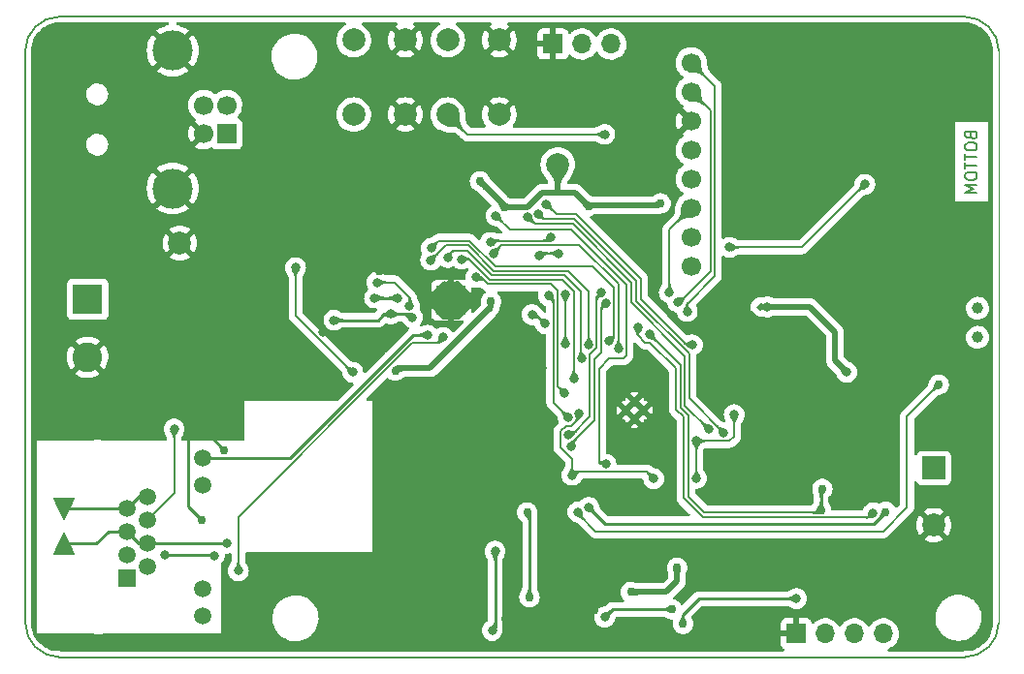
<source format=gbl>
%TF.GenerationSoftware,KiCad,Pcbnew,(6.0.4)*%
%TF.CreationDate,2022-04-11T14:57:36+02:00*%
%TF.ProjectId,PSE_RP2040,5053455f-5250-4323-9034-302e6b696361,rev?*%
%TF.SameCoordinates,Original*%
%TF.FileFunction,Copper,L2,Bot*%
%TF.FilePolarity,Positive*%
%FSLAX46Y46*%
G04 Gerber Fmt 4.6, Leading zero omitted, Abs format (unit mm)*
G04 Created by KiCad (PCBNEW (6.0.4)) date 2022-04-11 14:57:36*
%MOMM*%
%LPD*%
G01*
G04 APERTURE LIST*
G04 Aperture macros list*
%AMOutline4P*
0 Free polygon, 4 corners , with rotation*
0 The origin of the aperture is its center*
0 number of corners: always 4*
0 $1 to $8 corner X, Y*
0 $9 Rotation angle, in degrees counterclockwise*
0 create outline with 4 corners*
4,1,4,$1,$2,$3,$4,$5,$6,$7,$8,$1,$2,$9*%
G04 Aperture macros list end*
%TA.AperFunction,Profile*%
%ADD10C,0.150000*%
%TD*%
%TA.AperFunction,Profile*%
%ADD11C,0.100000*%
%TD*%
%ADD12C,0.150000*%
%TA.AperFunction,NonConductor*%
%ADD13C,0.150000*%
%TD*%
%TA.AperFunction,ComponentPad*%
%ADD14C,2.000000*%
%TD*%
%TA.AperFunction,ComponentPad*%
%ADD15R,2.000000X2.000000*%
%TD*%
%TA.AperFunction,ComponentPad*%
%ADD16R,2.600000X2.600000*%
%TD*%
%TA.AperFunction,ComponentPad*%
%ADD17C,2.600000*%
%TD*%
%TA.AperFunction,ComponentPad*%
%ADD18C,1.700000*%
%TD*%
%TA.AperFunction,ComponentPad*%
%ADD19C,0.500000*%
%TD*%
%TA.AperFunction,SMDPad,CuDef*%
%ADD20R,2.500000X2.500000*%
%TD*%
%TA.AperFunction,ComponentPad*%
%ADD21R,1.500000X1.500000*%
%TD*%
%TA.AperFunction,ComponentPad*%
%ADD22C,1.500000*%
%TD*%
%TA.AperFunction,ComponentPad*%
%ADD23R,1.700000X1.700000*%
%TD*%
%TA.AperFunction,ComponentPad*%
%ADD24C,3.500000*%
%TD*%
%TA.AperFunction,ComponentPad*%
%ADD25C,1.000000*%
%TD*%
%TA.AperFunction,ComponentPad*%
%ADD26O,1.700000X1.700000*%
%TD*%
%TA.AperFunction,ComponentPad*%
%ADD27C,0.600000*%
%TD*%
%TA.AperFunction,SMDPad,CuDef*%
%ADD28Outline4P,-0.025000X-1.000000X0.025000X-1.000000X0.975000X1.000000X-0.975000X1.000000X180.000000*%
%TD*%
%TA.AperFunction,SMDPad,CuDef*%
%ADD29Outline4P,-0.025000X-1.000000X0.025000X-1.000000X0.975000X1.000000X-0.975000X1.000000X0.000000*%
%TD*%
%TA.AperFunction,ViaPad*%
%ADD30C,0.800000*%
%TD*%
%TA.AperFunction,ViaPad*%
%ADD31C,0.762000*%
%TD*%
%TA.AperFunction,Conductor*%
%ADD32C,0.508000*%
%TD*%
%TA.AperFunction,Conductor*%
%ADD33C,0.254000*%
%TD*%
%TA.AperFunction,Conductor*%
%ADD34C,0.203200*%
%TD*%
%TA.AperFunction,Conductor*%
%ADD35C,0.250000*%
%TD*%
G04 APERTURE END LIST*
D10*
X182000000Y-158000000D02*
X103000000Y-158000000D01*
D11*
X185000000Y-105000000D02*
X185000000Y-155000000D01*
D10*
X100000000Y-155000000D02*
X100000000Y-105000000D01*
X100000000Y-155000000D02*
G75*
G03*
X103000000Y-158000000I3000000J0D01*
G01*
X182000000Y-158000000D02*
G75*
G03*
X185000000Y-155000000I0J3000000D01*
G01*
X103000000Y-102000000D02*
G75*
G03*
X100000000Y-105000000I0J-3000000D01*
G01*
X185000000Y-105000000D02*
G75*
G03*
X182000000Y-102000000I-3000000J0D01*
G01*
X103000000Y-102000000D02*
X182000000Y-102000000D01*
D12*
D13*
X182553580Y-112415469D02*
X182601199Y-112558326D01*
X182648818Y-112605945D01*
X182744056Y-112653564D01*
X182886913Y-112653564D01*
X182982151Y-112605945D01*
X183029770Y-112558326D01*
X183077389Y-112463088D01*
X183077389Y-112082135D01*
X182077389Y-112082135D01*
X182077389Y-112415469D01*
X182125009Y-112510707D01*
X182172628Y-112558326D01*
X182267866Y-112605945D01*
X182363104Y-112605945D01*
X182458342Y-112558326D01*
X182505961Y-112510707D01*
X182553580Y-112415469D01*
X182553580Y-112082135D01*
X182077389Y-113272612D02*
X182077389Y-113463088D01*
X182125009Y-113558326D01*
X182220247Y-113653564D01*
X182410723Y-113701183D01*
X182744056Y-113701183D01*
X182934532Y-113653564D01*
X183029770Y-113558326D01*
X183077389Y-113463088D01*
X183077389Y-113272612D01*
X183029770Y-113177373D01*
X182934532Y-113082135D01*
X182744056Y-113034516D01*
X182410723Y-113034516D01*
X182220247Y-113082135D01*
X182125009Y-113177373D01*
X182077389Y-113272612D01*
X182077389Y-113986897D02*
X182077389Y-114558326D01*
X183077389Y-114272612D02*
X182077389Y-114272612D01*
X182077389Y-114748802D02*
X182077389Y-115320231D01*
X183077389Y-115034516D02*
X182077389Y-115034516D01*
X182077389Y-115844040D02*
X182077389Y-116034516D01*
X182125009Y-116129754D01*
X182220247Y-116224993D01*
X182410723Y-116272612D01*
X182744056Y-116272612D01*
X182934532Y-116224993D01*
X183029770Y-116129754D01*
X183077389Y-116034516D01*
X183077389Y-115844040D01*
X183029770Y-115748802D01*
X182934532Y-115653564D01*
X182744056Y-115605945D01*
X182410723Y-115605945D01*
X182220247Y-115653564D01*
X182125009Y-115748802D01*
X182077389Y-115844040D01*
X183077389Y-116701183D02*
X182077389Y-116701183D01*
X182791675Y-117034516D01*
X182077389Y-117367850D01*
X183077389Y-117367850D01*
D14*
%TO.P,TP2,1,1*%
%TO.N,GND*%
X113500000Y-121800000D03*
%TD*%
%TO.P,SW1,1,1*%
%TO.N,Net-(R11-Pad2)*%
X128687000Y-104065000D03*
X128687000Y-110565000D03*
%TO.P,SW1,2,2*%
%TO.N,GND*%
X133187000Y-104065000D03*
X133187000Y-110565000D03*
%TD*%
D15*
%TO.P,C1,1*%
%TO.N,Net-(C1-Pad1)*%
X179324000Y-141478000D03*
D14*
%TO.P,C1,2*%
%TO.N,GND*%
X179324000Y-146478000D03*
%TD*%
D16*
%TO.P,J5,1,Pin_1*%
%TO.N,Net-(F1-Pad1)*%
X105445000Y-126705000D03*
D17*
%TO.P,J5,2,Pin_2*%
%TO.N,GND*%
X105445000Y-131785000D03*
%TD*%
D14*
%TO.P,SW2,1,1*%
%TO.N,/MCU_nRST*%
X136887000Y-104065000D03*
X136887000Y-110565000D03*
%TO.P,SW2,2,2*%
%TO.N,GND*%
X141387000Y-110565000D03*
X141387000Y-104065000D03*
%TD*%
D18*
%TO.P,U6,1,RXD*%
%TO.N,/UART_TX-GPS_RX*%
X158140000Y-106020000D03*
%TO.P,U6,2,TXD*%
%TO.N,/UART_RX-GPS_TX*%
X158140000Y-108560000D03*
%TO.P,U6,3,GND*%
%TO.N,GND*%
X158140000Y-111100000D03*
%TO.P,U6,4,VCC*%
%TO.N,/VCC_GPS*%
X158140000Y-113640000D03*
%TO.P,U6,5,V_BCKP*%
X158140000Y-116180000D03*
%TO.P,U6,6,TIMEPULSE*%
%TO.N,/PPS*%
X158140000Y-118720000D03*
%TO.P,U6,7,SDA*%
%TO.N,unconnected-(U6-Pad7)*%
X158140000Y-121260000D03*
%TO.P,U6,8,SCL*%
%TO.N,unconnected-(U6-Pad8)*%
X158140000Y-123800000D03*
%TD*%
D19*
%TO.P,IC1,25,VSS*%
%TO.N,GND*%
X137200000Y-126800000D03*
X136200000Y-125800000D03*
X138200000Y-125800000D03*
X137200000Y-127800000D03*
X138200000Y-127800000D03*
D20*
X137200000Y-126800000D03*
D19*
X136200000Y-126800000D03*
X138200000Y-126800000D03*
X137200000Y-125800000D03*
X136200000Y-127800000D03*
%TD*%
D21*
%TO.P,J3,1*%
%TO.N,TX_P*%
X108875000Y-151060000D03*
D22*
%TO.P,J3,2*%
%TO.N,TX_N*%
X110655000Y-150044000D03*
%TO.P,J3,3*%
%TO.N,RX_P*%
X108875000Y-149028000D03*
%TO.P,J3,4*%
%TO.N,Net-(D2-Pad3)*%
X110655000Y-148012000D03*
%TO.P,J3,5*%
X108875000Y-146996000D03*
%TO.P,J3,6*%
%TO.N,RX_N*%
X110655000Y-145980000D03*
%TO.P,J3,7*%
%TO.N,Net-(D2-Pad4)*%
X108875000Y-144964000D03*
%TO.P,J3,8*%
X110655000Y-143948000D03*
%TO.P,J3,9*%
%TO.N,Net-(J3-Pad9)*%
X115475000Y-154360000D03*
%TO.P,J3,10*%
%TO.N,LEDA_RJ45*%
X115475000Y-152070000D03*
%TO.P,J3,11*%
%TO.N,Net-(J3-Pad11)*%
X115475000Y-142930000D03*
%TO.P,J3,12*%
%TO.N,LEDB_RJ45*%
X115475000Y-140640000D03*
%TD*%
D23*
%TO.P,J1,1,VBUS*%
%TO.N,/VUSB*%
X117577500Y-112250000D03*
D18*
%TO.P,J1,2,D-*%
%TO.N,/USB_DN*%
X117577500Y-109750000D03*
%TO.P,J1,3,D+*%
%TO.N,/USB_DP*%
X115577500Y-109750000D03*
%TO.P,J1,4,GND*%
%TO.N,GND*%
X115577500Y-112250000D03*
D24*
%TO.P,J1,5,Shield*%
X112867500Y-104980000D03*
X112867500Y-117020000D03*
%TD*%
D25*
%TO.P,Y1,1,1*%
%TO.N,Net-(U2-Pad1)*%
X183150000Y-127500000D03*
%TO.P,Y1,2,2*%
%TO.N,Net-(U2-Pad2)*%
X183150000Y-130040000D03*
%TD*%
D23*
%TO.P,J6,1,Pin_1*%
%TO.N,GND*%
X167319800Y-155956000D03*
D26*
%TO.P,J6,2,Pin_2*%
%TO.N,+3V3*%
X169859800Y-155956000D03*
%TO.P,J6,3,Pin_3*%
%TO.N,/GPIO2_I2C_SDA*%
X172399800Y-155956000D03*
%TO.P,J6,4,Pin_4*%
%TO.N,/GPIO3_I2C_SCL*%
X174939800Y-155956000D03*
%TD*%
D27*
%TO.P,U1,57,GND*%
%TO.N,GND*%
X153975000Y-136400000D03*
X153200000Y-137175000D03*
X152425000Y-136400000D03*
X153200000Y-135625000D03*
%TD*%
D23*
%TO.P,J4,1,Pin_1*%
%TO.N,GND*%
X146075000Y-104400000D03*
D26*
%TO.P,J4,2,Pin_2*%
%TO.N,/SWCLK*%
X148615000Y-104400000D03*
%TO.P,J4,3,Pin_3*%
%TO.N,/SWDIO*%
X151155000Y-104400000D03*
%TD*%
D14*
%TO.P,TP1,1,1*%
%TO.N,+3V3*%
X146500000Y-114925000D03*
%TD*%
D28*
%TO.P,E1,1*%
%TO.N,Net-(D2-Pad3)*%
X103378000Y-148058000D03*
D29*
%TO.P,E1,2*%
%TO.N,Net-(D2-Pad4)*%
X103378000Y-145058000D03*
%TD*%
D30*
%TO.N,Net-(IC1-Pad23)*%
X131901984Y-128001984D03*
X133800000Y-128300000D03*
X126950000Y-128550000D03*
%TO.N,Net-(C22-Pad1)*%
X123600000Y-123952303D03*
X128600000Y-133100000D03*
%TO.N,Net-(IC1-Pad22)*%
X133550000Y-127345970D03*
X130700000Y-125242189D03*
%TO.N,Net-(IC1-Pad21)*%
X130500000Y-126600000D03*
X132500000Y-126600000D03*
%TO.N,RX_N*%
X113000000Y-138050000D03*
%TO.N,GND*%
X145100000Y-132700000D03*
D31*
X117350000Y-139900000D03*
D30*
X169500000Y-148350000D03*
X151975000Y-107225000D03*
X182925000Y-124200000D03*
D31*
X160300000Y-142775000D03*
D30*
X117175000Y-121650000D03*
D31*
X149670000Y-153870000D03*
D30*
X174950000Y-142200000D03*
D31*
X155080000Y-156700000D03*
D30*
X173600000Y-137975000D03*
X138725000Y-142100000D03*
X174300000Y-131975000D03*
X136625000Y-137550000D03*
X180400000Y-120075000D03*
X138200000Y-146575000D03*
X148050000Y-108225000D03*
X125975000Y-129575000D03*
X170500000Y-135575000D03*
X126350000Y-108400000D03*
X163600000Y-132275000D03*
X146200000Y-150575000D03*
X138950000Y-137500000D03*
X123900000Y-122275000D03*
X153800000Y-111800000D03*
D31*
X129775000Y-131850000D03*
X152600000Y-150875000D03*
X115400000Y-146000000D03*
D30*
X181775000Y-110225000D03*
X156500000Y-141275000D03*
X121775000Y-150575000D03*
D31*
X144361189Y-126475000D03*
D30*
X129275000Y-120325000D03*
D31*
X141895559Y-154691189D03*
D30*
X131300000Y-143200000D03*
X106875000Y-136225000D03*
X175900000Y-139800000D03*
D31*
X130900000Y-124300000D03*
D30*
X164200000Y-148500000D03*
X144000000Y-107275000D03*
D31*
X167000000Y-138175000D03*
D30*
X149850000Y-116950000D03*
X183400000Y-150100000D03*
X109175000Y-121700000D03*
X131800000Y-151275000D03*
X103225000Y-136225000D03*
D31*
X171300000Y-150375000D03*
D30*
X136550000Y-140575000D03*
D31*
X113650000Y-135950000D03*
%TO.N,+3V3*%
X140668047Y-126900743D03*
X141800000Y-118640420D03*
X155475000Y-118325000D03*
X132306060Y-132950000D03*
X139700000Y-116400000D03*
D30*
X171725000Y-133100000D03*
X164800000Y-127375000D03*
D31*
X149150000Y-118550000D03*
%TO.N,/GPIO2_I2C_SDA*%
X169600000Y-143289300D03*
X169475000Y-145143931D03*
D30*
X154521100Y-129794945D03*
%TO.N,/GPIO3_I2C_SCL*%
X153500000Y-129200000D03*
X174015000Y-145385000D03*
%TO.N,/UART_RX-GPS_TX*%
X156975000Y-126975000D03*
%TO.N,/UART_TX-GPS_RX*%
X157800000Y-127775000D03*
D31*
%TO.N,poe-*%
X144025000Y-152750000D03*
X143825000Y-145350000D03*
D30*
%TO.N,+1V1*%
X147740581Y-142100000D03*
X154878900Y-142400000D03*
X158600000Y-139100000D03*
X161900000Y-136800000D03*
X158600000Y-142375000D03*
X148325000Y-136721100D03*
%TO.N,Net-(C33-Pad2)*%
X167348200Y-152882600D03*
D31*
X157429200Y-155092400D03*
D30*
%TO.N,RXD0*%
X145405055Y-128855055D03*
X144250877Y-128050877D03*
%TO.N,Net-(IC1-Pad8)*%
X146600000Y-122700000D03*
X144861669Y-122900000D03*
%TO.N,Net-(R30-Pad1)*%
X141020800Y-148742400D03*
X140775000Y-155675000D03*
%TO.N,/QSPI_SS*%
X145500000Y-118400000D03*
X158250000Y-130700000D03*
%TO.N,Net-(R12-Pad2)*%
X143875000Y-119500000D03*
X159663583Y-138050442D03*
%TO.N,Net-(R13-Pad2)*%
X144825000Y-119250000D03*
X160968920Y-138421100D03*
%TO.N,/MCU_nRST*%
X147650000Y-139575000D03*
X150721100Y-127050000D03*
X150600000Y-112300000D03*
%TO.N,LAN_REFCK*%
X150701282Y-141125201D03*
X141100000Y-119400000D03*
%TO.N,CRS*%
X151800000Y-131000000D03*
X140878900Y-122700000D03*
%TO.N,MDIO*%
X140600000Y-121750000D03*
X147159420Y-126275000D03*
X145900000Y-121300000D03*
X147159420Y-130575000D03*
%TO.N,LEDB_RJ45*%
X135148730Y-129848731D03*
%TO.N,LEDA_RJ45*%
X136499654Y-130054315D03*
X118600000Y-150450000D03*
D31*
%TO.N,Net-(JP1-Pad2)*%
X156464000Y-153822400D03*
D30*
X150596600Y-154508200D03*
D31*
%TO.N,Net-(C32-Pad2)*%
X152882600Y-152323800D03*
X156910000Y-150190700D03*
%TO.N,/RTC_nINT*%
X179760000Y-134170000D03*
D30*
X148256880Y-145307340D03*
D31*
%TO.N,/RTC_CLKOUT*%
X175130000Y-145300000D03*
D30*
X149200000Y-144900000D03*
%TO.N,Net-(D2-Pad3)*%
X117577053Y-148031653D03*
%TO.N,Net-(D2-Pad4)*%
X112166400Y-149098000D03*
X116497553Y-149111153D03*
%TO.N,MDC*%
X147100000Y-134925000D03*
X139350000Y-124800000D03*
%TO.N,LAN_nRST*%
X138100000Y-123200000D03*
X147930055Y-133644945D03*
%TO.N,TXEN*%
X136900000Y-123059420D03*
X148621100Y-131900000D03*
%TO.N,TXD0*%
X135450000Y-122250000D03*
X151000000Y-130378900D03*
%TO.N,TXD1*%
X135400000Y-123300000D03*
X149200000Y-130700000D03*
%TO.N,/PPS*%
X156225000Y-126125000D03*
X173300000Y-116675000D03*
X161500000Y-122175000D03*
%TO.N,/SWCLK*%
X145700000Y-126400000D03*
X147401438Y-137040712D03*
%TO.N,/SWDIO*%
X150330064Y-126154337D03*
X147392555Y-138542555D03*
%TD*%
D32*
%TO.N,+3V3*%
X170700000Y-132075000D02*
X171725000Y-133100000D01*
X170700000Y-129575000D02*
X170700000Y-132075000D01*
X168500000Y-127375000D02*
X170700000Y-129575000D01*
X164800000Y-127375000D02*
X168500000Y-127375000D01*
D33*
%TO.N,Net-(IC1-Pad23)*%
X130800000Y-128550000D02*
X126950000Y-128550000D01*
X131348016Y-128001984D02*
X130800000Y-128550000D01*
X133209967Y-128001984D02*
X133507983Y-128300000D01*
X131901984Y-128001984D02*
X133209967Y-128001984D01*
X133507983Y-128300000D02*
X133800000Y-128300000D01*
X131901984Y-128001984D02*
X131348016Y-128001984D01*
D34*
%TO.N,Net-(C22-Pad1)*%
X123600000Y-123952303D02*
X123600000Y-128160126D01*
X128539874Y-133100000D02*
X128600000Y-133100000D01*
X123600000Y-128160126D02*
X128539874Y-133100000D01*
%TO.N,Net-(IC1-Pad22)*%
X133550000Y-126550000D02*
X132242189Y-125242189D01*
X133550000Y-127345970D02*
X133550000Y-126550000D01*
X132242189Y-125242189D02*
X130700000Y-125242189D01*
D33*
%TO.N,Net-(IC1-Pad21)*%
X132500000Y-126600000D02*
X130500000Y-126600000D01*
D34*
%TO.N,RX_N*%
X113000000Y-138050000D02*
X113000000Y-143635000D01*
X113000000Y-143635000D02*
X110655000Y-145980000D01*
D33*
%TO.N,GND*%
X117350000Y-139900000D02*
X114450000Y-137000000D01*
X114250000Y-144850000D02*
X114250000Y-136850000D01*
X114450000Y-137000000D02*
X113650000Y-136200000D01*
X113650000Y-136200000D02*
X113650000Y-135950000D01*
X115400000Y-146000000D02*
X114250000Y-144850000D01*
D32*
%TO.N,+3V3*%
X141800000Y-118640420D02*
X143859580Y-118640420D01*
X155475000Y-118325000D02*
X155300000Y-118500000D01*
X132306060Y-132950000D02*
X132489911Y-132766149D01*
X135333851Y-132766149D02*
X140668047Y-127431953D01*
X145100000Y-117400000D02*
X146500000Y-117400000D01*
X146500000Y-117400000D02*
X148000000Y-117400000D01*
X140668047Y-127431953D02*
X140668047Y-126900743D01*
X143859580Y-118640420D02*
X145100000Y-117400000D01*
X141800000Y-118640420D02*
X141800000Y-118500000D01*
X148000000Y-117400000D02*
X149150000Y-118550000D01*
X132489911Y-132766149D02*
X135333851Y-132766149D01*
X146500000Y-114925000D02*
X146500000Y-117400000D01*
X141800000Y-118500000D02*
X139700000Y-116400000D01*
X149200000Y-118500000D02*
X149150000Y-118550000D01*
X155300000Y-118500000D02*
X149200000Y-118500000D01*
D34*
%TO.N,/GPIO2_I2C_SDA*%
X154521100Y-129794945D02*
X157219480Y-132493325D01*
X169250970Y-145367961D02*
X159407039Y-145367961D01*
X159292961Y-145367961D02*
X159407039Y-145367961D01*
D33*
X169475000Y-145143931D02*
X169475000Y-143414300D01*
D34*
X157900000Y-143975000D02*
X159292961Y-145367961D01*
D33*
X169475000Y-143414300D02*
X169600000Y-143289300D01*
D34*
X157900000Y-136875000D02*
X157900000Y-143975000D01*
X157219480Y-136194480D02*
X157900000Y-136875000D01*
X157219480Y-132493325D02*
X157219480Y-136194480D01*
X169475000Y-145143931D02*
X169250970Y-145367961D01*
%TO.N,/GPIO3_I2C_SCL*%
X154139874Y-130500000D02*
X154561864Y-130500000D01*
X159428831Y-145803831D02*
X173596169Y-145803831D01*
X156819480Y-132757616D02*
X156819480Y-136332616D01*
X157480932Y-144094068D02*
X159190695Y-145803831D01*
X159190695Y-145803831D02*
X159428831Y-145803831D01*
X153500000Y-129200000D02*
X153500000Y-129860126D01*
X173596169Y-145803831D02*
X174015000Y-145385000D01*
X153500000Y-129860126D02*
X154139874Y-130500000D01*
X156819480Y-136332616D02*
X157480932Y-136994068D01*
X157480932Y-136994068D02*
X157480932Y-144094068D01*
X154561864Y-130500000D02*
X156819480Y-132757616D01*
%TO.N,/UART_RX-GPS_TX*%
X157125000Y-126975000D02*
X159818680Y-124281320D01*
X159818680Y-124281320D02*
X159818680Y-110238680D01*
X159818680Y-110238680D02*
X158140000Y-108560000D01*
X156975000Y-126975000D02*
X157125000Y-126975000D01*
%TO.N,/UART_TX-GPS_RX*%
X157800000Y-127100000D02*
X160199200Y-124700800D01*
X160199200Y-108079200D02*
X158140000Y-106020000D01*
X157800000Y-127775000D02*
X157800000Y-127100000D01*
X160199200Y-124700800D02*
X160199200Y-108079200D01*
D33*
%TO.N,poe-*%
X143825000Y-145350000D02*
X144025000Y-145550000D01*
X144025000Y-145550000D02*
X144025000Y-152750000D01*
D34*
%TO.N,+1V1*%
X148036469Y-141804112D02*
X154283012Y-141804112D01*
X147740581Y-140690581D02*
X147740581Y-142100000D01*
X161900000Y-138700000D02*
X161500000Y-139100000D01*
X147675000Y-137775000D02*
X147200000Y-137775000D01*
X148325000Y-137125000D02*
X147675000Y-137775000D01*
X154283012Y-141804112D02*
X154878900Y-142400000D01*
X158600000Y-142375000D02*
X158600000Y-139100000D01*
X147200000Y-137775000D02*
X146713644Y-138261356D01*
X146713644Y-138261356D02*
X146713644Y-139663644D01*
X147740581Y-142100000D02*
X148036469Y-141804112D01*
X148325000Y-136721100D02*
X148325000Y-137125000D01*
X161900000Y-136800000D02*
X161900000Y-138700000D01*
X161500000Y-139100000D02*
X158600000Y-139100000D01*
X146713644Y-139663644D02*
X147740581Y-140690581D01*
D35*
%TO.N,Net-(C33-Pad2)*%
X161988800Y-152882600D02*
X158851600Y-152882600D01*
X158851600Y-152882600D02*
X157810200Y-153924000D01*
X157810200Y-153924000D02*
X157429200Y-154305000D01*
X157429200Y-154305000D02*
X157429200Y-155092400D01*
X167348200Y-152882600D02*
X161988800Y-152882600D01*
D34*
%TO.N,RXD0*%
X144600877Y-128050877D02*
X144250877Y-128050877D01*
X145405055Y-128855055D02*
X144600877Y-128050877D01*
%TO.N,Net-(IC1-Pad8)*%
X146600000Y-122700000D02*
X145061669Y-122700000D01*
X145061669Y-122700000D02*
X144861669Y-122900000D01*
D35*
%TO.N,Net-(R30-Pad1)*%
X141020800Y-155429200D02*
X141020800Y-148742400D01*
X140775000Y-155675000D02*
X141020800Y-155429200D01*
D34*
%TO.N,/QSPI_SS*%
X153750000Y-126711864D02*
X157738136Y-130700000D01*
X157738136Y-130700000D02*
X158250000Y-130700000D01*
X148125000Y-119300000D02*
X146400000Y-119300000D01*
X153750000Y-124925000D02*
X153750000Y-126711864D01*
X146400000Y-119300000D02*
X145500000Y-118400000D01*
X148125000Y-119300000D02*
X153750000Y-124925000D01*
%TO.N,Net-(R12-Pad2)*%
X147800000Y-120150000D02*
X152900000Y-125250000D01*
X157600000Y-135986859D02*
X159663583Y-138050442D01*
X152900000Y-127000000D02*
X157600000Y-131700000D01*
X152900000Y-125250000D02*
X152900000Y-127000000D01*
X157600000Y-131700000D02*
X157600000Y-135986859D01*
X144525000Y-120150000D02*
X147800000Y-120150000D01*
X143875000Y-119500000D02*
X144525000Y-120150000D01*
%TO.N,Net-(R13-Pad2)*%
X160968920Y-138368920D02*
X160968920Y-138421100D01*
X153350000Y-125125000D02*
X153350000Y-126850000D01*
X157980520Y-131480520D02*
X157980520Y-135380520D01*
X145275000Y-119700000D02*
X147925000Y-119700000D01*
X144825000Y-119250000D02*
X145275000Y-119700000D01*
X157980520Y-135380520D02*
X160968920Y-138368920D01*
X147925000Y-119700000D02*
X153350000Y-125125000D01*
X153350000Y-126850000D02*
X157980520Y-131480520D01*
%TO.N,/MCU_nRST*%
X147900000Y-139325000D02*
X147900000Y-139100000D01*
X138622000Y-112300000D02*
X136887000Y-110565000D01*
X150300000Y-131400000D02*
X150300000Y-127471100D01*
X149700000Y-137300000D02*
X149700000Y-132000000D01*
X147900000Y-139100000D02*
X149700000Y-137300000D01*
X149700000Y-132000000D02*
X150300000Y-131400000D01*
X150300000Y-127471100D02*
X150721100Y-127050000D01*
X147650000Y-139575000D02*
X147900000Y-139325000D01*
X150600000Y-112300000D02*
X138622000Y-112300000D01*
%TO.N,LAN_REFCK*%
X152200000Y-131900000D02*
X152478911Y-131621089D01*
X151000000Y-131900000D02*
X152200000Y-131900000D01*
X150100000Y-132800000D02*
X151000000Y-131900000D01*
X152478911Y-131621089D02*
X152478911Y-125453911D01*
X150100000Y-141000000D02*
X150100000Y-132800000D01*
X152478911Y-125453911D02*
X147646089Y-120621089D01*
X142321089Y-120621089D02*
X141100000Y-119400000D01*
X147646089Y-120621089D02*
X142321089Y-120621089D01*
X150701282Y-141125201D02*
X150225201Y-141125201D01*
X150225201Y-141125201D02*
X150100000Y-141000000D01*
%TO.N,CRS*%
X141598380Y-121980520D02*
X148380520Y-121980520D01*
X140878900Y-122700000D02*
X141598380Y-121980520D01*
X148380520Y-121980520D02*
X151800000Y-125400000D01*
X151800000Y-125400000D02*
X151800000Y-131000000D01*
%TO.N,MDIO*%
X140750000Y-121600000D02*
X140600000Y-121750000D01*
X147159420Y-126275000D02*
X147159420Y-130575000D01*
X145900000Y-121300000D02*
X145600000Y-121600000D01*
X145600000Y-121600000D02*
X140750000Y-121600000D01*
D33*
%TO.N,LEDB_RJ45*%
X135148730Y-129848731D02*
X133901269Y-129848731D01*
X131864577Y-131884169D02*
X123108746Y-140640000D01*
X123108746Y-140640000D02*
X115475000Y-140640000D01*
X131865831Y-131884169D02*
X131864577Y-131884169D01*
X133901269Y-129848731D02*
X131865831Y-131884169D01*
D34*
%TO.N,LEDA_RJ45*%
X118600000Y-145722804D02*
X118600000Y-150450000D01*
X136003969Y-130550000D02*
X133775000Y-130550000D01*
X133775000Y-130550000D02*
X132034911Y-132290089D01*
X132034911Y-132290089D02*
X132032715Y-132290089D01*
X136499654Y-130054315D02*
X136003969Y-130550000D01*
X132032715Y-132290089D02*
X118600000Y-145722804D01*
D33*
%TO.N,Net-(JP1-Pad2)*%
X151282400Y-153822400D02*
X150596600Y-154508200D01*
X156464000Y-153822400D02*
X151282400Y-153822400D01*
D32*
%TO.N,Net-(C32-Pad2)*%
X152882600Y-152323800D02*
X155966200Y-152323800D01*
X156910000Y-151380000D02*
X156910000Y-150190700D01*
X155966200Y-152323800D02*
X156910000Y-151380000D01*
D34*
%TO.N,/RTC_nINT*%
X149808911Y-147008911D02*
X174891089Y-147008911D01*
X177000000Y-144900000D02*
X177000000Y-136930000D01*
X174891089Y-147008911D02*
X177000000Y-144900000D01*
X148256880Y-145307340D02*
X148256880Y-145456880D01*
X177000000Y-136930000D02*
X179760000Y-134170000D01*
X148256880Y-145456880D02*
X149808911Y-147008911D01*
D33*
%TO.N,/RTC_CLKOUT*%
X150630000Y-146330000D02*
X174100000Y-146330000D01*
X149200000Y-144900000D02*
X150630000Y-146330000D01*
X174100000Y-146330000D02*
X175130000Y-145300000D01*
D35*
%TO.N,Net-(D2-Pad3)*%
X106196000Y-148058000D02*
X103378000Y-148058000D01*
X109891000Y-148012000D02*
X108875000Y-146996000D01*
X117545000Y-148012000D02*
X117557400Y-148012000D01*
X110655000Y-148012000D02*
X109891000Y-148012000D01*
X107258000Y-146996000D02*
X106196000Y-148058000D01*
X108875000Y-146996000D02*
X107258000Y-146996000D01*
X117557400Y-148012000D02*
X117577053Y-148031653D01*
X110655000Y-148012000D02*
X117545000Y-148012000D01*
%TO.N,Net-(D2-Pad4)*%
X109891000Y-143948000D02*
X108875000Y-144964000D01*
X103472000Y-144964000D02*
X103378000Y-145058000D01*
X110655000Y-143948000D02*
X109891000Y-143948000D01*
X116497553Y-149111153D02*
X116484400Y-149098000D01*
X116484400Y-149098000D02*
X112166400Y-149098000D01*
X108875000Y-144964000D02*
X103472000Y-144964000D01*
D34*
%TO.N,MDC*%
X146480520Y-134305520D02*
X146480520Y-125980520D01*
X146480520Y-125980520D02*
X145900000Y-125400000D01*
X147100000Y-134925000D02*
X146480520Y-134305520D01*
X145900000Y-125400000D02*
X140400000Y-125400000D01*
X140400000Y-125400000D02*
X139800000Y-124800000D01*
X139800000Y-124800000D02*
X139350000Y-124800000D01*
%TO.N,LAN_nRST*%
X146919480Y-125019480D02*
X140579606Y-125019480D01*
X140579606Y-125019480D02*
X138760126Y-123200000D01*
X147930055Y-133644945D02*
X147900000Y-133614890D01*
X147900000Y-133614890D02*
X147900000Y-126000000D01*
X138760126Y-123200000D02*
X138100000Y-123200000D01*
X147900000Y-126000000D02*
X146919480Y-125019480D01*
%TO.N,TXEN*%
X138623728Y-122500000D02*
X137300000Y-122500000D01*
X148499999Y-126061863D02*
X147038136Y-124600000D01*
X140723728Y-124600000D02*
X138623728Y-122500000D01*
X137300000Y-122500000D02*
X136900000Y-122900000D01*
X147038136Y-124600000D02*
X140723728Y-124600000D01*
X136900000Y-122900000D02*
X136900000Y-123059420D01*
X148621100Y-131900000D02*
X148499999Y-131778899D01*
X148499999Y-131778899D02*
X148499999Y-126061863D01*
%TO.N,TXD0*%
X135450000Y-122250000D02*
X136100000Y-121600000D01*
X138800000Y-121600000D02*
X141038960Y-123838960D01*
X136100000Y-121600000D02*
X138800000Y-121600000D01*
X151400000Y-129978900D02*
X151000000Y-130378900D01*
X141038960Y-123838960D02*
X149538960Y-123838960D01*
X149538960Y-123838960D02*
X151400000Y-125700000D01*
X151400000Y-125700000D02*
X151400000Y-129978900D01*
%TO.N,TXD1*%
X136700000Y-122000000D02*
X135400000Y-123300000D01*
X149200000Y-126000000D02*
X147419480Y-124219480D01*
X140881344Y-124219480D02*
X138661864Y-122000000D01*
X149200000Y-130700000D02*
X149200000Y-126000000D01*
X147419480Y-124219480D02*
X140881344Y-124219480D01*
X138661864Y-122000000D02*
X136700000Y-122000000D01*
%TO.N,/PPS*%
X161500000Y-122175000D02*
X167800000Y-122175000D01*
X156225000Y-126125000D02*
X156250000Y-126100000D01*
X156250000Y-126100000D02*
X156250000Y-120610000D01*
X167800000Y-122175000D02*
X173300000Y-116675000D01*
X156250000Y-120610000D02*
X158140000Y-118720000D01*
%TO.N,/SWCLK*%
X146100000Y-135739274D02*
X146100000Y-126800000D01*
X147401438Y-137040712D02*
X146100000Y-135739274D01*
X146100000Y-126800000D02*
X145700000Y-126400000D01*
%TO.N,/SWDIO*%
X147392555Y-138542555D02*
X147757445Y-138542555D01*
X147757445Y-138542555D02*
X149300000Y-137000000D01*
X149300000Y-131560126D02*
X149900000Y-130960126D01*
X149300000Y-137000000D02*
X149300000Y-131560126D01*
X149900000Y-130960126D02*
X149900000Y-126584401D01*
X149900000Y-126584401D02*
X150330064Y-126154337D01*
%TD*%
%TA.AperFunction,Conductor*%
%TO.N,/SWDIO*%
G36*
X148011579Y-138160295D02*
G01*
X148139306Y-138288022D01*
X148142733Y-138296295D01*
X148139401Y-138304472D01*
X148079200Y-138366082D01*
X148022950Y-138426672D01*
X147975977Y-138480042D01*
X147975951Y-138480073D01*
X147935524Y-138528261D01*
X147935480Y-138528315D01*
X147898836Y-138573402D01*
X147898777Y-138573475D01*
X147898758Y-138573498D01*
X147863188Y-138617494D01*
X147863101Y-138617600D01*
X147825828Y-138662609D01*
X147825654Y-138662815D01*
X147783912Y-138710924D01*
X147783690Y-138711173D01*
X147734715Y-138764469D01*
X147734483Y-138764714D01*
X147681613Y-138819013D01*
X147673386Y-138822550D01*
X147667592Y-138821102D01*
X147445551Y-138698930D01*
X147206047Y-138567149D01*
X147200450Y-138560158D01*
X147201436Y-138551258D01*
X147202867Y-138549211D01*
X147529136Y-138174832D01*
X147537155Y-138170846D01*
X147542238Y-138171631D01*
X147589332Y-138190153D01*
X147589396Y-138190178D01*
X147640401Y-138210585D01*
X147674064Y-138223045D01*
X147679520Y-138225065D01*
X147688351Y-138228334D01*
X147734024Y-138241930D01*
X147778197Y-138249876D01*
X147778653Y-138249884D01*
X147778659Y-138249885D01*
X147802871Y-138250331D01*
X147821648Y-138250677D01*
X147865156Y-138242838D01*
X147909499Y-138224861D01*
X147955454Y-138195253D01*
X147995558Y-138159802D01*
X148004025Y-138156890D01*
X148011579Y-138160295D01*
G37*
%TD.AperFunction*%
%TD*%
%TA.AperFunction,Conductor*%
%TO.N,/SWDIO*%
G36*
X150465399Y-126018048D02*
G01*
X150470805Y-126025186D01*
X150471183Y-126028372D01*
X150461504Y-126523449D01*
X150457916Y-126531653D01*
X150452910Y-126534501D01*
X150397295Y-126549805D01*
X150396147Y-126550059D01*
X150357579Y-126556600D01*
X150332082Y-126560924D01*
X150331486Y-126561010D01*
X150308613Y-126563650D01*
X150268150Y-126568319D01*
X150268105Y-126568324D01*
X150207707Y-126575058D01*
X150207546Y-126575076D01*
X150207389Y-126575102D01*
X150152012Y-126584272D01*
X150152008Y-126584273D01*
X150151639Y-126584334D01*
X150102118Y-126599180D01*
X150101552Y-126599501D01*
X150101550Y-126599502D01*
X150073631Y-126615346D01*
X150060669Y-126622702D01*
X150060035Y-126623408D01*
X150029659Y-126657227D01*
X150029658Y-126657229D01*
X150028976Y-126657988D01*
X150008724Y-126708124D01*
X150008639Y-126708941D01*
X150002697Y-126765716D01*
X149998428Y-126773587D01*
X149991061Y-126776198D01*
X149810605Y-126776198D01*
X149802332Y-126772771D01*
X149798915Y-126764004D01*
X149802063Y-126689531D01*
X149802161Y-126688438D01*
X149812017Y-126616459D01*
X149812225Y-126615346D01*
X149821776Y-126575076D01*
X149826726Y-126554208D01*
X149826989Y-126553276D01*
X149844645Y-126499571D01*
X149844858Y-126498976D01*
X149864232Y-126449291D01*
X149864270Y-126449195D01*
X149883684Y-126400678D01*
X149883684Y-126400677D01*
X149883718Y-126400593D01*
X149901624Y-126349962D01*
X149916370Y-126294183D01*
X149926377Y-126230046D01*
X149929646Y-126162917D01*
X149933471Y-126154820D01*
X149938375Y-126152166D01*
X150412313Y-126028372D01*
X150456528Y-126016823D01*
X150465399Y-126018048D01*
G37*
%TD.AperFunction*%
%TD*%
%TA.AperFunction,Conductor*%
%TO.N,Net-(IC1-Pad23)*%
G36*
X127131807Y-128193874D02*
G01*
X127135555Y-128195822D01*
X127193888Y-128226146D01*
X127194403Y-128226431D01*
X127253732Y-128261172D01*
X127253973Y-128261317D01*
X127306620Y-128294325D01*
X127355488Y-128324911D01*
X127355560Y-128324952D01*
X127403354Y-128352299D01*
X127403360Y-128352302D01*
X127403559Y-128352416D01*
X127453919Y-128376247D01*
X127454197Y-128376345D01*
X127454198Y-128376345D01*
X127509356Y-128395708D01*
X127509361Y-128395709D01*
X127509656Y-128395813D01*
X127509957Y-128395882D01*
X127509964Y-128395884D01*
X127573580Y-128410459D01*
X127573588Y-128410460D01*
X127573857Y-128410522D01*
X127612215Y-128415210D01*
X127649368Y-128419752D01*
X127649378Y-128419753D01*
X127649609Y-128419781D01*
X127649846Y-128419789D01*
X127649853Y-128419790D01*
X127702498Y-128421664D01*
X127728716Y-128422598D01*
X127736862Y-128426318D01*
X127740000Y-128434291D01*
X127740000Y-128665709D01*
X127736573Y-128673982D01*
X127728717Y-128677402D01*
X127691534Y-128678725D01*
X127649853Y-128680209D01*
X127649846Y-128680210D01*
X127649609Y-128680218D01*
X127649378Y-128680246D01*
X127649368Y-128680247D01*
X127612215Y-128684789D01*
X127573857Y-128689477D01*
X127573588Y-128689539D01*
X127573580Y-128689540D01*
X127509964Y-128704115D01*
X127509957Y-128704117D01*
X127509656Y-128704186D01*
X127509361Y-128704290D01*
X127509356Y-128704291D01*
X127454198Y-128723654D01*
X127453919Y-128723752D01*
X127403559Y-128747583D01*
X127403360Y-128747697D01*
X127403354Y-128747700D01*
X127374642Y-128764129D01*
X127355488Y-128775088D01*
X127306620Y-128805674D01*
X127253973Y-128838682D01*
X127253732Y-128838827D01*
X127194403Y-128873568D01*
X127193888Y-128873853D01*
X127131807Y-128906126D01*
X127122887Y-128906902D01*
X127118301Y-128904178D01*
X126895003Y-128689443D01*
X126758769Y-128558433D01*
X126755181Y-128550229D01*
X126758769Y-128541567D01*
X127118301Y-128195822D01*
X127126640Y-128192557D01*
X127131807Y-128193874D01*
G37*
%TD.AperFunction*%
%TD*%
%TA.AperFunction,Conductor*%
%TO.N,Net-(IC1-Pad23)*%
G36*
X133136420Y-127876222D02*
G01*
X133177995Y-127877366D01*
X133178645Y-127877404D01*
X133251938Y-127883611D01*
X133252509Y-127883674D01*
X133315795Y-127892358D01*
X133316216Y-127892423D01*
X133372546Y-127902262D01*
X133372637Y-127902279D01*
X133388098Y-127905134D01*
X133390450Y-127905830D01*
X133396186Y-127908206D01*
X133399033Y-127909385D01*
X133430974Y-127913590D01*
X133457496Y-127917082D01*
X133457797Y-127917126D01*
X133475119Y-127919866D01*
X133475135Y-127919868D01*
X133475318Y-127919897D01*
X133475495Y-127919914D01*
X133475510Y-127919916D01*
X133488445Y-127921164D01*
X133488848Y-127921210D01*
X133549240Y-127929160D01*
X133550000Y-127929260D01*
X133550760Y-127929160D01*
X133577819Y-127925598D01*
X133579478Y-127925499D01*
X133583018Y-127925539D01*
X133583020Y-127925539D01*
X133583290Y-127925542D01*
X133627236Y-127921986D01*
X133646118Y-127920459D01*
X133646123Y-127920458D01*
X133646375Y-127920438D01*
X133646625Y-127920396D01*
X133646634Y-127920395D01*
X133711607Y-127909513D01*
X133720333Y-127911526D01*
X133723472Y-127914867D01*
X133987450Y-128338758D01*
X133988914Y-128347592D01*
X133983310Y-128355109D01*
X133862502Y-128423941D01*
X133550467Y-128601726D01*
X133541583Y-128602844D01*
X133536310Y-128599739D01*
X133487452Y-128549760D01*
X133486138Y-128548153D01*
X133445259Y-128487938D01*
X133444498Y-128486645D01*
X133412793Y-128423941D01*
X133412468Y-128423243D01*
X133385692Y-128360314D01*
X133359815Y-128300204D01*
X133359810Y-128300193D01*
X133359712Y-128299966D01*
X133330317Y-128245027D01*
X133293148Y-128197979D01*
X133243849Y-128161302D01*
X133243051Y-128161013D01*
X133243049Y-128161012D01*
X133178751Y-128137727D01*
X133178752Y-128137727D01*
X133178061Y-128137477D01*
X133177331Y-128137405D01*
X133177329Y-128137405D01*
X133101984Y-128130019D01*
X133094085Y-128125802D01*
X133091426Y-128118375D01*
X133091426Y-127887011D01*
X133094853Y-127878738D01*
X133103448Y-127875315D01*
X133136420Y-127876222D01*
G37*
%TD.AperFunction*%
%TD*%
%TA.AperFunction,Conductor*%
%TO.N,Net-(IC1-Pad23)*%
G36*
X132083791Y-127645858D02*
G01*
X132087539Y-127647806D01*
X132145872Y-127678130D01*
X132146387Y-127678415D01*
X132205716Y-127713156D01*
X132205957Y-127713301D01*
X132258604Y-127746309D01*
X132307472Y-127776895D01*
X132307544Y-127776936D01*
X132355338Y-127804283D01*
X132355344Y-127804286D01*
X132355543Y-127804400D01*
X132405903Y-127828231D01*
X132406181Y-127828329D01*
X132406182Y-127828329D01*
X132461340Y-127847692D01*
X132461345Y-127847693D01*
X132461640Y-127847797D01*
X132461941Y-127847866D01*
X132461948Y-127847868D01*
X132525564Y-127862443D01*
X132525572Y-127862444D01*
X132525841Y-127862506D01*
X132564199Y-127867194D01*
X132601352Y-127871736D01*
X132601362Y-127871737D01*
X132601593Y-127871765D01*
X132601830Y-127871773D01*
X132601837Y-127871774D01*
X132654482Y-127873648D01*
X132680700Y-127874582D01*
X132688846Y-127878302D01*
X132691984Y-127886275D01*
X132691984Y-128117693D01*
X132688557Y-128125966D01*
X132680701Y-128129386D01*
X132643518Y-128130709D01*
X132601837Y-128132193D01*
X132601830Y-128132194D01*
X132601593Y-128132202D01*
X132601362Y-128132230D01*
X132601352Y-128132231D01*
X132564199Y-128136773D01*
X132525841Y-128141461D01*
X132525572Y-128141523D01*
X132525564Y-128141524D01*
X132461948Y-128156099D01*
X132461941Y-128156101D01*
X132461640Y-128156170D01*
X132461345Y-128156274D01*
X132461340Y-128156275D01*
X132406182Y-128175638D01*
X132405903Y-128175736D01*
X132355543Y-128199567D01*
X132355344Y-128199681D01*
X132355338Y-128199684D01*
X132347559Y-128204135D01*
X132307472Y-128227072D01*
X132258604Y-128257658D01*
X132205957Y-128290666D01*
X132205716Y-128290811D01*
X132146387Y-128325552D01*
X132145872Y-128325837D01*
X132083791Y-128358110D01*
X132074871Y-128358886D01*
X132070285Y-128356162D01*
X131903663Y-128195929D01*
X131903662Y-128195929D01*
X131701984Y-128001984D01*
X131853405Y-127856370D01*
X132070285Y-127647806D01*
X132078624Y-127644541D01*
X132083791Y-127645858D01*
G37*
%TD.AperFunction*%
%TD*%
%TA.AperFunction,Conductor*%
%TO.N,Net-(IC1-Pad23)*%
G36*
X131626593Y-127723507D02*
G01*
X132101984Y-128001984D01*
X131877321Y-128218032D01*
X131757200Y-128333547D01*
X131733802Y-128356048D01*
X131725463Y-128359313D01*
X131720106Y-128357895D01*
X131675307Y-128333547D01*
X131674628Y-128333148D01*
X131625728Y-128302138D01*
X131625473Y-128301971D01*
X131578980Y-128270762D01*
X131578971Y-128270756D01*
X131578877Y-128270693D01*
X131534019Y-128241820D01*
X131490318Y-128218032D01*
X131489931Y-128217888D01*
X131489927Y-128217886D01*
X131447660Y-128202137D01*
X131447661Y-128202137D01*
X131447051Y-128201910D01*
X131403493Y-128196038D01*
X131402661Y-128196168D01*
X131402660Y-128196168D01*
X131392872Y-128197697D01*
X131358923Y-128203000D01*
X131312615Y-128225378D01*
X131272050Y-128258966D01*
X131263494Y-128261602D01*
X131256317Y-128258226D01*
X131092830Y-128094739D01*
X131089403Y-128086466D01*
X131093144Y-128077891D01*
X131149309Y-128025760D01*
X131150041Y-128025134D01*
X131168244Y-128010836D01*
X131208762Y-127979009D01*
X131209565Y-127978431D01*
X131263569Y-127942966D01*
X131264314Y-127942516D01*
X131314976Y-127914401D01*
X131315475Y-127914139D01*
X131364243Y-127890070D01*
X131364333Y-127890026D01*
X131412270Y-127866876D01*
X131412281Y-127866870D01*
X131412348Y-127866838D01*
X131460627Y-127841392D01*
X131510363Y-127810459D01*
X131562791Y-127770791D01*
X131612777Y-127724976D01*
X131621189Y-127721913D01*
X131626593Y-127723507D01*
G37*
%TD.AperFunction*%
%TD*%
%TA.AperFunction,Conductor*%
%TO.N,Net-(C22-Pad1)*%
G36*
X123608433Y-123761072D02*
G01*
X123954130Y-124120554D01*
X123957395Y-124128893D01*
X123956035Y-124134142D01*
X123922330Y-124197754D01*
X123921941Y-124198433D01*
X123884885Y-124258308D01*
X123884595Y-124258753D01*
X123848615Y-124311280D01*
X123814607Y-124359616D01*
X123783546Y-124406858D01*
X123756266Y-124456309D01*
X123733598Y-124511275D01*
X123716376Y-124575059D01*
X123716327Y-124575400D01*
X123716325Y-124575409D01*
X123705473Y-124650680D01*
X123705432Y-124650967D01*
X123705420Y-124651249D01*
X123705420Y-124651251D01*
X123702070Y-124731093D01*
X123698299Y-124739216D01*
X123690380Y-124742303D01*
X123509620Y-124742303D01*
X123501347Y-124738876D01*
X123497930Y-124731094D01*
X123494579Y-124651252D01*
X123494579Y-124651251D01*
X123494567Y-124650967D01*
X123494526Y-124650680D01*
X123483674Y-124575409D01*
X123483672Y-124575400D01*
X123483623Y-124575059D01*
X123466401Y-124511275D01*
X123443733Y-124456309D01*
X123416453Y-124406858D01*
X123385392Y-124359616D01*
X123351384Y-124311280D01*
X123315404Y-124258753D01*
X123315114Y-124258308D01*
X123278065Y-124198445D01*
X123277675Y-124197766D01*
X123243965Y-124134141D01*
X123243120Y-124125226D01*
X123245871Y-124120553D01*
X123591567Y-123761072D01*
X123599771Y-123757484D01*
X123608433Y-123761072D01*
G37*
%TD.AperFunction*%
%TD*%
%TA.AperFunction,Conductor*%
%TO.N,Net-(C22-Pad1)*%
G36*
X128082574Y-132498341D02*
G01*
X128140358Y-132551402D01*
X128140610Y-132551589D01*
X128200500Y-132596063D01*
X128200506Y-132596067D01*
X128200801Y-132596286D01*
X128201116Y-132596463D01*
X128201122Y-132596467D01*
X128254501Y-132626479D01*
X128257377Y-132628096D01*
X128257751Y-132628243D01*
X128311467Y-132649381D01*
X128311471Y-132649382D01*
X128311821Y-132649520D01*
X128312181Y-132649612D01*
X128312186Y-132649613D01*
X128343882Y-132657662D01*
X128365869Y-132663245D01*
X128421253Y-132671959D01*
X128479709Y-132678349D01*
X128542801Y-132685086D01*
X128543158Y-132685130D01*
X128565965Y-132688334D01*
X128612437Y-132694863D01*
X128613094Y-132694974D01*
X128682580Y-132708808D01*
X128690024Y-132713784D01*
X128691904Y-132718827D01*
X128698341Y-132770144D01*
X128734436Y-133057904D01*
X128753979Y-133213712D01*
X128751608Y-133222347D01*
X128743371Y-133226825D01*
X128406389Y-133255771D01*
X128246463Y-133269509D01*
X128237927Y-133266803D01*
X128234705Y-133262453D01*
X128204704Y-133192307D01*
X128204415Y-133191563D01*
X128180164Y-133122121D01*
X128179979Y-133121545D01*
X128161460Y-133058150D01*
X128161392Y-133057904D01*
X128145519Y-132998809D01*
X128129216Y-132942385D01*
X128129213Y-132942377D01*
X128129164Y-132942206D01*
X128109221Y-132886414D01*
X128082545Y-132829586D01*
X128045986Y-132769878D01*
X127996398Y-132705445D01*
X127962774Y-132669143D01*
X127938284Y-132642703D01*
X127935177Y-132634304D01*
X127938595Y-132626479D01*
X128066388Y-132498686D01*
X128074661Y-132495259D01*
X128082574Y-132498341D01*
G37*
%TD.AperFunction*%
%TD*%
%TA.AperFunction,Conductor*%
%TO.N,Net-(IC1-Pad22)*%
G36*
X133626509Y-126484338D02*
G01*
X133627199Y-126485091D01*
X133672800Y-126539445D01*
X133674105Y-126541356D01*
X133707206Y-126601949D01*
X133708116Y-126604102D01*
X133726235Y-126662701D01*
X133726646Y-126664556D01*
X133729102Y-126682367D01*
X133734573Y-126722045D01*
X133734673Y-126723160D01*
X133737030Y-126780243D01*
X133737036Y-126780419D01*
X133738527Y-126837176D01*
X133743993Y-126893502D01*
X133744100Y-126893923D01*
X133744101Y-126893928D01*
X133754739Y-126935722D01*
X133758293Y-126949687D01*
X133786289Y-127006104D01*
X133827701Y-127056831D01*
X133830279Y-127065406D01*
X133828733Y-127070143D01*
X133557813Y-127532632D01*
X133550675Y-127538038D01*
X133541804Y-127536813D01*
X133539285Y-127534828D01*
X133196301Y-127178167D01*
X133193036Y-127169828D01*
X133194792Y-127163890D01*
X133231938Y-127104007D01*
X133233077Y-127102467D01*
X133285468Y-127042628D01*
X133286280Y-127041789D01*
X133344770Y-126987095D01*
X133345130Y-126986772D01*
X133404396Y-126935778D01*
X133404400Y-126935774D01*
X133404461Y-126935722D01*
X133451237Y-126893928D01*
X133458926Y-126887058D01*
X133458931Y-126887053D01*
X133459127Y-126886878D01*
X133459301Y-126886690D01*
X133459308Y-126886683D01*
X133503256Y-126839160D01*
X133503674Y-126838708D01*
X133532835Y-126789523D01*
X133541340Y-126737634D01*
X133536861Y-126723160D01*
X133524235Y-126682367D01*
X133524235Y-126682366D01*
X133523921Y-126681353D01*
X133509381Y-126662701D01*
X133481666Y-126627146D01*
X133479283Y-126618514D01*
X133482621Y-126611680D01*
X133609963Y-126484338D01*
X133618236Y-126480911D01*
X133626509Y-126484338D01*
G37*
%TD.AperFunction*%
%TD*%
%TA.AperFunction,Conductor*%
%TO.N,Net-(IC1-Pad22)*%
G36*
X130881838Y-124886154D02*
G01*
X130907271Y-124899629D01*
X130945472Y-124919869D01*
X130946132Y-124920249D01*
X131006015Y-124957310D01*
X131006450Y-124957593D01*
X131058977Y-124993573D01*
X131107313Y-125027581D01*
X131154555Y-125058642D01*
X131154754Y-125058752D01*
X131154756Y-125058753D01*
X131203708Y-125085758D01*
X131203713Y-125085761D01*
X131204006Y-125085922D01*
X131204319Y-125086051D01*
X131204323Y-125086053D01*
X131258622Y-125108446D01*
X131258627Y-125108448D01*
X131258972Y-125108590D01*
X131322756Y-125125812D01*
X131323097Y-125125861D01*
X131323106Y-125125863D01*
X131398377Y-125136715D01*
X131398664Y-125136756D01*
X131398948Y-125136768D01*
X131398949Y-125136768D01*
X131478791Y-125140119D01*
X131486913Y-125143890D01*
X131490000Y-125151809D01*
X131490000Y-125332569D01*
X131486573Y-125340842D01*
X131478790Y-125344259D01*
X131398948Y-125347609D01*
X131398946Y-125347609D01*
X131398664Y-125347621D01*
X131398383Y-125347662D01*
X131398378Y-125347662D01*
X131323106Y-125358514D01*
X131323097Y-125358516D01*
X131322756Y-125358565D01*
X131258972Y-125375787D01*
X131258627Y-125375929D01*
X131258622Y-125375931D01*
X131204323Y-125398324D01*
X131204319Y-125398326D01*
X131204006Y-125398455D01*
X131203713Y-125398616D01*
X131203708Y-125398619D01*
X131154756Y-125425624D01*
X131154555Y-125425735D01*
X131107313Y-125456796D01*
X131107233Y-125456852D01*
X131107229Y-125456855D01*
X131059074Y-125490736D01*
X131058954Y-125490820D01*
X131006460Y-125526778D01*
X131006015Y-125527067D01*
X130946594Y-125563843D01*
X130946130Y-125564130D01*
X130945452Y-125564519D01*
X130881838Y-125598224D01*
X130872924Y-125599070D01*
X130868251Y-125596319D01*
X130758545Y-125490820D01*
X130508769Y-125250622D01*
X130505181Y-125242418D01*
X130508769Y-125233756D01*
X130621018Y-125125812D01*
X130868250Y-124888060D01*
X130876589Y-124884795D01*
X130881838Y-124886154D01*
G37*
%TD.AperFunction*%
%TD*%
%TA.AperFunction,Conductor*%
%TO.N,Net-(IC1-Pad21)*%
G36*
X130681807Y-126243874D02*
G01*
X130685555Y-126245822D01*
X130743888Y-126276146D01*
X130744403Y-126276431D01*
X130803732Y-126311172D01*
X130803973Y-126311317D01*
X130856620Y-126344325D01*
X130905488Y-126374911D01*
X130905560Y-126374952D01*
X130953354Y-126402299D01*
X130953360Y-126402302D01*
X130953559Y-126402416D01*
X131003919Y-126426247D01*
X131004197Y-126426345D01*
X131004198Y-126426345D01*
X131059356Y-126445708D01*
X131059361Y-126445709D01*
X131059656Y-126445813D01*
X131059957Y-126445882D01*
X131059964Y-126445884D01*
X131123580Y-126460459D01*
X131123588Y-126460460D01*
X131123857Y-126460522D01*
X131162215Y-126465210D01*
X131199368Y-126469752D01*
X131199378Y-126469753D01*
X131199609Y-126469781D01*
X131199846Y-126469789D01*
X131199853Y-126469790D01*
X131252498Y-126471664D01*
X131278716Y-126472598D01*
X131286862Y-126476318D01*
X131290000Y-126484291D01*
X131290000Y-126715709D01*
X131286573Y-126723982D01*
X131278717Y-126727402D01*
X131241534Y-126728725D01*
X131199853Y-126730209D01*
X131199846Y-126730210D01*
X131199609Y-126730218D01*
X131199378Y-126730246D01*
X131199368Y-126730247D01*
X131162215Y-126734789D01*
X131123857Y-126739477D01*
X131123588Y-126739539D01*
X131123580Y-126739540D01*
X131059964Y-126754115D01*
X131059957Y-126754117D01*
X131059656Y-126754186D01*
X131059361Y-126754290D01*
X131059356Y-126754291D01*
X131004198Y-126773654D01*
X131003919Y-126773752D01*
X130953559Y-126797583D01*
X130953360Y-126797697D01*
X130953354Y-126797700D01*
X130924642Y-126814129D01*
X130905488Y-126825088D01*
X130856620Y-126855674D01*
X130803973Y-126888682D01*
X130803732Y-126888827D01*
X130744403Y-126923568D01*
X130743888Y-126923853D01*
X130681807Y-126956126D01*
X130672887Y-126956902D01*
X130668301Y-126954178D01*
X130445003Y-126739443D01*
X130308769Y-126608433D01*
X130305181Y-126600229D01*
X130308769Y-126591567D01*
X130668301Y-126245822D01*
X130676640Y-126242557D01*
X130681807Y-126243874D01*
G37*
%TD.AperFunction*%
%TD*%
%TA.AperFunction,Conductor*%
%TO.N,Net-(IC1-Pad21)*%
G36*
X132331699Y-126245822D02*
G01*
X132691231Y-126591567D01*
X132694819Y-126599771D01*
X132691231Y-126608433D01*
X132554997Y-126739443D01*
X132331699Y-126954178D01*
X132323360Y-126957443D01*
X132318194Y-126956126D01*
X132256111Y-126923853D01*
X132255596Y-126923568D01*
X132196267Y-126888827D01*
X132196026Y-126888682D01*
X132143379Y-126855674D01*
X132094511Y-126825088D01*
X132075357Y-126814129D01*
X132046645Y-126797700D01*
X132046639Y-126797697D01*
X132046440Y-126797583D01*
X131996080Y-126773752D01*
X131995801Y-126773654D01*
X131940643Y-126754291D01*
X131940638Y-126754290D01*
X131940343Y-126754186D01*
X131940042Y-126754117D01*
X131940035Y-126754115D01*
X131876419Y-126739540D01*
X131876411Y-126739539D01*
X131876142Y-126739477D01*
X131837784Y-126734789D01*
X131800631Y-126730247D01*
X131800621Y-126730246D01*
X131800390Y-126730218D01*
X131800153Y-126730210D01*
X131800146Y-126730209D01*
X131758157Y-126728714D01*
X131721283Y-126727402D01*
X131713138Y-126723683D01*
X131710000Y-126715709D01*
X131710000Y-126484291D01*
X131713427Y-126476018D01*
X131721284Y-126472598D01*
X131747000Y-126471682D01*
X131800146Y-126469790D01*
X131800153Y-126469789D01*
X131800390Y-126469781D01*
X131800621Y-126469753D01*
X131800631Y-126469752D01*
X131837784Y-126465210D01*
X131876142Y-126460522D01*
X131876411Y-126460460D01*
X131876419Y-126460459D01*
X131940035Y-126445884D01*
X131940042Y-126445882D01*
X131940343Y-126445813D01*
X131940638Y-126445709D01*
X131940643Y-126445708D01*
X131995801Y-126426345D01*
X131995802Y-126426345D01*
X131996080Y-126426247D01*
X132046440Y-126402416D01*
X132046639Y-126402302D01*
X132046645Y-126402299D01*
X132094439Y-126374952D01*
X132094511Y-126374911D01*
X132143379Y-126344325D01*
X132196026Y-126311317D01*
X132196267Y-126311172D01*
X132255614Y-126276421D01*
X132256110Y-126276147D01*
X132293669Y-126256622D01*
X132318193Y-126243874D01*
X132327114Y-126243099D01*
X132331699Y-126245822D01*
G37*
%TD.AperFunction*%
%TD*%
%TA.AperFunction,Conductor*%
%TO.N,RX_N*%
G36*
X113008433Y-137858769D02*
G01*
X113354130Y-138218251D01*
X113357395Y-138226590D01*
X113356035Y-138231839D01*
X113322330Y-138295451D01*
X113321941Y-138296130D01*
X113284885Y-138356005D01*
X113284595Y-138356450D01*
X113248615Y-138408977D01*
X113214607Y-138457313D01*
X113183546Y-138504555D01*
X113156266Y-138554006D01*
X113133598Y-138608972D01*
X113116376Y-138672756D01*
X113116327Y-138673097D01*
X113116325Y-138673106D01*
X113105473Y-138748377D01*
X113105432Y-138748664D01*
X113105420Y-138748946D01*
X113105420Y-138748948D01*
X113102070Y-138828790D01*
X113098299Y-138836913D01*
X113090380Y-138840000D01*
X112909620Y-138840000D01*
X112901347Y-138836573D01*
X112897930Y-138828791D01*
X112894579Y-138748949D01*
X112894579Y-138748948D01*
X112894567Y-138748664D01*
X112894526Y-138748377D01*
X112883674Y-138673106D01*
X112883672Y-138673097D01*
X112883623Y-138672756D01*
X112866401Y-138608972D01*
X112843733Y-138554006D01*
X112816453Y-138504555D01*
X112785392Y-138457313D01*
X112751384Y-138408977D01*
X112715404Y-138356450D01*
X112715114Y-138356005D01*
X112678065Y-138296142D01*
X112677675Y-138295463D01*
X112643965Y-138231838D01*
X112643120Y-138222923D01*
X112645871Y-138218250D01*
X112991567Y-137858769D01*
X112999771Y-137855181D01*
X113008433Y-137858769D01*
G37*
%TD.AperFunction*%
%TD*%
%TA.AperFunction,Conductor*%
%TO.N,+3V3*%
G36*
X142005474Y-118315414D02*
G01*
X142020502Y-118322240D01*
X142020515Y-118322245D01*
X142020655Y-118322309D01*
X142071834Y-118342005D01*
X142121295Y-118357193D01*
X142142743Y-118362081D01*
X142170538Y-118368415D01*
X142170542Y-118368416D01*
X142170723Y-118368457D01*
X142221805Y-118376383D01*
X142237384Y-118377864D01*
X142276098Y-118381545D01*
X142276106Y-118381546D01*
X142276226Y-118381557D01*
X142335670Y-118384562D01*
X142335774Y-118384564D01*
X142335794Y-118384565D01*
X142401819Y-118385984D01*
X142401823Y-118385984D01*
X142476372Y-118386408D01*
X142549303Y-118386418D01*
X142557574Y-118389846D01*
X142561000Y-118398118D01*
X142561000Y-118882722D01*
X142557573Y-118890995D01*
X142549302Y-118894422D01*
X142476372Y-118894431D01*
X142401823Y-118894855D01*
X142401819Y-118894855D01*
X142335794Y-118896274D01*
X142335774Y-118896275D01*
X142335670Y-118896277D01*
X142276226Y-118899282D01*
X142276106Y-118899293D01*
X142276098Y-118899294D01*
X142237384Y-118902975D01*
X142221805Y-118904456D01*
X142170723Y-118912382D01*
X142170542Y-118912423D01*
X142170538Y-118912424D01*
X142142743Y-118918758D01*
X142121295Y-118923646D01*
X142071834Y-118938834D01*
X142020655Y-118958530D01*
X142020515Y-118958594D01*
X142020502Y-118958599D01*
X141973300Y-118980038D01*
X141964351Y-118980339D01*
X141960354Y-118977819D01*
X141609500Y-118640420D01*
X141966074Y-118297520D01*
X142005474Y-118315414D01*
G37*
%TD.AperFunction*%
%TD*%
%TA.AperFunction,Conductor*%
%TO.N,+3V3*%
G36*
X140673875Y-126721062D02*
G01*
X140675860Y-126723581D01*
X140933373Y-127163183D01*
X140934598Y-127172054D01*
X140932389Y-127176435D01*
X140896611Y-127220837D01*
X140869930Y-127274240D01*
X140853342Y-127330207D01*
X140842780Y-127388588D01*
X140842765Y-127388695D01*
X140842764Y-127388700D01*
X140834197Y-127449070D01*
X140834146Y-127449396D01*
X140823539Y-127511496D01*
X140823326Y-127512482D01*
X140806754Y-127575951D01*
X140806267Y-127577416D01*
X140779760Y-127642371D01*
X140778924Y-127644029D01*
X140738439Y-127710605D01*
X140737318Y-127712148D01*
X140686317Y-127771540D01*
X140678329Y-127775583D01*
X140669169Y-127772190D01*
X140326554Y-127429575D01*
X140323127Y-127421302D01*
X140325951Y-127413679D01*
X140335662Y-127402371D01*
X140351034Y-127384472D01*
X140351293Y-127384035D01*
X140351296Y-127384031D01*
X140362485Y-127365157D01*
X140372953Y-127347500D01*
X140385850Y-127310977D01*
X140390936Y-127274890D01*
X140389419Y-127239226D01*
X140382511Y-127203974D01*
X140371419Y-127169119D01*
X140357355Y-127134650D01*
X140341527Y-127100553D01*
X140328710Y-127074155D01*
X140328179Y-127065217D01*
X140330802Y-127060936D01*
X140657332Y-126721385D01*
X140665536Y-126717797D01*
X140673875Y-126721062D01*
G37*
%TD.AperFunction*%
%TD*%
%TA.AperFunction,Conductor*%
%TO.N,+3V3*%
G36*
X148799771Y-117840559D02*
G01*
X148851346Y-117892120D01*
X148904338Y-117944513D01*
X148904360Y-117944534D01*
X148952143Y-117990305D01*
X148996301Y-118030214D01*
X149038440Y-118065037D01*
X149080165Y-118095552D01*
X149123081Y-118122538D01*
X149168794Y-118146773D01*
X149218910Y-118169035D01*
X149219050Y-118169088D01*
X149219056Y-118169090D01*
X149243633Y-118178315D01*
X149275034Y-118190101D01*
X149284703Y-118684703D01*
X148853311Y-118676270D01*
X148798036Y-118675189D01*
X148789832Y-118671601D01*
X148787311Y-118667602D01*
X148769090Y-118619056D01*
X148769088Y-118619050D01*
X148769035Y-118618910D01*
X148746773Y-118568794D01*
X148722538Y-118523081D01*
X148695552Y-118480165D01*
X148665037Y-118438440D01*
X148630214Y-118396301D01*
X148590305Y-118352143D01*
X148544534Y-118304360D01*
X148492120Y-118251346D01*
X148447055Y-118206269D01*
X148440559Y-118199771D01*
X148437133Y-118191497D01*
X148440560Y-118183226D01*
X148783226Y-117840560D01*
X148791499Y-117837133D01*
X148799771Y-117840559D01*
G37*
%TD.AperFunction*%
%TD*%
%TA.AperFunction,Conductor*%
%TO.N,+3V3*%
G36*
X164181610Y-127018353D02*
G01*
X164232755Y-127041988D01*
X164232878Y-127042038D01*
X164232887Y-127042042D01*
X164286590Y-127063908D01*
X164286598Y-127063911D01*
X164286770Y-127063981D01*
X164309085Y-127071561D01*
X164338112Y-127081422D01*
X164338118Y-127081424D01*
X164338307Y-127081488D01*
X164389275Y-127095014D01*
X164441582Y-127105068D01*
X164441755Y-127105090D01*
X164441767Y-127105092D01*
X164482739Y-127110319D01*
X164497137Y-127112156D01*
X164557848Y-127116786D01*
X164557940Y-127116790D01*
X164557946Y-127116790D01*
X164625563Y-127119463D01*
X164625582Y-127119463D01*
X164625623Y-127119465D01*
X164661183Y-127120037D01*
X164702341Y-127120700D01*
X164702371Y-127120700D01*
X164778340Y-127120960D01*
X164786601Y-127124415D01*
X164790000Y-127132660D01*
X164790000Y-127617340D01*
X164786573Y-127625613D01*
X164778341Y-127629040D01*
X164702371Y-127629299D01*
X164702341Y-127629299D01*
X164661183Y-127629962D01*
X164625623Y-127630534D01*
X164625582Y-127630536D01*
X164625563Y-127630536D01*
X164557946Y-127633209D01*
X164557940Y-127633209D01*
X164557848Y-127633213D01*
X164497137Y-127637843D01*
X164482739Y-127639680D01*
X164441767Y-127644907D01*
X164441755Y-127644909D01*
X164441582Y-127644931D01*
X164389275Y-127654985D01*
X164338307Y-127668511D01*
X164338118Y-127668575D01*
X164338112Y-127668577D01*
X164309085Y-127678438D01*
X164286770Y-127686018D01*
X164286598Y-127686088D01*
X164286590Y-127686091D01*
X164232887Y-127707957D01*
X164232878Y-127707961D01*
X164232755Y-127708011D01*
X164181610Y-127731647D01*
X164172664Y-127732007D01*
X164168593Y-127729459D01*
X164105163Y-127668461D01*
X163808769Y-127383433D01*
X163805181Y-127375229D01*
X163808769Y-127366567D01*
X164065727Y-127119463D01*
X164168593Y-127020541D01*
X164176932Y-127017276D01*
X164181610Y-127018353D01*
G37*
%TD.AperFunction*%
%TD*%
%TA.AperFunction,Conductor*%
%TO.N,+3V3*%
G36*
X133017352Y-132515633D02*
G01*
X133020911Y-132524036D01*
X133020911Y-133008615D01*
X133017484Y-133016888D01*
X133009379Y-133020314D01*
X132959717Y-133021026D01*
X132959705Y-133021026D01*
X132959593Y-133021028D01*
X132959489Y-133021034D01*
X132959474Y-133021034D01*
X132904673Y-133023936D01*
X132904665Y-133023937D01*
X132904526Y-133023944D01*
X132904378Y-133023960D01*
X132904379Y-133023960D01*
X132855326Y-133029286D01*
X132855317Y-133029287D01*
X132855108Y-133029310D01*
X132854897Y-133029349D01*
X132854891Y-133029350D01*
X132811010Y-133037489D01*
X132811008Y-133037489D01*
X132810741Y-133037539D01*
X132770822Y-133049047D01*
X132734751Y-133064247D01*
X132734428Y-133064437D01*
X132734424Y-133064439D01*
X132702269Y-133083354D01*
X132701929Y-133083554D01*
X132671753Y-133107381D01*
X132671498Y-133107642D01*
X132643851Y-133135910D01*
X132643844Y-133135919D01*
X132643625Y-133136142D01*
X132643426Y-133136396D01*
X132643422Y-133136401D01*
X132621716Y-133164152D01*
X132613919Y-133168558D01*
X132609464Y-133168243D01*
X132151392Y-133045172D01*
X132144292Y-133039716D01*
X132143395Y-133029980D01*
X132303370Y-132576625D01*
X132309354Y-132569963D01*
X132314142Y-132568821D01*
X132377265Y-132567412D01*
X132377280Y-132567411D01*
X132377384Y-132567409D01*
X132377501Y-132567401D01*
X132377506Y-132567401D01*
X132409184Y-132565294D01*
X132442362Y-132563088D01*
X132492983Y-132557806D01*
X132503310Y-132556728D01*
X132503315Y-132556727D01*
X132503386Y-132556720D01*
X132503466Y-132556710D01*
X132503488Y-132556707D01*
X132562850Y-132548989D01*
X132562905Y-132548981D01*
X132562924Y-132548979D01*
X132594143Y-132544622D01*
X132623147Y-132540575D01*
X132654600Y-132536409D01*
X132686546Y-132532177D01*
X132686782Y-132532148D01*
X132755677Y-132524445D01*
X132756015Y-132524413D01*
X132790685Y-132521551D01*
X132832793Y-132518076D01*
X132833127Y-132518054D01*
X132920341Y-132513750D01*
X132920732Y-132513737D01*
X133009027Y-132512337D01*
X133017352Y-132515633D01*
G37*
%TD.AperFunction*%
%TD*%
%TA.AperFunction,Conductor*%
%TO.N,+3V3*%
G36*
X146508433Y-114433769D02*
G01*
X147394134Y-115354789D01*
X147397399Y-115363128D01*
X147396044Y-115368369D01*
X147304903Y-115540716D01*
X147304524Y-115541379D01*
X147210983Y-115693345D01*
X147210698Y-115693786D01*
X147120386Y-115826755D01*
X147035389Y-115948902D01*
X146957886Y-116068316D01*
X146889912Y-116193300D01*
X146833502Y-116332158D01*
X146790690Y-116493191D01*
X146763511Y-116684704D01*
X146763499Y-116685005D01*
X146754463Y-116903783D01*
X146750698Y-116911907D01*
X146742773Y-116915000D01*
X146257227Y-116915000D01*
X146248954Y-116911573D01*
X146245537Y-116903783D01*
X146236500Y-116685005D01*
X146236488Y-116684704D01*
X146209309Y-116493191D01*
X146166497Y-116332158D01*
X146110087Y-116193300D01*
X146042113Y-116068316D01*
X145964610Y-115948902D01*
X145879613Y-115826755D01*
X145789301Y-115693786D01*
X145789016Y-115693345D01*
X145695471Y-115541373D01*
X145695092Y-115540710D01*
X145603955Y-115368368D01*
X145603117Y-115359454D01*
X145605865Y-115354790D01*
X146491567Y-114433769D01*
X146499771Y-114430181D01*
X146508433Y-114433769D01*
G37*
%TD.AperFunction*%
%TD*%
%TA.AperFunction,Conductor*%
%TO.N,+3V3*%
G36*
X171354265Y-132369999D02*
G01*
X171408166Y-132423533D01*
X171463308Y-132476928D01*
X171513126Y-132522958D01*
X171513218Y-132523037D01*
X171513227Y-132523045D01*
X171559200Y-132562503D01*
X171559217Y-132562517D01*
X171559329Y-132562613D01*
X171559445Y-132562703D01*
X171559449Y-132562706D01*
X171603480Y-132596773D01*
X171603488Y-132596779D01*
X171603624Y-132596884D01*
X171647720Y-132626761D01*
X171693324Y-132653237D01*
X171693486Y-132653317D01*
X171693490Y-132653319D01*
X171742004Y-132677231D01*
X171742016Y-132677236D01*
X171742145Y-132677300D01*
X171795891Y-132699942D01*
X171848768Y-132719394D01*
X171855349Y-132725467D01*
X171856426Y-132730146D01*
X171866183Y-133229256D01*
X171862918Y-133237595D01*
X171854256Y-133241183D01*
X171355146Y-133231426D01*
X171346942Y-133227838D01*
X171344394Y-133223768D01*
X171324988Y-133171016D01*
X171324988Y-133171015D01*
X171324942Y-133170891D01*
X171302300Y-133117145D01*
X171278237Y-133068324D01*
X171251761Y-133022720D01*
X171221884Y-132978624D01*
X171187613Y-132934329D01*
X171187517Y-132934217D01*
X171187503Y-132934200D01*
X171148045Y-132888227D01*
X171148037Y-132888218D01*
X171147958Y-132888126D01*
X171101928Y-132838308D01*
X171048533Y-132783166D01*
X170994999Y-132729265D01*
X170991600Y-132720980D01*
X170995027Y-132712747D01*
X171337747Y-132370027D01*
X171346020Y-132366600D01*
X171354265Y-132369999D01*
G37*
%TD.AperFunction*%
%TD*%
%TA.AperFunction,Conductor*%
%TO.N,+3V3*%
G36*
X141527552Y-117868450D02*
G01*
X141568920Y-117910354D01*
X141586187Y-117927846D01*
X141644096Y-117987846D01*
X141694930Y-118041214D01*
X141740612Y-118089096D01*
X141761839Y-118110867D01*
X141783037Y-118132609D01*
X141783065Y-118132637D01*
X141824211Y-118172984D01*
X141865974Y-118211280D01*
X141866065Y-118211357D01*
X141866072Y-118211363D01*
X141910173Y-118248586D01*
X141910191Y-118248600D01*
X141910277Y-118248673D01*
X141959042Y-118286308D01*
X142014194Y-118325330D01*
X141895107Y-118805479D01*
X141427524Y-118669905D01*
X141420533Y-118664311D01*
X141419149Y-118659907D01*
X141414516Y-118616376D01*
X141414491Y-118616140D01*
X141405550Y-118569190D01*
X141392742Y-118525693D01*
X141375653Y-118484476D01*
X141353870Y-118444364D01*
X141326979Y-118404183D01*
X141294568Y-118362758D01*
X141259245Y-118322372D01*
X141256287Y-118318990D01*
X141256277Y-118318979D01*
X141256221Y-118318915D01*
X141246297Y-118308382D01*
X141211553Y-118271509D01*
X141211526Y-118271480D01*
X141168225Y-118227553D01*
X141164857Y-118219255D01*
X141168284Y-118211066D01*
X141510953Y-117868397D01*
X141519226Y-117864970D01*
X141527552Y-117868450D01*
G37*
%TD.AperFunction*%
%TD*%
%TA.AperFunction,Conductor*%
%TO.N,+3V3*%
G36*
X140051963Y-116274811D02*
G01*
X140060167Y-116278399D01*
X140062688Y-116282398D01*
X140080964Y-116331089D01*
X140103226Y-116381205D01*
X140127461Y-116426918D01*
X140154447Y-116469834D01*
X140184962Y-116511559D01*
X140219785Y-116553698D01*
X140259694Y-116597856D01*
X140259770Y-116597935D01*
X140305414Y-116645586D01*
X140305465Y-116645639D01*
X140357879Y-116698653D01*
X140409441Y-116750229D01*
X140412867Y-116758503D01*
X140409440Y-116766774D01*
X140066774Y-117109440D01*
X140058501Y-117112867D01*
X140050229Y-117109441D01*
X139998653Y-117057879D01*
X139945639Y-117005465D01*
X139897935Y-116959770D01*
X139897856Y-116959694D01*
X139853698Y-116919785D01*
X139811559Y-116884962D01*
X139769834Y-116854447D01*
X139726918Y-116827461D01*
X139681205Y-116803226D01*
X139631089Y-116780964D01*
X139630949Y-116780911D01*
X139630943Y-116780909D01*
X139582398Y-116762688D01*
X139575856Y-116756572D01*
X139574811Y-116751963D01*
X139565535Y-116277462D01*
X139568800Y-116269123D01*
X139577462Y-116265535D01*
X140051963Y-116274811D01*
G37*
%TD.AperFunction*%
%TD*%
%TA.AperFunction,Conductor*%
%TO.N,+3V3*%
G36*
X155179199Y-118096590D02*
G01*
X155285220Y-118128971D01*
X155633102Y-118235222D01*
X155640012Y-118240915D01*
X155640679Y-118250410D01*
X155477746Y-118698450D01*
X155471698Y-118705053D01*
X155466967Y-118706149D01*
X155435497Y-118706733D01*
X155402613Y-118707344D01*
X155336632Y-118710992D01*
X155307483Y-118713520D01*
X155274748Y-118716358D01*
X155274708Y-118716362D01*
X155274638Y-118716368D01*
X155274556Y-118716377D01*
X155274524Y-118716380D01*
X155214209Y-118722896D01*
X155152993Y-118729992D01*
X155152926Y-118730000D01*
X155088425Y-118737098D01*
X155088307Y-118737110D01*
X155018252Y-118743619D01*
X155018006Y-118743639D01*
X154993027Y-118745353D01*
X154939892Y-118748998D01*
X154939571Y-118749015D01*
X154851022Y-118752649D01*
X154850696Y-118752658D01*
X154837578Y-118752831D01*
X154760853Y-118753844D01*
X154752537Y-118750527D01*
X154749000Y-118742145D01*
X154749000Y-118257542D01*
X154752427Y-118249269D01*
X154760541Y-118245843D01*
X154812727Y-118245133D01*
X154812749Y-118245132D01*
X154812840Y-118245131D01*
X154870068Y-118242236D01*
X154870195Y-118242223D01*
X154870205Y-118242222D01*
X154921167Y-118236905D01*
X154921168Y-118236905D01*
X154921368Y-118236884D01*
X154930660Y-118235221D01*
X154967137Y-118228693D01*
X154967140Y-118228692D01*
X154967421Y-118228642D01*
X155008909Y-118217078D01*
X155009210Y-118216955D01*
X155009217Y-118216953D01*
X155046169Y-118201903D01*
X155046178Y-118201899D01*
X155046516Y-118201761D01*
X155080923Y-118182259D01*
X155112812Y-118158140D01*
X155142868Y-118128971D01*
X155166796Y-118100285D01*
X155174727Y-118096128D01*
X155179199Y-118096590D01*
G37*
%TD.AperFunction*%
%TD*%
%TA.AperFunction,Conductor*%
%TO.N,+3V3*%
G36*
X149331142Y-118207210D02*
G01*
X149355942Y-118213503D01*
X149387633Y-118221544D01*
X149387645Y-118221547D01*
X149387808Y-118221588D01*
X149441867Y-118232085D01*
X149495268Y-118239285D01*
X149527514Y-118241931D01*
X149549834Y-118243763D01*
X149549849Y-118243764D01*
X149549960Y-118243773D01*
X149550088Y-118243778D01*
X149550101Y-118243779D01*
X149570243Y-118244600D01*
X149607892Y-118246134D01*
X149607932Y-118246135D01*
X149607946Y-118246135D01*
X149657701Y-118246779D01*
X149671013Y-118246952D01*
X149671080Y-118246952D01*
X149741272Y-118246813D01*
X149820618Y-118246300D01*
X149820655Y-118246300D01*
X149899261Y-118246039D01*
X149907546Y-118249438D01*
X149911000Y-118257739D01*
X149911000Y-118742340D01*
X149907573Y-118750613D01*
X149899340Y-118754040D01*
X149854536Y-118754195D01*
X149831557Y-118754274D01*
X149831499Y-118754275D01*
X149761376Y-118755483D01*
X149761342Y-118755484D01*
X149761285Y-118755485D01*
X149761232Y-118755487D01*
X149761209Y-118755488D01*
X149698882Y-118758205D01*
X149698878Y-118758205D01*
X149698769Y-118758210D01*
X149698663Y-118758219D01*
X149698649Y-118758220D01*
X149642785Y-118763011D01*
X149642771Y-118763013D01*
X149642592Y-118763028D01*
X149621794Y-118766067D01*
X149591561Y-118770485D01*
X149591547Y-118770488D01*
X149591339Y-118770518D01*
X149543594Y-118781258D01*
X149526002Y-118786873D01*
X149498201Y-118795745D01*
X149498194Y-118795747D01*
X149497942Y-118795828D01*
X149452967Y-118814807D01*
X149407254Y-118838772D01*
X149376073Y-118858009D01*
X149366110Y-118864156D01*
X149357270Y-118865584D01*
X149353027Y-118863618D01*
X149319308Y-118838772D01*
X149206275Y-118755485D01*
X149204633Y-118754275D01*
X149106920Y-118682276D01*
X149106919Y-118682276D01*
X149105458Y-118681199D01*
X148961128Y-118574851D01*
X149269921Y-118188366D01*
X149331142Y-118207210D01*
G37*
%TD.AperFunction*%
%TD*%
%TA.AperFunction,Conductor*%
%TO.N,/GPIO2_I2C_SDA*%
G36*
X154532991Y-129656521D02*
G01*
X154890480Y-129663510D01*
X154898683Y-129667097D01*
X154901434Y-129671770D01*
X154922583Y-129740587D01*
X154922788Y-129741343D01*
X154938924Y-129809887D01*
X154939036Y-129810418D01*
X154950718Y-129872909D01*
X154950744Y-129873053D01*
X154960863Y-129931209D01*
X154972305Y-129986576D01*
X154987982Y-130040834D01*
X155010820Y-130095728D01*
X155043745Y-130153008D01*
X155089681Y-130214421D01*
X155143962Y-130273458D01*
X155147039Y-130281867D01*
X155143622Y-130289649D01*
X155015804Y-130417467D01*
X155007531Y-130420894D01*
X154999613Y-130417808D01*
X154940576Y-130363526D01*
X154917782Y-130346476D01*
X154879443Y-130317799D01*
X154879438Y-130317796D01*
X154879163Y-130317590D01*
X154821883Y-130284665D01*
X154794943Y-130273457D01*
X154767302Y-130261957D01*
X154767299Y-130261956D01*
X154766989Y-130261827D01*
X154712731Y-130246150D01*
X154657364Y-130234708D01*
X154653820Y-130234091D01*
X154653128Y-130233949D01*
X154647338Y-130232575D01*
X154645703Y-130232058D01*
X154617937Y-130220980D01*
X154617936Y-130220980D01*
X154617172Y-130220675D01*
X154613364Y-130220302D01*
X154611596Y-130220128D01*
X154611591Y-130220128D01*
X154611308Y-130220100D01*
X154596140Y-130220100D01*
X154593438Y-130219784D01*
X154576824Y-130215841D01*
X154576823Y-130215841D01*
X154575774Y-130215592D01*
X154570163Y-130216356D01*
X154563352Y-130217282D01*
X154559625Y-130217190D01*
X154536573Y-130212881D01*
X154536042Y-130212769D01*
X154467498Y-130196633D01*
X154466742Y-130196428D01*
X154415779Y-130180766D01*
X154397925Y-130175279D01*
X154391024Y-130169573D01*
X154389664Y-130164324D01*
X154389449Y-130153288D01*
X154380036Y-129671770D01*
X154379917Y-129665689D01*
X154383182Y-129657350D01*
X154391844Y-129653762D01*
X154532991Y-129656521D01*
G37*
%TD.AperFunction*%
%TD*%
%TA.AperFunction,Conductor*%
%TO.N,/GPIO2_I2C_SDA*%
G36*
X169140681Y-144961246D02*
G01*
X169140681Y-144961240D01*
X169140676Y-144961237D01*
X169630080Y-145033296D01*
X169564016Y-145242733D01*
X169477895Y-145515751D01*
X169472138Y-145522610D01*
X169466737Y-145523931D01*
X169421515Y-145523931D01*
X169421297Y-145523929D01*
X169392011Y-145523383D01*
X169391584Y-145523367D01*
X169344336Y-145520575D01*
X169320794Y-145519184D01*
X169320330Y-145519147D01*
X169258161Y-145512987D01*
X169257791Y-145512944D01*
X169234868Y-145509932D01*
X169200745Y-145505448D01*
X169200649Y-145505435D01*
X169145312Y-145497245D01*
X169088575Y-145489059D01*
X169088567Y-145489058D01*
X169088512Y-145489050D01*
X169088424Y-145489039D01*
X169027081Y-145481538D01*
X169027068Y-145481537D01*
X169026932Y-145481520D01*
X168957218Y-145475319D01*
X168957097Y-145475313D01*
X168957087Y-145475312D01*
X168876120Y-145471116D01*
X168876097Y-145471115D01*
X168876015Y-145471111D01*
X168875922Y-145471110D01*
X168875907Y-145471109D01*
X168831566Y-145470394D01*
X168791480Y-145469747D01*
X168783264Y-145466188D01*
X168779970Y-145458049D01*
X168779970Y-145277411D01*
X168783397Y-145269138D01*
X168791002Y-145265730D01*
X168844412Y-145262675D01*
X168844414Y-145262675D01*
X168844829Y-145262651D01*
X168845233Y-145262570D01*
X168845240Y-145262569D01*
X168898298Y-145251915D01*
X168898302Y-145251914D01*
X168898799Y-145251814D01*
X168943563Y-145234289D01*
X168980806Y-145210515D01*
X169012213Y-145180931D01*
X169039468Y-145145977D01*
X169064256Y-145106091D01*
X169088261Y-145061713D01*
X169113168Y-145013281D01*
X169140661Y-144961235D01*
X169140681Y-144961246D01*
G37*
%TD.AperFunction*%
%TD*%
%TA.AperFunction,Conductor*%
%TO.N,/GPIO2_I2C_SDA*%
G36*
X169666857Y-143120105D02*
G01*
X169867092Y-143549990D01*
X169867479Y-143558935D01*
X169864653Y-143563307D01*
X169823308Y-143603614D01*
X169823134Y-143603780D01*
X169779690Y-143644424D01*
X169740260Y-143681879D01*
X169705207Y-143718238D01*
X169674802Y-143755677D01*
X169674614Y-143755977D01*
X169674612Y-143755980D01*
X169657077Y-143783983D01*
X169649317Y-143796375D01*
X169629023Y-143842508D01*
X169614191Y-143896255D01*
X169605093Y-143959793D01*
X169605081Y-143960086D01*
X169602460Y-144024079D01*
X169598698Y-144032205D01*
X169590770Y-144035300D01*
X169359399Y-144035300D01*
X169351126Y-144031873D01*
X169347703Y-144023904D01*
X169345456Y-143937575D01*
X169345451Y-143937383D01*
X169338379Y-143854745D01*
X169336464Y-143842123D01*
X169327663Y-143784139D01*
X169327661Y-143784129D01*
X169327639Y-143783983D01*
X169314089Y-143721694D01*
X169313206Y-143718433D01*
X169298600Y-143664525D01*
X169298597Y-143664514D01*
X169298586Y-143664474D01*
X169281988Y-143608921D01*
X169265205Y-143551812D01*
X169265107Y-143551459D01*
X169249011Y-143489493D01*
X169248879Y-143488930D01*
X169234261Y-143418544D01*
X169234146Y-143417896D01*
X169223032Y-143343617D01*
X169225197Y-143334928D01*
X169229252Y-143331481D01*
X169461746Y-143211916D01*
X169650901Y-143114640D01*
X169659825Y-143113904D01*
X169666857Y-143120105D01*
G37*
%TD.AperFunction*%
%TD*%
%TA.AperFunction,Conductor*%
%TO.N,/GPIO2_I2C_SDA*%
G36*
X169598953Y-144386358D02*
G01*
X169602374Y-144394244D01*
X169604879Y-144469948D01*
X169613198Y-144543078D01*
X169626475Y-144605234D01*
X169644230Y-144659330D01*
X169665983Y-144708280D01*
X169691253Y-144755000D01*
X169719560Y-144802403D01*
X169750353Y-144853286D01*
X169750496Y-144853529D01*
X169783240Y-144910700D01*
X169783485Y-144911151D01*
X169814062Y-144970418D01*
X169814810Y-144979341D01*
X169812098Y-144983890D01*
X169475000Y-145334431D01*
X169132100Y-144977857D01*
X169140672Y-144961241D01*
X169140681Y-144961246D01*
X169140681Y-144961241D01*
X169140674Y-144961237D01*
X169140684Y-144961218D01*
X169166519Y-144911141D01*
X169166759Y-144910700D01*
X169199503Y-144853529D01*
X169199646Y-144853286D01*
X169230439Y-144802403D01*
X169258746Y-144755000D01*
X169284016Y-144708280D01*
X169305769Y-144659330D01*
X169323524Y-144605234D01*
X169336801Y-144543078D01*
X169345120Y-144469948D01*
X169347626Y-144394244D01*
X169351325Y-144386089D01*
X169359320Y-144382931D01*
X169590680Y-144382931D01*
X169598953Y-144386358D01*
G37*
%TD.AperFunction*%
%TD*%
%TA.AperFunction,Conductor*%
%TO.N,/GPIO3_I2C_SCL*%
G36*
X153508196Y-129009157D02*
G01*
X153510714Y-129011141D01*
X153853869Y-129367980D01*
X153857134Y-129376318D01*
X153855538Y-129381992D01*
X153824767Y-129434652D01*
X153823984Y-129435823D01*
X153782381Y-129490626D01*
X153781906Y-129491211D01*
X153737097Y-129542538D01*
X153693154Y-129591233D01*
X153693063Y-129591343D01*
X153693061Y-129591345D01*
X153654427Y-129637916D01*
X153654423Y-129637921D01*
X153654211Y-129638177D01*
X153624160Y-129684528D01*
X153623934Y-129685141D01*
X153623934Y-129685142D01*
X153607241Y-129730506D01*
X153607240Y-129730509D01*
X153606896Y-129731445D01*
X153606310Y-129780089D01*
X153626296Y-129831617D01*
X153664207Y-129879013D01*
X153666698Y-129887613D01*
X153663343Y-129894593D01*
X153535802Y-130022134D01*
X153527529Y-130025561D01*
X153518816Y-130021670D01*
X153469973Y-129967169D01*
X153469088Y-129966051D01*
X153428274Y-129907499D01*
X153427520Y-129906257D01*
X153398684Y-129851324D01*
X153398158Y-129850176D01*
X153391118Y-129832311D01*
X153377472Y-129797681D01*
X153377211Y-129796948D01*
X153360940Y-129745727D01*
X153360902Y-129745605D01*
X153345456Y-129695070D01*
X153345451Y-129695057D01*
X153345407Y-129694911D01*
X153327031Y-129644151D01*
X153302036Y-129592485D01*
X153266664Y-129539016D01*
X153222752Y-129489189D01*
X153219853Y-129480717D01*
X153221435Y-129475540D01*
X153276235Y-129381992D01*
X153492187Y-129013338D01*
X153499325Y-129007932D01*
X153508196Y-129009157D01*
G37*
%TD.AperFunction*%
%TD*%
%TA.AperFunction,Conductor*%
%TO.N,/GPIO3_I2C_SCL*%
G36*
X174149304Y-145247146D02*
G01*
X174152892Y-145255350D01*
X174152514Y-145258536D01*
X174017181Y-145776650D01*
X174011775Y-145783788D01*
X174006379Y-145785382D01*
X173939216Y-145788360D01*
X173939215Y-145788360D01*
X173938946Y-145788372D01*
X173922208Y-145790745D01*
X173874671Y-145797484D01*
X173874662Y-145797486D01*
X173874392Y-145797524D01*
X173874124Y-145797588D01*
X173874115Y-145797590D01*
X173835980Y-145806736D01*
X173818144Y-145811013D01*
X173817940Y-145811078D01*
X173817934Y-145811080D01*
X173794905Y-145818455D01*
X173767004Y-145827391D01*
X173766902Y-145827428D01*
X173766890Y-145827432D01*
X173747189Y-145834566D01*
X173717778Y-145845215D01*
X173667546Y-145862941D01*
X173666993Y-145863121D01*
X173612716Y-145879287D01*
X173611838Y-145879512D01*
X173550118Y-145892798D01*
X173549101Y-145892970D01*
X173476582Y-145901996D01*
X173475587Y-145902077D01*
X173400636Y-145904963D01*
X173392237Y-145901857D01*
X173388486Y-145893272D01*
X173388486Y-145712793D01*
X173391913Y-145704520D01*
X173398993Y-145701155D01*
X173455789Y-145695336D01*
X173479222Y-145686148D01*
X173504894Y-145676083D01*
X173504895Y-145676082D01*
X173505814Y-145675722D01*
X173506560Y-145675080D01*
X173506563Y-145675078D01*
X173540802Y-145645600D01*
X173540803Y-145645598D01*
X173541503Y-145644996D01*
X173565801Y-145604764D01*
X173581649Y-145556634D01*
X173591990Y-145502211D01*
X173599768Y-145443102D01*
X173607892Y-145381177D01*
X173607978Y-145380626D01*
X173619308Y-145317802D01*
X173619554Y-145316731D01*
X173634814Y-145262110D01*
X173640340Y-145255064D01*
X173645853Y-145253560D01*
X173780712Y-145250924D01*
X174140965Y-145243881D01*
X174149304Y-145247146D01*
G37*
%TD.AperFunction*%
%TD*%
%TA.AperFunction,Conductor*%
%TO.N,/UART_RX-GPS_TX*%
G36*
X157541883Y-126430221D02*
G01*
X157669692Y-126558030D01*
X157673119Y-126566303D01*
X157669985Y-126574272D01*
X157608784Y-126640034D01*
X157556163Y-126706946D01*
X157556023Y-126707163D01*
X157556017Y-126707171D01*
X157516485Y-126768318D01*
X157516341Y-126768541D01*
X157485849Y-126826615D01*
X157461218Y-126882964D01*
X157461187Y-126883042D01*
X157461181Y-126883057D01*
X157438979Y-126939383D01*
X157438957Y-126939437D01*
X157415754Y-126997443D01*
X157415561Y-126997897D01*
X157387964Y-127059258D01*
X157387622Y-127059956D01*
X157352139Y-127126625D01*
X157351691Y-127127395D01*
X157309111Y-127194520D01*
X157301786Y-127199671D01*
X157296353Y-127199593D01*
X156812960Y-127076896D01*
X156805784Y-127071539D01*
X156804619Y-127062237D01*
X156946134Y-126583941D01*
X156951767Y-126576980D01*
X156956921Y-126575568D01*
X157022413Y-126573150D01*
X157022959Y-126573143D01*
X157089162Y-126573789D01*
X157089379Y-126573793D01*
X157149818Y-126575504D01*
X157149820Y-126575504D01*
X157149854Y-126575505D01*
X157163566Y-126575617D01*
X157205758Y-126575962D01*
X157205771Y-126575962D01*
X157205939Y-126575963D01*
X157235494Y-126574228D01*
X157258727Y-126572864D01*
X157258730Y-126572864D01*
X157259065Y-126572844D01*
X157259393Y-126572787D01*
X157259400Y-126572786D01*
X157310337Y-126563901D01*
X157310767Y-126563826D01*
X157335937Y-126555451D01*
X157362142Y-126546732D01*
X157362577Y-126546587D01*
X157416029Y-126518805D01*
X157472655Y-126478158D01*
X157493877Y-126458840D01*
X157525734Y-126429842D01*
X157534159Y-126426807D01*
X157541883Y-126430221D01*
G37*
%TD.AperFunction*%
%TD*%
%TA.AperFunction,Conductor*%
%TO.N,/UART_RX-GPS_TX*%
G36*
X158934325Y-108280883D02*
G01*
X158942529Y-108284471D01*
X158945329Y-108289309D01*
X158993854Y-108455911D01*
X158994121Y-108457031D01*
X159023450Y-108613736D01*
X159023581Y-108614622D01*
X159039151Y-108757663D01*
X159039191Y-108758101D01*
X159048645Y-108891328D01*
X159059634Y-109018169D01*
X159079844Y-109142126D01*
X159116972Y-109266901D01*
X159178717Y-109396198D01*
X159178970Y-109396567D01*
X159178970Y-109396568D01*
X159249681Y-109499950D01*
X159272777Y-109533718D01*
X159273027Y-109533997D01*
X159273032Y-109534003D01*
X159399450Y-109674918D01*
X159402424Y-109683365D01*
X159399014Y-109691004D01*
X159271004Y-109819014D01*
X159262731Y-109822441D01*
X159254918Y-109819450D01*
X159114003Y-109693032D01*
X159113997Y-109693027D01*
X159113718Y-109692777D01*
X159087608Y-109674918D01*
X158976568Y-109598970D01*
X158976567Y-109598970D01*
X158976198Y-109598717D01*
X158846901Y-109536972D01*
X158722126Y-109499844D01*
X158721767Y-109499785D01*
X158721765Y-109499785D01*
X158598365Y-109479666D01*
X158598366Y-109479666D01*
X158598169Y-109479634D01*
X158471328Y-109468645D01*
X158338101Y-109459191D01*
X158337663Y-109459151D01*
X158194622Y-109443581D01*
X158193736Y-109443450D01*
X158037031Y-109414121D01*
X158035911Y-109413854D01*
X157869309Y-109365329D01*
X157862324Y-109359726D01*
X157860883Y-109354325D01*
X157839718Y-108271645D01*
X157842983Y-108263306D01*
X157851645Y-108259718D01*
X158934325Y-108280883D01*
G37*
%TD.AperFunction*%
%TD*%
%TA.AperFunction,Conductor*%
%TO.N,/UART_TX-GPS_RX*%
G36*
X158934325Y-105740883D02*
G01*
X158942529Y-105744471D01*
X158945329Y-105749309D01*
X158993854Y-105915911D01*
X158994121Y-105917031D01*
X159023450Y-106073736D01*
X159023581Y-106074622D01*
X159039151Y-106217663D01*
X159039191Y-106218101D01*
X159048645Y-106351328D01*
X159059634Y-106478169D01*
X159079844Y-106602126D01*
X159116972Y-106726901D01*
X159178717Y-106856198D01*
X159178970Y-106856567D01*
X159178970Y-106856568D01*
X159249681Y-106959950D01*
X159272777Y-106993718D01*
X159273027Y-106993997D01*
X159273032Y-106994003D01*
X159399450Y-107134918D01*
X159402424Y-107143365D01*
X159399014Y-107151004D01*
X159271004Y-107279014D01*
X159262731Y-107282441D01*
X159254918Y-107279450D01*
X159114003Y-107153032D01*
X159113997Y-107153027D01*
X159113718Y-107152777D01*
X159087608Y-107134918D01*
X158976568Y-107058970D01*
X158976567Y-107058970D01*
X158976198Y-107058717D01*
X158846901Y-106996972D01*
X158722126Y-106959844D01*
X158721767Y-106959785D01*
X158721765Y-106959785D01*
X158598365Y-106939666D01*
X158598366Y-106939666D01*
X158598169Y-106939634D01*
X158471328Y-106928645D01*
X158338101Y-106919191D01*
X158337663Y-106919151D01*
X158194622Y-106903581D01*
X158193736Y-106903450D01*
X158037031Y-106874121D01*
X158035911Y-106873854D01*
X157869309Y-106825329D01*
X157862324Y-106819726D01*
X157860883Y-106814325D01*
X157839718Y-105731645D01*
X157842983Y-105723306D01*
X157851645Y-105719718D01*
X158934325Y-105740883D01*
G37*
%TD.AperFunction*%
%TD*%
%TA.AperFunction,Conductor*%
%TO.N,/UART_TX-GPS_RX*%
G36*
X157825316Y-126948540D02*
G01*
X157952838Y-127076062D01*
X157956265Y-127084335D01*
X157953714Y-127091628D01*
X157931024Y-127120092D01*
X157915365Y-127139735D01*
X157895688Y-127191773D01*
X157897158Y-127240779D01*
X157915732Y-127287963D01*
X157947368Y-127334538D01*
X157947581Y-127334785D01*
X157947587Y-127334793D01*
X157987964Y-127381646D01*
X157988023Y-127381714D01*
X157988446Y-127382168D01*
X158033558Y-127430596D01*
X158033714Y-127430766D01*
X158079948Y-127482402D01*
X158080489Y-127483053D01*
X158123236Y-127538372D01*
X158124061Y-127539591D01*
X158155498Y-127592997D01*
X158156741Y-127601865D01*
X158153848Y-127607042D01*
X157810715Y-127963858D01*
X157802511Y-127967446D01*
X157794172Y-127964181D01*
X157792187Y-127961662D01*
X157521417Y-127499428D01*
X157520192Y-127490557D01*
X157522702Y-127485815D01*
X157566004Y-127436268D01*
X157566006Y-127436266D01*
X157566286Y-127435945D01*
X157600835Y-127382168D01*
X157601074Y-127381646D01*
X157624542Y-127330279D01*
X157624672Y-127329995D01*
X157641666Y-127278593D01*
X157655685Y-127227130D01*
X157670481Y-127175182D01*
X157670738Y-127174387D01*
X157690042Y-127121322D01*
X157690571Y-127120092D01*
X157718225Y-127064751D01*
X157719015Y-127063404D01*
X157758948Y-127004654D01*
X157759883Y-127003454D01*
X157808302Y-126949036D01*
X157816362Y-126945133D01*
X157825316Y-126948540D01*
G37*
%TD.AperFunction*%
%TD*%
%TA.AperFunction,Conductor*%
%TO.N,poe-*%
G36*
X144148953Y-151992427D02*
G01*
X144152374Y-152000313D01*
X144154879Y-152076017D01*
X144163198Y-152149147D01*
X144176475Y-152211303D01*
X144194230Y-152265399D01*
X144215983Y-152314349D01*
X144241253Y-152361069D01*
X144269560Y-152408472D01*
X144300353Y-152459355D01*
X144300496Y-152459598D01*
X144333240Y-152516769D01*
X144333485Y-152517220D01*
X144364062Y-152576487D01*
X144364810Y-152585410D01*
X144362098Y-152589959D01*
X144033433Y-152931731D01*
X144025229Y-152935319D01*
X144016567Y-152931731D01*
X143687903Y-152589960D01*
X143684638Y-152581622D01*
X143685938Y-152576487D01*
X143716514Y-152517220D01*
X143716759Y-152516769D01*
X143749503Y-152459598D01*
X143749646Y-152459355D01*
X143780439Y-152408472D01*
X143808746Y-152361069D01*
X143834016Y-152314349D01*
X143855769Y-152265399D01*
X143873524Y-152211303D01*
X143886801Y-152149147D01*
X143895120Y-152076017D01*
X143897626Y-152000313D01*
X143901325Y-151992158D01*
X143909320Y-151989000D01*
X144140680Y-151989000D01*
X144148953Y-151992427D01*
G37*
%TD.AperFunction*%
%TD*%
%TA.AperFunction,Conductor*%
%TO.N,poe-*%
G36*
X143738588Y-145191270D02*
G01*
X144197910Y-145347253D01*
X144204642Y-145353159D01*
X144205846Y-145358543D01*
X144204492Y-145433695D01*
X144204475Y-145434148D01*
X144200397Y-145505854D01*
X144200364Y-145506295D01*
X144194350Y-145569685D01*
X144194311Y-145570033D01*
X144187003Y-145628424D01*
X144186980Y-145628597D01*
X144179001Y-145685436D01*
X144179000Y-145685445D01*
X144178995Y-145685479D01*
X144176844Y-145701241D01*
X144171008Y-145743986D01*
X144170998Y-145744070D01*
X144170994Y-145744104D01*
X144169407Y-145757828D01*
X144163663Y-145807472D01*
X144157616Y-145879243D01*
X144157613Y-145879313D01*
X144154716Y-145938182D01*
X144153512Y-145962638D01*
X144153511Y-145962713D01*
X144153510Y-145962738D01*
X144152177Y-146049480D01*
X144148623Y-146057699D01*
X144140478Y-146061000D01*
X143909148Y-146061000D01*
X143900875Y-146057573D01*
X143897462Y-146049865D01*
X143894806Y-145994937D01*
X143894789Y-145994579D01*
X143885339Y-145938592D01*
X143869923Y-145891399D01*
X143848812Y-145851364D01*
X143822279Y-145816849D01*
X143790598Y-145786216D01*
X143754039Y-145757828D01*
X143733354Y-145743866D01*
X143712934Y-145730083D01*
X143712917Y-145730072D01*
X143712877Y-145730045D01*
X143667397Y-145701241D01*
X143667387Y-145701226D01*
X143667383Y-145701232D01*
X143624775Y-145674163D01*
X143619630Y-145666834D01*
X143619634Y-145661722D01*
X143723411Y-145199784D01*
X143728567Y-145192464D01*
X143737391Y-145190934D01*
X143738588Y-145191270D01*
G37*
%TD.AperFunction*%
%TD*%
%TA.AperFunction,Conductor*%
%TO.N,+1V1*%
G36*
X147839234Y-141313427D02*
G01*
X147842651Y-141321209D01*
X147846013Y-141401335D01*
X147846054Y-141401616D01*
X147846054Y-141401621D01*
X147856906Y-141476893D01*
X147856908Y-141476902D01*
X147856957Y-141477243D01*
X147874179Y-141541027D01*
X147896847Y-141595993D01*
X147924127Y-141645444D01*
X147924254Y-141645637D01*
X147955135Y-141692605D01*
X147955188Y-141692686D01*
X147989196Y-141741022D01*
X148025319Y-141793757D01*
X148062725Y-141854197D01*
X148100581Y-141925645D01*
X147800703Y-142237481D01*
X147749014Y-142291231D01*
X147740810Y-142294819D01*
X147732148Y-142291231D01*
X147684373Y-142241550D01*
X147684372Y-142241550D01*
X147617335Y-142171839D01*
X147394665Y-141940290D01*
X147386452Y-141931750D01*
X147383187Y-141923411D01*
X147384546Y-141918162D01*
X147418256Y-141854536D01*
X147418646Y-141853857D01*
X147425897Y-141842142D01*
X147455702Y-141793984D01*
X147455991Y-141793539D01*
X147491965Y-141741022D01*
X147525973Y-141692686D01*
X147557034Y-141645444D01*
X147584314Y-141595993D01*
X147606982Y-141541027D01*
X147624204Y-141477243D01*
X147624253Y-141476902D01*
X147624255Y-141476893D01*
X147635107Y-141401622D01*
X147635148Y-141401335D01*
X147638511Y-141321209D01*
X147642282Y-141313087D01*
X147650201Y-141310000D01*
X147830961Y-141310000D01*
X147839234Y-141313427D01*
G37*
%TD.AperFunction*%
%TD*%
%TA.AperFunction,Conductor*%
%TO.N,+1V1*%
G36*
X154400387Y-141777137D02*
G01*
X154459423Y-141831418D01*
X154459668Y-141831601D01*
X154520556Y-141877145D01*
X154520561Y-141877148D01*
X154520836Y-141877354D01*
X154578116Y-141910279D01*
X154578467Y-141910425D01*
X154632697Y-141932987D01*
X154632700Y-141932988D01*
X154633010Y-141933117D01*
X154687268Y-141948794D01*
X154720772Y-141955718D01*
X154742556Y-141960220D01*
X154742573Y-141960223D01*
X154742635Y-141960236D01*
X154765203Y-141964163D01*
X154800791Y-141970355D01*
X154800935Y-141970381D01*
X154863426Y-141982063D01*
X154863957Y-141982175D01*
X154932501Y-141998311D01*
X154933257Y-141998516D01*
X155002075Y-142019666D01*
X155008977Y-142025372D01*
X155010335Y-142030619D01*
X155016031Y-142321962D01*
X155020083Y-142529256D01*
X155016818Y-142537595D01*
X155008156Y-142541183D01*
X154867009Y-142538424D01*
X154509520Y-142531435D01*
X154501317Y-142527848D01*
X154498566Y-142523175D01*
X154477416Y-142454357D01*
X154477211Y-142453601D01*
X154461075Y-142385057D01*
X154460963Y-142384526D01*
X154449281Y-142322035D01*
X154449255Y-142321891D01*
X154439149Y-142263811D01*
X154439136Y-142263735D01*
X154427694Y-142208368D01*
X154412017Y-142154110D01*
X154389179Y-142099216D01*
X154356254Y-142041936D01*
X154343865Y-142025372D01*
X154323623Y-141998311D01*
X154310318Y-141980523D01*
X154256038Y-141921487D01*
X154252961Y-141913078D01*
X154256378Y-141905296D01*
X154384196Y-141777478D01*
X154392469Y-141774051D01*
X154400387Y-141777137D01*
G37*
%TD.AperFunction*%
%TD*%
%TA.AperFunction,Conductor*%
%TO.N,+1V1*%
G36*
X158602756Y-138903449D02*
G01*
X158603163Y-138903289D01*
X158960000Y-139274355D01*
X158922144Y-139345802D01*
X158892244Y-139394114D01*
X158884885Y-139406005D01*
X158884595Y-139406450D01*
X158848615Y-139458977D01*
X158814607Y-139507313D01*
X158783546Y-139554555D01*
X158756266Y-139604006D01*
X158733598Y-139658972D01*
X158716376Y-139722756D01*
X158716327Y-139723097D01*
X158716325Y-139723106D01*
X158705473Y-139798377D01*
X158705432Y-139798664D01*
X158705420Y-139798946D01*
X158705420Y-139798948D01*
X158702070Y-139878790D01*
X158698299Y-139886913D01*
X158690380Y-139890000D01*
X158509620Y-139890000D01*
X158501347Y-139886573D01*
X158497930Y-139878791D01*
X158494579Y-139798949D01*
X158494579Y-139798948D01*
X158494567Y-139798664D01*
X158494526Y-139798377D01*
X158483674Y-139723106D01*
X158483672Y-139723097D01*
X158483623Y-139722756D01*
X158466401Y-139658972D01*
X158443733Y-139604006D01*
X158416453Y-139554555D01*
X158385392Y-139507313D01*
X158351384Y-139458977D01*
X158315404Y-139406450D01*
X158315114Y-139406005D01*
X158307755Y-139394114D01*
X158278060Y-139346132D01*
X158277675Y-139345463D01*
X158243965Y-139281838D01*
X158243120Y-139272923D01*
X158245871Y-139268250D01*
X158258876Y-139254726D01*
X158505374Y-138998400D01*
X158538205Y-138964259D01*
X158593445Y-138906817D01*
X158601649Y-138903229D01*
X158602756Y-138903449D01*
G37*
%TD.AperFunction*%
%TD*%
%TA.AperFunction,Conductor*%
%TO.N,+1V1*%
G36*
X158698653Y-141588427D02*
G01*
X158702070Y-141596209D01*
X158705432Y-141676335D01*
X158705473Y-141676616D01*
X158705473Y-141676621D01*
X158716325Y-141751893D01*
X158716327Y-141751902D01*
X158716376Y-141752243D01*
X158733598Y-141816027D01*
X158756266Y-141870993D01*
X158783546Y-141920444D01*
X158814607Y-141967686D01*
X158848615Y-142016022D01*
X158884589Y-142068539D01*
X158884885Y-142068994D01*
X158921941Y-142128869D01*
X158922330Y-142129548D01*
X158956035Y-142193161D01*
X158956881Y-142202076D01*
X158954130Y-142206749D01*
X158608433Y-142566231D01*
X158600229Y-142569819D01*
X158591567Y-142566231D01*
X158245871Y-142206750D01*
X158242606Y-142198411D01*
X158243965Y-142193162D01*
X158277675Y-142129536D01*
X158278065Y-142128857D01*
X158315114Y-142068994D01*
X158315410Y-142068539D01*
X158351384Y-142016022D01*
X158385392Y-141967686D01*
X158416453Y-141920444D01*
X158443733Y-141870993D01*
X158466401Y-141816027D01*
X158483623Y-141752243D01*
X158483672Y-141751902D01*
X158483674Y-141751893D01*
X158494526Y-141676622D01*
X158494567Y-141676335D01*
X158497930Y-141596209D01*
X158501701Y-141588087D01*
X158509620Y-141585000D01*
X158690380Y-141585000D01*
X158698653Y-141588427D01*
G37*
%TD.AperFunction*%
%TD*%
%TA.AperFunction,Conductor*%
%TO.N,+1V1*%
G36*
X147821679Y-141700070D02*
G01*
X147891150Y-141700261D01*
X147952242Y-141700542D01*
X148001228Y-141700841D01*
X148008192Y-141700884D01*
X148008200Y-141700884D01*
X148062273Y-141701256D01*
X148117708Y-141701627D01*
X148177753Y-141701969D01*
X148245655Y-141702250D01*
X148324661Y-141702441D01*
X148406329Y-141702503D01*
X148414599Y-141705936D01*
X148418020Y-141714203D01*
X148418020Y-141894802D01*
X148414593Y-141903075D01*
X148407137Y-141906473D01*
X148358082Y-141909905D01*
X148358078Y-141909906D01*
X148357573Y-141909941D01*
X148357085Y-141910062D01*
X148357082Y-141910062D01*
X148339093Y-141914506D01*
X148307950Y-141922198D01*
X148307402Y-141922465D01*
X148307399Y-141922466D01*
X148268236Y-141941538D01*
X148268234Y-141941539D01*
X148267633Y-141941832D01*
X148235103Y-141968194D01*
X148234720Y-141968667D01*
X148209144Y-142000260D01*
X148209140Y-142000266D01*
X148208842Y-142000634D01*
X148187331Y-142038502D01*
X148169053Y-142081149D01*
X148152488Y-142127926D01*
X148138541Y-142170747D01*
X148136144Y-142178107D01*
X148136119Y-142178183D01*
X148121039Y-142223432D01*
X148115172Y-142230197D01*
X148110168Y-142231431D01*
X147962943Y-142234309D01*
X147800703Y-142237481D01*
X147682678Y-142239788D01*
X147614615Y-142241119D01*
X147606277Y-142237854D01*
X147602689Y-142229650D01*
X147603067Y-142226464D01*
X147616747Y-142174091D01*
X147740581Y-141700000D01*
X147821679Y-141700070D01*
G37*
%TD.AperFunction*%
%TD*%
%TA.AperFunction,Conductor*%
%TO.N,+1V1*%
G36*
X148330828Y-136531919D02*
G01*
X148332813Y-136534438D01*
X148600638Y-136991643D01*
X148603254Y-136996109D01*
X148604479Y-137004980D01*
X148601396Y-137010332D01*
X148549885Y-137061392D01*
X148549805Y-137061470D01*
X148499831Y-137110072D01*
X148499752Y-137110149D01*
X148455335Y-137152542D01*
X148455271Y-137152603D01*
X148414227Y-137191185D01*
X148414193Y-137191216D01*
X148374417Y-137228316D01*
X148333638Y-137266417D01*
X148289686Y-137307907D01*
X148289635Y-137307956D01*
X148240358Y-137355209D01*
X148183449Y-137410742D01*
X148125031Y-137468717D01*
X148116744Y-137472112D01*
X148108516Y-137468685D01*
X147980814Y-137340983D01*
X147977387Y-137332710D01*
X147980283Y-137325004D01*
X148012696Y-137287972D01*
X148012947Y-137287568D01*
X148012950Y-137287564D01*
X148039300Y-137245149D01*
X148039302Y-137245145D01*
X148039612Y-137244646D01*
X148055217Y-137202658D01*
X148060907Y-137161404D01*
X148060298Y-137152542D01*
X148059517Y-137141194D01*
X148058078Y-137120280D01*
X148048125Y-137078681D01*
X148032445Y-137036004D01*
X148012433Y-136991643D01*
X147989486Y-136944995D01*
X147968642Y-136902823D01*
X147968049Y-136893889D01*
X147970698Y-136889530D01*
X148314285Y-136532242D01*
X148322489Y-136528654D01*
X148330828Y-136531919D01*
G37*
%TD.AperFunction*%
%TD*%
%TA.AperFunction,Conductor*%
%TO.N,+1V1*%
G36*
X161908433Y-136608769D02*
G01*
X162254130Y-136968251D01*
X162257395Y-136976590D01*
X162256035Y-136981839D01*
X162222330Y-137045451D01*
X162221941Y-137046130D01*
X162184885Y-137106005D01*
X162184595Y-137106450D01*
X162148615Y-137158977D01*
X162114607Y-137207313D01*
X162083546Y-137254555D01*
X162056266Y-137304006D01*
X162033598Y-137358972D01*
X162016376Y-137422756D01*
X162016327Y-137423097D01*
X162016325Y-137423106D01*
X162005473Y-137498377D01*
X162005432Y-137498664D01*
X162005420Y-137498946D01*
X162005420Y-137498948D01*
X162002070Y-137578790D01*
X161998299Y-137586913D01*
X161990380Y-137590000D01*
X161809620Y-137590000D01*
X161801347Y-137586573D01*
X161797930Y-137578791D01*
X161794579Y-137498949D01*
X161794579Y-137498948D01*
X161794567Y-137498664D01*
X161794526Y-137498377D01*
X161783674Y-137423106D01*
X161783672Y-137423097D01*
X161783623Y-137422756D01*
X161766401Y-137358972D01*
X161743733Y-137304006D01*
X161716453Y-137254555D01*
X161685392Y-137207313D01*
X161651384Y-137158977D01*
X161615404Y-137106450D01*
X161615114Y-137106005D01*
X161578065Y-137046142D01*
X161577675Y-137045463D01*
X161543965Y-136981838D01*
X161543120Y-136972923D01*
X161545871Y-136968250D01*
X161891567Y-136608769D01*
X161899771Y-136605181D01*
X161908433Y-136608769D01*
G37*
%TD.AperFunction*%
%TD*%
%TA.AperFunction,Conductor*%
%TO.N,+1V1*%
G36*
X158781838Y-138743965D02*
G01*
X158807271Y-138757440D01*
X158845472Y-138777680D01*
X158846132Y-138778060D01*
X158906015Y-138815121D01*
X158906450Y-138815404D01*
X158958977Y-138851384D01*
X159007313Y-138885392D01*
X159054555Y-138916453D01*
X159054754Y-138916563D01*
X159054756Y-138916564D01*
X159103708Y-138943569D01*
X159103713Y-138943572D01*
X159104006Y-138943733D01*
X159104319Y-138943862D01*
X159104323Y-138943864D01*
X159158622Y-138966257D01*
X159158627Y-138966259D01*
X159158972Y-138966401D01*
X159222756Y-138983623D01*
X159223097Y-138983672D01*
X159223106Y-138983674D01*
X159298377Y-138994526D01*
X159298664Y-138994567D01*
X159298948Y-138994579D01*
X159298949Y-138994579D01*
X159378791Y-138997930D01*
X159386913Y-139001701D01*
X159390000Y-139009620D01*
X159390000Y-139190380D01*
X159386573Y-139198653D01*
X159378790Y-139202070D01*
X159298948Y-139205420D01*
X159298946Y-139205420D01*
X159298664Y-139205432D01*
X159298383Y-139205473D01*
X159298378Y-139205473D01*
X159223106Y-139216325D01*
X159223097Y-139216327D01*
X159222756Y-139216376D01*
X159158972Y-139233598D01*
X159158627Y-139233740D01*
X159158622Y-139233742D01*
X159104323Y-139256135D01*
X159104319Y-139256137D01*
X159104006Y-139256266D01*
X159103713Y-139256427D01*
X159103708Y-139256430D01*
X159054756Y-139283435D01*
X159054555Y-139283546D01*
X159007313Y-139314607D01*
X159007233Y-139314663D01*
X159007229Y-139314666D01*
X158959074Y-139348547D01*
X158958954Y-139348631D01*
X158906460Y-139384589D01*
X158906015Y-139384878D01*
X158845802Y-139422144D01*
X158774355Y-139460000D01*
X158403289Y-139103163D01*
X158404100Y-139101091D01*
X158404032Y-139097613D01*
X158406817Y-139093444D01*
X158501877Y-139002030D01*
X158501890Y-139002017D01*
X158603832Y-138903984D01*
X158658530Y-138851384D01*
X158768250Y-138745871D01*
X158776589Y-138742606D01*
X158781838Y-138743965D01*
G37*
%TD.AperFunction*%
%TD*%
%TA.AperFunction,Conductor*%
%TO.N,Net-(C33-Pad2)*%
G36*
X157551160Y-154334827D02*
G01*
X157554580Y-154342707D01*
X157557127Y-154418485D01*
X157565578Y-154491621D01*
X157579052Y-154553741D01*
X157597051Y-154607775D01*
X157597169Y-154608038D01*
X157597173Y-154608047D01*
X157618978Y-154656441D01*
X157619074Y-154656654D01*
X157619178Y-154656844D01*
X157619183Y-154656854D01*
X157638424Y-154691989D01*
X157644624Y-154703310D01*
X157644691Y-154703421D01*
X157644695Y-154703428D01*
X157673197Y-154750668D01*
X157673201Y-154750674D01*
X157704222Y-154801541D01*
X157704374Y-154801797D01*
X157737313Y-154859034D01*
X157737566Y-154859499D01*
X157768254Y-154918884D01*
X157769008Y-154927807D01*
X157766293Y-154932365D01*
X157437633Y-155274131D01*
X157429429Y-155277719D01*
X157420767Y-155274131D01*
X157092107Y-154932364D01*
X157088842Y-154924025D01*
X157090146Y-154918883D01*
X157120833Y-154859499D01*
X157121086Y-154859034D01*
X157154025Y-154801797D01*
X157154177Y-154801541D01*
X157185198Y-154750674D01*
X157185202Y-154750668D01*
X157213704Y-154703428D01*
X157213708Y-154703421D01*
X157213775Y-154703310D01*
X157219975Y-154691989D01*
X157239216Y-154656854D01*
X157239221Y-154656844D01*
X157239325Y-154656654D01*
X157239421Y-154656441D01*
X157261226Y-154608047D01*
X157261230Y-154608038D01*
X157261348Y-154607775D01*
X157279347Y-154553741D01*
X157292821Y-154491621D01*
X157301272Y-154418485D01*
X157303820Y-154342707D01*
X157307523Y-154334553D01*
X157315513Y-154331400D01*
X157542887Y-154331400D01*
X157551160Y-154334827D01*
G37*
%TD.AperFunction*%
%TD*%
%TA.AperFunction,Conductor*%
%TO.N,Net-(C33-Pad2)*%
G36*
X167179903Y-152528426D02*
G01*
X167539431Y-152874167D01*
X167543019Y-152882371D01*
X167539431Y-152891033D01*
X167179903Y-153236774D01*
X167171565Y-153240039D01*
X167166391Y-153238719D01*
X167104194Y-153206336D01*
X167103665Y-153206043D01*
X167094939Y-153200911D01*
X167044261Y-153171103D01*
X167043985Y-153170933D01*
X166991390Y-153137718D01*
X166991388Y-153137715D01*
X166991387Y-153137716D01*
X166942637Y-153106910D01*
X166942627Y-153106904D01*
X166942559Y-153106861D01*
X166894552Y-153079076D01*
X166894350Y-153078979D01*
X166894344Y-153078976D01*
X166844539Y-153055106D01*
X166844264Y-153054974D01*
X166788589Y-153035164D01*
X166762757Y-153029163D01*
X166724724Y-153020328D01*
X166724721Y-153020328D01*
X166724422Y-153020258D01*
X166724113Y-153020220D01*
X166724109Y-153020219D01*
X166680086Y-153014762D01*
X166648661Y-153010866D01*
X166593070Y-153008859D01*
X166569478Y-153008007D01*
X166561334Y-153004284D01*
X166558200Y-152996315D01*
X166558200Y-152768885D01*
X166561627Y-152760612D01*
X166569478Y-152757193D01*
X166602412Y-152756003D01*
X166648661Y-152754333D01*
X166680086Y-152750437D01*
X166724109Y-152744980D01*
X166724113Y-152744979D01*
X166724422Y-152744941D01*
X166724721Y-152744871D01*
X166724724Y-152744871D01*
X166788270Y-152730109D01*
X166788268Y-152730109D01*
X166788589Y-152730035D01*
X166844264Y-152710225D01*
X166863966Y-152700782D01*
X166894344Y-152686223D01*
X166894350Y-152686220D01*
X166894552Y-152686123D01*
X166942559Y-152658338D01*
X166991387Y-152627483D01*
X167043985Y-152594266D01*
X167044261Y-152594096D01*
X167103665Y-152559156D01*
X167104194Y-152558863D01*
X167112079Y-152554758D01*
X167166391Y-152526481D01*
X167175311Y-152525700D01*
X167179903Y-152528426D01*
G37*
%TD.AperFunction*%
%TD*%
%TA.AperFunction,Conductor*%
%TO.N,RXD0*%
G36*
X144941368Y-128245824D02*
G01*
X144985578Y-128286473D01*
X144985823Y-128286656D01*
X145046711Y-128332200D01*
X145046716Y-128332203D01*
X145046991Y-128332409D01*
X145104271Y-128365334D01*
X145104622Y-128365480D01*
X145158852Y-128388042D01*
X145158855Y-128388043D01*
X145159165Y-128388172D01*
X145213423Y-128403849D01*
X145246927Y-128410773D01*
X145268711Y-128415275D01*
X145268728Y-128415278D01*
X145268790Y-128415291D01*
X145291358Y-128419218D01*
X145326946Y-128425410D01*
X145327090Y-128425436D01*
X145389581Y-128437118D01*
X145390112Y-128437230D01*
X145458656Y-128453366D01*
X145459412Y-128453571D01*
X145528230Y-128474721D01*
X145535132Y-128480427D01*
X145536490Y-128485674D01*
X145542186Y-128777017D01*
X145546238Y-128984311D01*
X145542973Y-128992650D01*
X145534311Y-128996238D01*
X145393164Y-128993479D01*
X145035675Y-128986490D01*
X145027472Y-128982903D01*
X145024721Y-128978230D01*
X145003571Y-128909412D01*
X145003366Y-128908656D01*
X144987230Y-128840112D01*
X144987118Y-128839581D01*
X144975436Y-128777090D01*
X144975410Y-128776946D01*
X144965304Y-128718866D01*
X144965291Y-128718790D01*
X144953849Y-128663423D01*
X144938172Y-128609165D01*
X144915334Y-128554271D01*
X144882409Y-128496991D01*
X144870020Y-128480427D01*
X144849778Y-128453366D01*
X144836473Y-128435578D01*
X144774600Y-128368284D01*
X144918284Y-128224600D01*
X144941368Y-128245824D01*
G37*
%TD.AperFunction*%
%TD*%
%TA.AperFunction,Conductor*%
%TO.N,RXD0*%
G36*
X144539868Y-127774391D02*
G01*
X144593410Y-127829737D01*
X144593697Y-127830044D01*
X144642759Y-127884549D01*
X144643031Y-127884863D01*
X144684454Y-127934298D01*
X144684665Y-127934556D01*
X144721474Y-127981121D01*
X144721578Y-127981255D01*
X144756604Y-128026920D01*
X144792708Y-128073680D01*
X144832720Y-128123484D01*
X144879525Y-128178353D01*
X144936009Y-128240309D01*
X145005058Y-128311374D01*
X144861374Y-128455058D01*
X144811779Y-128411084D01*
X144764764Y-128380460D01*
X144764270Y-128380255D01*
X144764267Y-128380253D01*
X144745589Y-128372487D01*
X144719480Y-128361632D01*
X144675077Y-128353046D01*
X144674511Y-128353047D01*
X144674508Y-128353047D01*
X144635838Y-128353135D01*
X144630706Y-128353147D01*
X144612738Y-128356024D01*
X144585836Y-128360332D01*
X144585829Y-128360334D01*
X144585520Y-128360383D01*
X144538670Y-128373198D01*
X144538500Y-128373256D01*
X144517991Y-128380253D01*
X144489306Y-128390039D01*
X144489187Y-128390082D01*
X144489183Y-128390084D01*
X144436669Y-128409319D01*
X144436563Y-128409358D01*
X144387434Y-128426815D01*
X144378493Y-128426356D01*
X144374435Y-128423164D01*
X144061313Y-128037276D01*
X144058761Y-128028694D01*
X144063026Y-128020820D01*
X144064866Y-128019595D01*
X144525927Y-127772216D01*
X144534838Y-127771324D01*
X144539868Y-127774391D01*
G37*
%TD.AperFunction*%
%TD*%
%TA.AperFunction,Conductor*%
%TO.N,Net-(IC1-Pad8)*%
G36*
X146431750Y-122345871D02*
G01*
X146678983Y-122583623D01*
X146791231Y-122691567D01*
X146794819Y-122699771D01*
X146791231Y-122708433D01*
X146541455Y-122948631D01*
X146431749Y-123054130D01*
X146423410Y-123057395D01*
X146418162Y-123056035D01*
X146354547Y-123022330D01*
X146353869Y-123021941D01*
X146353405Y-123021654D01*
X146293984Y-122984878D01*
X146293539Y-122984589D01*
X146241045Y-122948631D01*
X146240925Y-122948547D01*
X146192770Y-122914666D01*
X146192766Y-122914663D01*
X146192686Y-122914607D01*
X146145444Y-122883546D01*
X146145243Y-122883435D01*
X146096291Y-122856430D01*
X146096286Y-122856427D01*
X146095993Y-122856266D01*
X146095680Y-122856137D01*
X146095676Y-122856135D01*
X146041377Y-122833742D01*
X146041372Y-122833740D01*
X146041027Y-122833598D01*
X145977243Y-122816376D01*
X145976902Y-122816327D01*
X145976893Y-122816325D01*
X145901621Y-122805473D01*
X145901616Y-122805473D01*
X145901335Y-122805432D01*
X145901053Y-122805420D01*
X145901051Y-122805420D01*
X145821210Y-122802070D01*
X145813087Y-122798299D01*
X145810000Y-122790380D01*
X145810000Y-122609620D01*
X145813427Y-122601347D01*
X145821209Y-122597930D01*
X145901050Y-122594579D01*
X145901051Y-122594579D01*
X145901335Y-122594567D01*
X145901622Y-122594526D01*
X145976893Y-122583674D01*
X145976902Y-122583672D01*
X145977243Y-122583623D01*
X146041027Y-122566401D01*
X146041372Y-122566259D01*
X146041377Y-122566257D01*
X146095676Y-122543864D01*
X146095680Y-122543862D01*
X146095993Y-122543733D01*
X146096286Y-122543572D01*
X146096291Y-122543569D01*
X146145243Y-122516564D01*
X146145245Y-122516563D01*
X146145444Y-122516453D01*
X146192686Y-122485392D01*
X146241022Y-122451384D01*
X146293549Y-122415404D01*
X146293984Y-122415121D01*
X146353867Y-122378060D01*
X146354527Y-122377680D01*
X146389800Y-122358992D01*
X146418162Y-122343965D01*
X146427077Y-122343120D01*
X146431750Y-122345871D01*
G37*
%TD.AperFunction*%
%TD*%
%TA.AperFunction,Conductor*%
%TO.N,Net-(IC1-Pad8)*%
G36*
X144951667Y-122502744D02*
G01*
X144952440Y-122502794D01*
X145028742Y-122510196D01*
X145029498Y-122510294D01*
X145096329Y-122521207D01*
X145096926Y-122521321D01*
X145158049Y-122534597D01*
X145158351Y-122534666D01*
X145217656Y-122549200D01*
X145278604Y-122563763D01*
X145278693Y-122563781D01*
X145278711Y-122563785D01*
X145306478Y-122569400D01*
X145344777Y-122577145D01*
X145399318Y-122585149D01*
X145419691Y-122588139D01*
X145419696Y-122588140D01*
X145419876Y-122588166D01*
X145507605Y-122595644D01*
X145600280Y-122598098D01*
X145608458Y-122601743D01*
X145611669Y-122609794D01*
X145611669Y-122790520D01*
X145608242Y-122798793D01*
X145600606Y-122802203D01*
X145560130Y-122804410D01*
X145538930Y-122805566D01*
X145478554Y-122817144D01*
X145478093Y-122817316D01*
X145478090Y-122817317D01*
X145428976Y-122835662D01*
X145428465Y-122835853D01*
X145386590Y-122861212D01*
X145386200Y-122861556D01*
X145386196Y-122861559D01*
X145351161Y-122892467D01*
X145350853Y-122892739D01*
X145350591Y-122893047D01*
X145350586Y-122893052D01*
X145332830Y-122913916D01*
X145319182Y-122929953D01*
X145289501Y-122972374D01*
X145289430Y-122972487D01*
X145289425Y-122972494D01*
X145259737Y-123019520D01*
X145227875Y-123070812D01*
X145227721Y-123071052D01*
X145196228Y-123119096D01*
X145188827Y-123124137D01*
X145183586Y-123124028D01*
X144972273Y-123070812D01*
X144700412Y-123002348D01*
X144693227Y-122997004D01*
X144691924Y-122988145D01*
X144692219Y-122987158D01*
X144858847Y-122508113D01*
X144864802Y-122501425D01*
X144870255Y-122500262D01*
X144951667Y-122502744D01*
G37*
%TD.AperFunction*%
%TD*%
%TA.AperFunction,Conductor*%
%TO.N,Net-(R30-Pad1)*%
G36*
X141029233Y-148551169D02*
G01*
X141374974Y-148910697D01*
X141378239Y-148919035D01*
X141376919Y-148924209D01*
X141344536Y-148986405D01*
X141344243Y-148986934D01*
X141309313Y-149046321D01*
X141309120Y-149046636D01*
X141275918Y-149099209D01*
X141275915Y-149099211D01*
X141275916Y-149099212D01*
X141245061Y-149148040D01*
X141217276Y-149196047D01*
X141193174Y-149246335D01*
X141173364Y-149302010D01*
X141158458Y-149366177D01*
X141149066Y-149441938D01*
X141149057Y-149442199D01*
X141146207Y-149521122D01*
X141142484Y-149529266D01*
X141134515Y-149532400D01*
X140907085Y-149532400D01*
X140898812Y-149528973D01*
X140895393Y-149521122D01*
X140892542Y-149442199D01*
X140892533Y-149441938D01*
X140883141Y-149366177D01*
X140868235Y-149302010D01*
X140848425Y-149246335D01*
X140824323Y-149196047D01*
X140796538Y-149148040D01*
X140765683Y-149099212D01*
X140732466Y-149046614D01*
X140732286Y-149046321D01*
X140697356Y-148986934D01*
X140697063Y-148986405D01*
X140664681Y-148924210D01*
X140663900Y-148915289D01*
X140666626Y-148910697D01*
X141012367Y-148551169D01*
X141020571Y-148547581D01*
X141029233Y-148551169D01*
G37*
%TD.AperFunction*%
%TD*%
%TA.AperFunction,Conductor*%
%TO.N,Net-(R30-Pad1)*%
G36*
X141142469Y-154962627D02*
G01*
X141145896Y-154970803D01*
X141146617Y-155058019D01*
X141148331Y-155122711D01*
X141148836Y-155141787D01*
X141148836Y-155141805D01*
X141149662Y-155160012D01*
X141152106Y-155213925D01*
X141156078Y-155277747D01*
X141156082Y-155277801D01*
X141156083Y-155277819D01*
X141160399Y-155336638D01*
X141164713Y-155393871D01*
X141164720Y-155393966D01*
X141168686Y-155453016D01*
X141168697Y-155453206D01*
X141171955Y-155517268D01*
X141171965Y-155517506D01*
X141174179Y-155590167D01*
X141174183Y-155590410D01*
X141174914Y-155666222D01*
X141171568Y-155674528D01*
X141166596Y-155677536D01*
X140665699Y-155828739D01*
X140656789Y-155827849D01*
X140651117Y-155820919D01*
X140650682Y-155818758D01*
X140635876Y-155677536D01*
X140598859Y-155324450D01*
X140601404Y-155315866D01*
X140605380Y-155312708D01*
X140649635Y-155291208D01*
X140697277Y-155267770D01*
X140697295Y-155267761D01*
X140697388Y-155267715D01*
X140740896Y-155244331D01*
X140741080Y-155244214D01*
X140779506Y-155219757D01*
X140779510Y-155219754D01*
X140779793Y-155219574D01*
X140813712Y-155191961D01*
X140814010Y-155191628D01*
X140814014Y-155191624D01*
X140841927Y-155160414D01*
X140841930Y-155160411D01*
X140842286Y-155160012D01*
X140865148Y-155122242D01*
X140881932Y-155077172D01*
X140892272Y-155023318D01*
X140895192Y-154970257D01*
X140899068Y-154962185D01*
X140906874Y-154959200D01*
X141134196Y-154959200D01*
X141142469Y-154962627D01*
G37*
%TD.AperFunction*%
%TD*%
%TA.AperFunction,Conductor*%
%TO.N,/QSPI_SS*%
G36*
X158081778Y-130345898D02*
G01*
X158430111Y-130680873D01*
X158438858Y-130689285D01*
X158442446Y-130697489D01*
X158439181Y-130705828D01*
X158436662Y-130707813D01*
X158412664Y-130721871D01*
X157974773Y-130978381D01*
X157965903Y-130979606D01*
X157960777Y-130976745D01*
X157910761Y-130928957D01*
X157910670Y-130928870D01*
X157860057Y-130885087D01*
X157859981Y-130885028D01*
X157859972Y-130885020D01*
X157813697Y-130848775D01*
X157813694Y-130848773D01*
X157813619Y-130848714D01*
X157769655Y-130816971D01*
X157726463Y-130787079D01*
X157682415Y-130756308D01*
X157682250Y-130756189D01*
X157635783Y-130721871D01*
X157635429Y-130721599D01*
X157584705Y-130680869D01*
X157584305Y-130680531D01*
X157527601Y-130630607D01*
X157527224Y-130630261D01*
X157498337Y-130602496D01*
X157498172Y-130602334D01*
X157471518Y-130575680D01*
X157468091Y-130567407D01*
X157471518Y-130559134D01*
X157598669Y-130431983D01*
X157606942Y-130428556D01*
X157614446Y-130431279D01*
X157631140Y-130445233D01*
X157655336Y-130465458D01*
X157655927Y-130465757D01*
X157655929Y-130465758D01*
X157701234Y-130488660D01*
X157701964Y-130489029D01*
X157746865Y-130497557D01*
X157790787Y-130493470D01*
X157791404Y-130493268D01*
X157791406Y-130493268D01*
X157834076Y-130479328D01*
X157834080Y-130479326D01*
X157834479Y-130479196D01*
X157878688Y-130457163D01*
X157921702Y-130431279D01*
X157924112Y-130429829D01*
X157924133Y-130429816D01*
X157924161Y-130429799D01*
X157971566Y-130399582D01*
X157971749Y-130399468D01*
X158021600Y-130368968D01*
X158022182Y-130368634D01*
X158043088Y-130357437D01*
X158068145Y-130344017D01*
X158077055Y-130343132D01*
X158081778Y-130345898D01*
G37*
%TD.AperFunction*%
%TD*%
%TA.AperFunction,Conductor*%
%TO.N,/QSPI_SS*%
G36*
X145511891Y-118261576D02*
G01*
X145869380Y-118268565D01*
X145877583Y-118272152D01*
X145880334Y-118276825D01*
X145901483Y-118345642D01*
X145901688Y-118346398D01*
X145917824Y-118414942D01*
X145917936Y-118415473D01*
X145929618Y-118477964D01*
X145929644Y-118478108D01*
X145939763Y-118536264D01*
X145951205Y-118591631D01*
X145966882Y-118645889D01*
X145989720Y-118700783D01*
X146022645Y-118758063D01*
X146068581Y-118819476D01*
X146122862Y-118878513D01*
X146125939Y-118886922D01*
X146122522Y-118894704D01*
X145994704Y-119022522D01*
X145986431Y-119025949D01*
X145978513Y-119022863D01*
X145919476Y-118968581D01*
X145896682Y-118951531D01*
X145858343Y-118922854D01*
X145858338Y-118922851D01*
X145858063Y-118922645D01*
X145800783Y-118889720D01*
X145773843Y-118878512D01*
X145746202Y-118867012D01*
X145746199Y-118867011D01*
X145745889Y-118866882D01*
X145691631Y-118851205D01*
X145658127Y-118844281D01*
X145636343Y-118839779D01*
X145636326Y-118839776D01*
X145636264Y-118839763D01*
X145613696Y-118835836D01*
X145578108Y-118829644D01*
X145577964Y-118829618D01*
X145515473Y-118817936D01*
X145514942Y-118817824D01*
X145446398Y-118801688D01*
X145445642Y-118801483D01*
X145394679Y-118785821D01*
X145376825Y-118780334D01*
X145369924Y-118774628D01*
X145368564Y-118769379D01*
X145368349Y-118758343D01*
X145358936Y-118276825D01*
X145358817Y-118270744D01*
X145362082Y-118262405D01*
X145370744Y-118258817D01*
X145511891Y-118261576D01*
G37*
%TD.AperFunction*%
%TD*%
%TA.AperFunction,Conductor*%
%TO.N,Net-(R12-Pad2)*%
G36*
X159185070Y-137427579D02*
G01*
X159244106Y-137481860D01*
X159244351Y-137482043D01*
X159305239Y-137527587D01*
X159305244Y-137527590D01*
X159305519Y-137527796D01*
X159362799Y-137560721D01*
X159363150Y-137560867D01*
X159417380Y-137583429D01*
X159417383Y-137583430D01*
X159417693Y-137583559D01*
X159471951Y-137599236D01*
X159505455Y-137606160D01*
X159527239Y-137610662D01*
X159527256Y-137610665D01*
X159527318Y-137610678D01*
X159549886Y-137614605D01*
X159585474Y-137620797D01*
X159585618Y-137620823D01*
X159648109Y-137632505D01*
X159648640Y-137632617D01*
X159717184Y-137648753D01*
X159717940Y-137648958D01*
X159786758Y-137670108D01*
X159793660Y-137675814D01*
X159795018Y-137681061D01*
X159800714Y-137972404D01*
X159804766Y-138179698D01*
X159801501Y-138188037D01*
X159792839Y-138191625D01*
X159651692Y-138188866D01*
X159294203Y-138181877D01*
X159286000Y-138178290D01*
X159283249Y-138173617D01*
X159262099Y-138104799D01*
X159261894Y-138104043D01*
X159245758Y-138035499D01*
X159245646Y-138034968D01*
X159233964Y-137972477D01*
X159233938Y-137972333D01*
X159223832Y-137914253D01*
X159223819Y-137914177D01*
X159212377Y-137858810D01*
X159196700Y-137804552D01*
X159173862Y-137749658D01*
X159140937Y-137692378D01*
X159128548Y-137675814D01*
X159108306Y-137648753D01*
X159095001Y-137630965D01*
X159040721Y-137571929D01*
X159037644Y-137563520D01*
X159041061Y-137555738D01*
X159168879Y-137427920D01*
X159177152Y-137424493D01*
X159185070Y-137427579D01*
G37*
%TD.AperFunction*%
%TD*%
%TA.AperFunction,Conductor*%
%TO.N,Net-(R12-Pad2)*%
G36*
X143886891Y-119361576D02*
G01*
X144244380Y-119368565D01*
X144252583Y-119372152D01*
X144255334Y-119376825D01*
X144260421Y-119393379D01*
X144260837Y-119395288D01*
X144261585Y-119400967D01*
X144265899Y-119411381D01*
X144266273Y-119412421D01*
X144276483Y-119445642D01*
X144276688Y-119446398D01*
X144292824Y-119514942D01*
X144292936Y-119515473D01*
X144304618Y-119577964D01*
X144304644Y-119578108D01*
X144314763Y-119636264D01*
X144326205Y-119691631D01*
X144341882Y-119745889D01*
X144364720Y-119800783D01*
X144397645Y-119858063D01*
X144443581Y-119919476D01*
X144497862Y-119978513D01*
X144500939Y-119986922D01*
X144497522Y-119994704D01*
X144369704Y-120122522D01*
X144361431Y-120125949D01*
X144353513Y-120122863D01*
X144294476Y-120068581D01*
X144271682Y-120051531D01*
X144233343Y-120022854D01*
X144233338Y-120022851D01*
X144233063Y-120022645D01*
X144175783Y-119989720D01*
X144148843Y-119978512D01*
X144121202Y-119967012D01*
X144121199Y-119967011D01*
X144120889Y-119966882D01*
X144066631Y-119951205D01*
X144033127Y-119944281D01*
X144011343Y-119939779D01*
X144011326Y-119939776D01*
X144011264Y-119939763D01*
X143988696Y-119935836D01*
X143953108Y-119929644D01*
X143952964Y-119929618D01*
X143890473Y-119917936D01*
X143889942Y-119917824D01*
X143821398Y-119901688D01*
X143820642Y-119901483D01*
X143769679Y-119885821D01*
X143751825Y-119880334D01*
X143744924Y-119874628D01*
X143743564Y-119869379D01*
X143743349Y-119858343D01*
X143734611Y-119411381D01*
X143733817Y-119370744D01*
X143737082Y-119362405D01*
X143745744Y-119358817D01*
X143886891Y-119361576D01*
G37*
%TD.AperFunction*%
%TD*%
%TA.AperFunction,Conductor*%
%TO.N,Net-(R13-Pad2)*%
G36*
X145194052Y-119118558D02*
G01*
X145202256Y-119122146D01*
X145205124Y-119127227D01*
X145220517Y-119184650D01*
X145220784Y-119185926D01*
X145230820Y-119252213D01*
X145230903Y-119252901D01*
X145236753Y-119318740D01*
X145241676Y-119382008D01*
X145248989Y-119440539D01*
X145262041Y-119492512D01*
X145284181Y-119536106D01*
X145318755Y-119569499D01*
X145348555Y-119582146D01*
X145368318Y-119590534D01*
X145368320Y-119590535D01*
X145369113Y-119590871D01*
X145369971Y-119590964D01*
X145428163Y-119597269D01*
X145436019Y-119601567D01*
X145438603Y-119608901D01*
X145438603Y-119789312D01*
X145435176Y-119797585D01*
X145426330Y-119800998D01*
X145352651Y-119797386D01*
X145351383Y-119797254D01*
X145280354Y-119785936D01*
X145279071Y-119785657D01*
X145218972Y-119769007D01*
X145217890Y-119768650D01*
X145202987Y-119762908D01*
X145165237Y-119748363D01*
X145164596Y-119748094D01*
X145115915Y-119725800D01*
X145068195Y-119703363D01*
X145068048Y-119703302D01*
X145018746Y-119682849D01*
X145018736Y-119682845D01*
X145018494Y-119682745D01*
X145018232Y-119682664D01*
X144963904Y-119665871D01*
X144963898Y-119665869D01*
X144963563Y-119665766D01*
X144963227Y-119665705D01*
X144963219Y-119665703D01*
X144931856Y-119660005D01*
X144900148Y-119654244D01*
X144886879Y-119653495D01*
X144833507Y-119650480D01*
X144825440Y-119646592D01*
X144822847Y-119641756D01*
X144687486Y-119123536D01*
X144688711Y-119114665D01*
X144695849Y-119109259D01*
X144699034Y-119108881D01*
X145194052Y-119118558D01*
G37*
%TD.AperFunction*%
%TD*%
%TA.AperFunction,Conductor*%
%TO.N,Net-(R13-Pad2)*%
G36*
X160504552Y-137760262D02*
G01*
X160504886Y-137760571D01*
X160567296Y-137818396D01*
X160631729Y-137868016D01*
X160632005Y-137868185D01*
X160664953Y-137888358D01*
X160691449Y-137904581D01*
X160691740Y-137904717D01*
X160691747Y-137904721D01*
X160718009Y-137917016D01*
X160748316Y-137931206D01*
X160777817Y-137941661D01*
X160804023Y-137950948D01*
X160804028Y-137950950D01*
X160804190Y-137951007D01*
X160804356Y-137951054D01*
X160804362Y-137951056D01*
X160835817Y-137959975D01*
X160860932Y-137967097D01*
X160920344Y-137982577D01*
X160920470Y-137982611D01*
X160971481Y-137996957D01*
X160984166Y-138000524D01*
X160984720Y-138000694D01*
X161054608Y-138024135D01*
X161055335Y-138024407D01*
X161125954Y-138053437D01*
X161132303Y-138059752D01*
X161133177Y-138065087D01*
X161132010Y-138081526D01*
X161106601Y-138439382D01*
X161097853Y-138562580D01*
X161093848Y-138570589D01*
X161084899Y-138573380D01*
X160589147Y-138518637D01*
X160581300Y-138514323D01*
X160578992Y-138509464D01*
X160563944Y-138439382D01*
X160563822Y-138438727D01*
X160552949Y-138368937D01*
X160552895Y-138368546D01*
X160545186Y-138305061D01*
X160537967Y-138246349D01*
X160537965Y-138246339D01*
X160537951Y-138246221D01*
X160528491Y-138190467D01*
X160514088Y-138136035D01*
X160492018Y-138081164D01*
X160482876Y-138065087D01*
X160459740Y-138024404D01*
X160459562Y-138024091D01*
X160413999Y-137963054D01*
X160360200Y-137904548D01*
X160357123Y-137896141D01*
X160360540Y-137888358D01*
X160488327Y-137760571D01*
X160496600Y-137757144D01*
X160504552Y-137760262D01*
G37*
%TD.AperFunction*%
%TD*%
%TA.AperFunction,Conductor*%
%TO.N,/MCU_nRST*%
G36*
X148009590Y-138863108D02*
G01*
X148137411Y-138990929D01*
X148140838Y-138999202D01*
X148138010Y-139006828D01*
X148086358Y-139066912D01*
X148049318Y-139130928D01*
X148029858Y-139192071D01*
X148023871Y-139251765D01*
X148027254Y-139311434D01*
X148035901Y-139372502D01*
X148045665Y-139436121D01*
X148045739Y-139436705D01*
X148052506Y-139503928D01*
X148052565Y-139505130D01*
X148052378Y-139577531D01*
X148052265Y-139579126D01*
X148042251Y-139650520D01*
X148037708Y-139658237D01*
X148032317Y-139660478D01*
X147538916Y-139730885D01*
X147530242Y-139728661D01*
X147525625Y-139720501D01*
X147510981Y-139578335D01*
X147474491Y-139224105D01*
X147477052Y-139215524D01*
X147481001Y-139212390D01*
X147542711Y-139182306D01*
X147602259Y-139153254D01*
X147602276Y-139153246D01*
X147636608Y-139135918D01*
X147654507Y-139126884D01*
X147701662Y-139101260D01*
X147745936Y-139074450D01*
X147789536Y-139044519D01*
X147834673Y-139009534D01*
X147834769Y-139009451D01*
X147834782Y-139009441D01*
X147883480Y-138967626D01*
X147883556Y-138967561D01*
X147938395Y-138916667D01*
X147993042Y-138863108D01*
X147993127Y-138863025D01*
X148001435Y-138859682D01*
X148009590Y-138863108D01*
G37*
%TD.AperFunction*%
%TD*%
%TA.AperFunction,Conductor*%
%TO.N,/MCU_nRST*%
G36*
X137823001Y-110236657D02*
G01*
X137831205Y-110240245D01*
X137834011Y-110245104D01*
X137891643Y-110444348D01*
X137891917Y-110445513D01*
X137925641Y-110631675D01*
X137925771Y-110632607D01*
X137942624Y-110802570D01*
X137942661Y-110803044D01*
X137951873Y-110961274D01*
X137962694Y-111111924D01*
X137984404Y-111259105D01*
X138026295Y-111407176D01*
X138097660Y-111560493D01*
X138207792Y-111723414D01*
X138208061Y-111723715D01*
X138208062Y-111723716D01*
X138358607Y-111892051D01*
X138361568Y-111900502D01*
X138358159Y-111908123D01*
X138230123Y-112036159D01*
X138221850Y-112039586D01*
X138214051Y-112036607D01*
X138045716Y-111886062D01*
X138045715Y-111886061D01*
X138045414Y-111885792D01*
X137882493Y-111775660D01*
X137729176Y-111704295D01*
X137728731Y-111704169D01*
X137728728Y-111704168D01*
X137581473Y-111662508D01*
X137581471Y-111662508D01*
X137581105Y-111662404D01*
X137580734Y-111662349D01*
X137580728Y-111662348D01*
X137434142Y-111640726D01*
X137434138Y-111640726D01*
X137433924Y-111640694D01*
X137433703Y-111640678D01*
X137433702Y-111640678D01*
X137283360Y-111629879D01*
X137283342Y-111629878D01*
X137283274Y-111629873D01*
X137198762Y-111624953D01*
X137125044Y-111620661D01*
X137124570Y-111620624D01*
X137003143Y-111608584D01*
X136954602Y-111603770D01*
X136953683Y-111603642D01*
X136767506Y-111569915D01*
X136766354Y-111569645D01*
X136567103Y-111512011D01*
X136560109Y-111506421D01*
X136558657Y-111501001D01*
X136533685Y-110223612D01*
X136536950Y-110215273D01*
X136545612Y-110211685D01*
X137823001Y-110236657D01*
G37*
%TD.AperFunction*%
%TD*%
%TA.AperFunction,Conductor*%
%TO.N,/MCU_nRST*%
G36*
X150856435Y-126913711D02*
G01*
X150861841Y-126920849D01*
X150862219Y-126924034D01*
X150858045Y-127137537D01*
X150852540Y-127419140D01*
X150848952Y-127427344D01*
X150843981Y-127430182D01*
X150789170Y-127445447D01*
X150788083Y-127445695D01*
X150724976Y-127456937D01*
X150724409Y-127457023D01*
X150662236Y-127464978D01*
X150662230Y-127464979D01*
X150602989Y-127472530D01*
X150602977Y-127472532D01*
X150602819Y-127472552D01*
X150602661Y-127472581D01*
X150602656Y-127472582D01*
X150585682Y-127475722D01*
X150548096Y-127482675D01*
X150499684Y-127498321D01*
X150499121Y-127498657D01*
X150472367Y-127514613D01*
X150459206Y-127522462D01*
X150428284Y-127558070D01*
X150408541Y-127608116D01*
X150408460Y-127608908D01*
X150408459Y-127608910D01*
X150402681Y-127665071D01*
X150398425Y-127672950D01*
X150391042Y-127675574D01*
X150210568Y-127675574D01*
X150202295Y-127672147D01*
X150198877Y-127663415D01*
X150201815Y-127588566D01*
X150201899Y-127587551D01*
X150205737Y-127557321D01*
X150211095Y-127515127D01*
X150211272Y-127514101D01*
X150214739Y-127498321D01*
X150224807Y-127452489D01*
X150225039Y-127451602D01*
X150226835Y-127445695D01*
X150241507Y-127397439D01*
X150241691Y-127396885D01*
X150259717Y-127346855D01*
X150259750Y-127346764D01*
X150277870Y-127297749D01*
X150277873Y-127297740D01*
X150277909Y-127297643D01*
X150294596Y-127246605D01*
X150308339Y-127190451D01*
X150317664Y-127125982D01*
X150320711Y-127058612D01*
X150324508Y-127050503D01*
X150329442Y-127047821D01*
X150847564Y-126912486D01*
X150856435Y-126913711D01*
G37*
%TD.AperFunction*%
%TD*%
%TA.AperFunction,Conductor*%
%TO.N,/MCU_nRST*%
G36*
X150431750Y-111945871D02*
G01*
X150678983Y-112183623D01*
X150791231Y-112291567D01*
X150794819Y-112299771D01*
X150791231Y-112308433D01*
X150541455Y-112548631D01*
X150431749Y-112654130D01*
X150423410Y-112657395D01*
X150418162Y-112656035D01*
X150354547Y-112622330D01*
X150353869Y-112621941D01*
X150353405Y-112621654D01*
X150293984Y-112584878D01*
X150293539Y-112584589D01*
X150241045Y-112548631D01*
X150240925Y-112548547D01*
X150192770Y-112514666D01*
X150192766Y-112514663D01*
X150192686Y-112514607D01*
X150145444Y-112483546D01*
X150145243Y-112483435D01*
X150096291Y-112456430D01*
X150096286Y-112456427D01*
X150095993Y-112456266D01*
X150095680Y-112456137D01*
X150095676Y-112456135D01*
X150041377Y-112433742D01*
X150041372Y-112433740D01*
X150041027Y-112433598D01*
X149977243Y-112416376D01*
X149976902Y-112416327D01*
X149976893Y-112416325D01*
X149901621Y-112405473D01*
X149901616Y-112405473D01*
X149901335Y-112405432D01*
X149901053Y-112405420D01*
X149901051Y-112405420D01*
X149821210Y-112402070D01*
X149813087Y-112398299D01*
X149810000Y-112390380D01*
X149810000Y-112209620D01*
X149813427Y-112201347D01*
X149821209Y-112197930D01*
X149901050Y-112194579D01*
X149901051Y-112194579D01*
X149901335Y-112194567D01*
X149901622Y-112194526D01*
X149976893Y-112183674D01*
X149976902Y-112183672D01*
X149977243Y-112183623D01*
X150041027Y-112166401D01*
X150041372Y-112166259D01*
X150041377Y-112166257D01*
X150095676Y-112143864D01*
X150095680Y-112143862D01*
X150095993Y-112143733D01*
X150096286Y-112143572D01*
X150096291Y-112143569D01*
X150145243Y-112116564D01*
X150145245Y-112116563D01*
X150145444Y-112116453D01*
X150192686Y-112085392D01*
X150241022Y-112051384D01*
X150293549Y-112015404D01*
X150293984Y-112015121D01*
X150353867Y-111978060D01*
X150354527Y-111977680D01*
X150389800Y-111958992D01*
X150418162Y-111943965D01*
X150427077Y-111943120D01*
X150431750Y-111945871D01*
G37*
%TD.AperFunction*%
%TD*%
%TA.AperFunction,Conductor*%
%TO.N,LAN_REFCK*%
G36*
X141111892Y-119261576D02*
G01*
X141469380Y-119268565D01*
X141477583Y-119272152D01*
X141480334Y-119276825D01*
X141501483Y-119345642D01*
X141501688Y-119346398D01*
X141517824Y-119414942D01*
X141517936Y-119415473D01*
X141529618Y-119477964D01*
X141529644Y-119478108D01*
X141539763Y-119536264D01*
X141551205Y-119591631D01*
X141566882Y-119645889D01*
X141589720Y-119700783D01*
X141622645Y-119758063D01*
X141668581Y-119819476D01*
X141722862Y-119878513D01*
X141725939Y-119886922D01*
X141722522Y-119894704D01*
X141594704Y-120022522D01*
X141586431Y-120025949D01*
X141578513Y-120022863D01*
X141519476Y-119968581D01*
X141496682Y-119951531D01*
X141458343Y-119922854D01*
X141458338Y-119922851D01*
X141458063Y-119922645D01*
X141400783Y-119889720D01*
X141373843Y-119878512D01*
X141346202Y-119867012D01*
X141346199Y-119867011D01*
X141345889Y-119866882D01*
X141291631Y-119851205D01*
X141258127Y-119844281D01*
X141236343Y-119839779D01*
X141236326Y-119839776D01*
X141236264Y-119839763D01*
X141213696Y-119835836D01*
X141178108Y-119829644D01*
X141177964Y-119829618D01*
X141115473Y-119817936D01*
X141114942Y-119817824D01*
X141046398Y-119801688D01*
X141045642Y-119801483D01*
X140994679Y-119785821D01*
X140976825Y-119780334D01*
X140969924Y-119774628D01*
X140968564Y-119769379D01*
X140968349Y-119758343D01*
X140958936Y-119276825D01*
X140958817Y-119270744D01*
X140962082Y-119262405D01*
X140970744Y-119258817D01*
X141111892Y-119261576D01*
G37*
%TD.AperFunction*%
%TD*%
%TA.AperFunction,Conductor*%
%TO.N,LAN_REFCK*%
G36*
X150533120Y-140771156D02*
G01*
X150756815Y-140986274D01*
X150880346Y-141105068D01*
X150883934Y-141113272D01*
X150880669Y-141121611D01*
X150872236Y-141125201D01*
X150310981Y-141125201D01*
X150302708Y-141121774D01*
X150299484Y-141115670D01*
X150293043Y-141081529D01*
X150292801Y-141080244D01*
X150292029Y-141079188D01*
X150270429Y-141049642D01*
X150270427Y-141049640D01*
X150269782Y-141048758D01*
X150235859Y-141027171D01*
X150194667Y-141011911D01*
X150149884Y-140999416D01*
X150149784Y-140999387D01*
X150105666Y-140986272D01*
X150104389Y-140985809D01*
X150065130Y-140968924D01*
X150062690Y-140967505D01*
X150059412Y-140965023D01*
X150031636Y-140943997D01*
X150028750Y-140940824D01*
X150008106Y-140907447D01*
X150006507Y-140903165D01*
X150000600Y-140866714D01*
X150002659Y-140857999D01*
X150010277Y-140853293D01*
X150012149Y-140853142D01*
X150191407Y-140853142D01*
X150199680Y-140856569D01*
X150202997Y-140863238D01*
X150204221Y-140872080D01*
X150207163Y-140893342D01*
X150222827Y-140914806D01*
X150234877Y-140917627D01*
X150245746Y-140920171D01*
X150245747Y-140920171D01*
X150247050Y-140920476D01*
X150278294Y-140913296D01*
X150315017Y-140896210D01*
X150324057Y-140890863D01*
X150355534Y-140872247D01*
X150355554Y-140872234D01*
X150355680Y-140872160D01*
X150398742Y-140844091D01*
X150442548Y-140815023D01*
X150442775Y-140814876D01*
X150444930Y-140813517D01*
X150485610Y-140787854D01*
X150486214Y-140787499D01*
X150519392Y-140769328D01*
X150528293Y-140768360D01*
X150533120Y-140771156D01*
G37*
%TD.AperFunction*%
%TD*%
%TA.AperFunction,Conductor*%
%TO.N,CRS*%
G36*
X141373604Y-122077478D02*
G01*
X141501422Y-122205296D01*
X141504849Y-122213569D01*
X141501763Y-122221486D01*
X141447481Y-122280523D01*
X141434177Y-122298310D01*
X141416342Y-122322154D01*
X141401545Y-122341936D01*
X141368620Y-122399216D01*
X141345782Y-122454110D01*
X141330105Y-122508368D01*
X141318663Y-122563735D01*
X141318650Y-122563811D01*
X141308544Y-122621891D01*
X141308518Y-122622035D01*
X141296836Y-122684526D01*
X141296724Y-122685057D01*
X141280588Y-122753601D01*
X141280383Y-122754357D01*
X141259234Y-122823175D01*
X141253528Y-122830076D01*
X141248281Y-122831435D01*
X140890791Y-122838424D01*
X140749644Y-122841183D01*
X140741305Y-122837918D01*
X140737717Y-122829256D01*
X140741769Y-122621962D01*
X140747465Y-122330620D01*
X140751052Y-122322417D01*
X140755725Y-122319666D01*
X140824558Y-122298511D01*
X140825283Y-122298314D01*
X140893842Y-122282175D01*
X140894373Y-122282063D01*
X140956864Y-122270381D01*
X140957008Y-122270355D01*
X140992596Y-122264163D01*
X141015164Y-122260236D01*
X141015226Y-122260223D01*
X141015243Y-122260220D01*
X141037027Y-122255718D01*
X141070531Y-122248794D01*
X141124789Y-122233117D01*
X141125099Y-122232988D01*
X141125102Y-122232987D01*
X141179332Y-122210425D01*
X141179683Y-122210279D01*
X141236963Y-122177354D01*
X141237238Y-122177148D01*
X141237243Y-122177145D01*
X141298131Y-122131601D01*
X141298376Y-122131418D01*
X141357413Y-122077138D01*
X141365822Y-122074061D01*
X141373604Y-122077478D01*
G37*
%TD.AperFunction*%
%TD*%
%TA.AperFunction,Conductor*%
%TO.N,CRS*%
G36*
X151898653Y-130213427D02*
G01*
X151902070Y-130221209D01*
X151905432Y-130301335D01*
X151905473Y-130301616D01*
X151905473Y-130301621D01*
X151916325Y-130376893D01*
X151916327Y-130376902D01*
X151916376Y-130377243D01*
X151933598Y-130441027D01*
X151956266Y-130495993D01*
X151983546Y-130545444D01*
X152014607Y-130592686D01*
X152048615Y-130641022D01*
X152084589Y-130693539D01*
X152084885Y-130693994D01*
X152121941Y-130753869D01*
X152122330Y-130754548D01*
X152156035Y-130818161D01*
X152156881Y-130827076D01*
X152154130Y-130831749D01*
X151808433Y-131191231D01*
X151800229Y-131194819D01*
X151791567Y-131191231D01*
X151445871Y-130831750D01*
X151442606Y-130823411D01*
X151443965Y-130818162D01*
X151477675Y-130754536D01*
X151478065Y-130753857D01*
X151515114Y-130693994D01*
X151515410Y-130693539D01*
X151551384Y-130641022D01*
X151585392Y-130592686D01*
X151616453Y-130545444D01*
X151643733Y-130495993D01*
X151666401Y-130441027D01*
X151683623Y-130377243D01*
X151683672Y-130376902D01*
X151683674Y-130376893D01*
X151694526Y-130301622D01*
X151694567Y-130301335D01*
X151697930Y-130221209D01*
X151701701Y-130213087D01*
X151709620Y-130210000D01*
X151890380Y-130210000D01*
X151898653Y-130213427D01*
G37*
%TD.AperFunction*%
%TD*%
%TA.AperFunction,Conductor*%
%TO.N,MDIO*%
G36*
X147167853Y-126083769D02*
G01*
X147513550Y-126443251D01*
X147516815Y-126451590D01*
X147515455Y-126456839D01*
X147481750Y-126520451D01*
X147481361Y-126521130D01*
X147444305Y-126581005D01*
X147444015Y-126581450D01*
X147408035Y-126633977D01*
X147374027Y-126682313D01*
X147342966Y-126729555D01*
X147315686Y-126779006D01*
X147293018Y-126833972D01*
X147275796Y-126897756D01*
X147275747Y-126898097D01*
X147275745Y-126898106D01*
X147264893Y-126973377D01*
X147264852Y-126973664D01*
X147264840Y-126973946D01*
X147264840Y-126973948D01*
X147261490Y-127053790D01*
X147257719Y-127061913D01*
X147249800Y-127065000D01*
X147069040Y-127065000D01*
X147060767Y-127061573D01*
X147057350Y-127053791D01*
X147053999Y-126973949D01*
X147053999Y-126973948D01*
X147053987Y-126973664D01*
X147053946Y-126973377D01*
X147043094Y-126898106D01*
X147043092Y-126898097D01*
X147043043Y-126897756D01*
X147025821Y-126833972D01*
X147003153Y-126779006D01*
X146975873Y-126729555D01*
X146944812Y-126682313D01*
X146910804Y-126633977D01*
X146874824Y-126581450D01*
X146874534Y-126581005D01*
X146837485Y-126521142D01*
X146837095Y-126520463D01*
X146803385Y-126456838D01*
X146802540Y-126447923D01*
X146805291Y-126443250D01*
X147150987Y-126083769D01*
X147159191Y-126080181D01*
X147167853Y-126083769D01*
G37*
%TD.AperFunction*%
%TD*%
%TA.AperFunction,Conductor*%
%TO.N,MDIO*%
G36*
X147258073Y-129788427D02*
G01*
X147261490Y-129796209D01*
X147264852Y-129876335D01*
X147264893Y-129876616D01*
X147264893Y-129876621D01*
X147275745Y-129951893D01*
X147275747Y-129951902D01*
X147275796Y-129952243D01*
X147293018Y-130016027D01*
X147315686Y-130070993D01*
X147342966Y-130120444D01*
X147374027Y-130167686D01*
X147408035Y-130216022D01*
X147444009Y-130268539D01*
X147444305Y-130268994D01*
X147481361Y-130328869D01*
X147481750Y-130329548D01*
X147515455Y-130393161D01*
X147516301Y-130402076D01*
X147513550Y-130406749D01*
X147167853Y-130766231D01*
X147159649Y-130769819D01*
X147150987Y-130766231D01*
X146805291Y-130406750D01*
X146802026Y-130398411D01*
X146803385Y-130393162D01*
X146837095Y-130329536D01*
X146837485Y-130328857D01*
X146874534Y-130268994D01*
X146874830Y-130268539D01*
X146910804Y-130216022D01*
X146944812Y-130167686D01*
X146975873Y-130120444D01*
X147003153Y-130070993D01*
X147025821Y-130016027D01*
X147043043Y-129952243D01*
X147043092Y-129951902D01*
X147043094Y-129951893D01*
X147053946Y-129876622D01*
X147053987Y-129876335D01*
X147057350Y-129796209D01*
X147061121Y-129788087D01*
X147069040Y-129785000D01*
X147249800Y-129785000D01*
X147258073Y-129788427D01*
G37*
%TD.AperFunction*%
%TD*%
%TA.AperFunction,Conductor*%
%TO.N,MDIO*%
G36*
X146034304Y-121162146D02*
G01*
X146037892Y-121170350D01*
X146037514Y-121173536D01*
X145902282Y-121691262D01*
X145896876Y-121698400D01*
X145890968Y-121700005D01*
X145819105Y-121700044D01*
X145749809Y-121700166D01*
X145688871Y-121700345D01*
X145633053Y-121700563D01*
X145620081Y-121700620D01*
X145235965Y-121700620D01*
X145227692Y-121697193D01*
X145224265Y-121688920D01*
X145224265Y-121509295D01*
X145227692Y-121501022D01*
X145235132Y-121497625D01*
X145284367Y-121494112D01*
X145284886Y-121494075D01*
X145309840Y-121487779D01*
X145333876Y-121481715D01*
X145333879Y-121481714D01*
X145334493Y-121481559D01*
X145374649Y-121461537D01*
X145406912Y-121434692D01*
X145432844Y-121401711D01*
X145454005Y-121363278D01*
X145471956Y-121320079D01*
X145488257Y-121272798D01*
X145504448Y-121222186D01*
X145504485Y-121222072D01*
X145519551Y-121176587D01*
X145525406Y-121169811D01*
X145530428Y-121168568D01*
X146025965Y-121158881D01*
X146034304Y-121162146D01*
G37*
%TD.AperFunction*%
%TD*%
%TA.AperFunction,Conductor*%
%TO.N,MDIO*%
G36*
X140709837Y-121360048D02*
G01*
X140720422Y-121361231D01*
X140721312Y-121361366D01*
X140797625Y-121375897D01*
X140798446Y-121376084D01*
X140864988Y-121393799D01*
X140865581Y-121393973D01*
X140926387Y-121413653D01*
X140926608Y-121413727D01*
X140985438Y-121434070D01*
X141045945Y-121453707D01*
X141111836Y-121471279D01*
X141186929Y-121485466D01*
X141187141Y-121485489D01*
X141187149Y-121485490D01*
X141274838Y-121494924D01*
X141274842Y-121494924D01*
X141275044Y-121494946D01*
X141275242Y-121494953D01*
X141275249Y-121494953D01*
X141368685Y-121498028D01*
X141376841Y-121501725D01*
X141380000Y-121509722D01*
X141380000Y-121690464D01*
X141376573Y-121698737D01*
X141368878Y-121702150D01*
X141300749Y-121705520D01*
X141300746Y-121705520D01*
X141300389Y-121705538D01*
X141234264Y-121717023D01*
X141233844Y-121717164D01*
X141233841Y-121717165D01*
X141191714Y-121731333D01*
X141179154Y-121735557D01*
X141132590Y-121760641D01*
X141092101Y-121791778D01*
X141055219Y-121828470D01*
X141019473Y-121870220D01*
X141019417Y-121870290D01*
X140982442Y-121916469D01*
X140982393Y-121916529D01*
X140941637Y-121966745D01*
X140941371Y-121967063D01*
X140899867Y-122014536D01*
X140891844Y-122018508D01*
X140886615Y-122017656D01*
X140425222Y-121828057D01*
X140418873Y-121821744D01*
X140419030Y-121812369D01*
X140557458Y-121509722D01*
X140626476Y-121358827D01*
X140633033Y-121352730D01*
X140638412Y-121352067D01*
X140709837Y-121360048D01*
G37*
%TD.AperFunction*%
%TD*%
%TA.AperFunction,Conductor*%
%TO.N,LEDB_RJ45*%
G36*
X134980429Y-129494553D02*
G01*
X135339961Y-129840298D01*
X135343549Y-129848502D01*
X135339961Y-129857164D01*
X135203727Y-129988174D01*
X134980429Y-130202909D01*
X134972090Y-130206174D01*
X134966924Y-130204857D01*
X134904841Y-130172584D01*
X134904326Y-130172299D01*
X134844997Y-130137558D01*
X134844756Y-130137413D01*
X134792109Y-130104405D01*
X134743241Y-130073819D01*
X134724087Y-130062860D01*
X134695375Y-130046431D01*
X134695369Y-130046428D01*
X134695170Y-130046314D01*
X134644810Y-130022483D01*
X134644531Y-130022385D01*
X134589373Y-130003022D01*
X134589368Y-130003021D01*
X134589073Y-130002917D01*
X134588772Y-130002848D01*
X134588765Y-130002846D01*
X134525149Y-129988271D01*
X134525141Y-129988270D01*
X134524872Y-129988208D01*
X134486514Y-129983520D01*
X134449361Y-129978978D01*
X134449351Y-129978977D01*
X134449120Y-129978949D01*
X134448883Y-129978941D01*
X134448876Y-129978940D01*
X134406887Y-129977445D01*
X134370013Y-129976133D01*
X134361868Y-129972414D01*
X134358730Y-129964440D01*
X134358730Y-129733022D01*
X134362157Y-129724749D01*
X134370014Y-129721329D01*
X134395730Y-129720413D01*
X134448876Y-129718521D01*
X134448883Y-129718520D01*
X134449120Y-129718512D01*
X134449351Y-129718484D01*
X134449361Y-129718483D01*
X134486514Y-129713941D01*
X134524872Y-129709253D01*
X134525141Y-129709191D01*
X134525149Y-129709190D01*
X134588765Y-129694615D01*
X134588772Y-129694613D01*
X134589073Y-129694544D01*
X134589368Y-129694440D01*
X134589373Y-129694439D01*
X134644531Y-129675076D01*
X134644532Y-129675076D01*
X134644810Y-129674978D01*
X134695170Y-129651147D01*
X134695369Y-129651033D01*
X134695375Y-129651030D01*
X134743169Y-129623683D01*
X134743241Y-129623642D01*
X134792109Y-129593056D01*
X134844756Y-129560048D01*
X134844997Y-129559903D01*
X134904344Y-129525152D01*
X134904840Y-129524878D01*
X134942399Y-129505353D01*
X134966923Y-129492605D01*
X134975844Y-129491830D01*
X134980429Y-129494553D01*
G37*
%TD.AperFunction*%
%TD*%
%TA.AperFunction,Conductor*%
%TO.N,LEDA_RJ45*%
G36*
X118698653Y-149663427D02*
G01*
X118702070Y-149671209D01*
X118705432Y-149751335D01*
X118705473Y-149751616D01*
X118705473Y-149751621D01*
X118716325Y-149826893D01*
X118716327Y-149826902D01*
X118716376Y-149827243D01*
X118733598Y-149891027D01*
X118756266Y-149945993D01*
X118783546Y-149995444D01*
X118814607Y-150042686D01*
X118848615Y-150091022D01*
X118884589Y-150143539D01*
X118884885Y-150143994D01*
X118921941Y-150203869D01*
X118922330Y-150204548D01*
X118956035Y-150268161D01*
X118956881Y-150277076D01*
X118954130Y-150281749D01*
X118608433Y-150641231D01*
X118600229Y-150644819D01*
X118591567Y-150641231D01*
X118245871Y-150281750D01*
X118242606Y-150273411D01*
X118243965Y-150268162D01*
X118277675Y-150204536D01*
X118278065Y-150203857D01*
X118315114Y-150143994D01*
X118315410Y-150143539D01*
X118351384Y-150091022D01*
X118385392Y-150042686D01*
X118416453Y-149995444D01*
X118443733Y-149945993D01*
X118466401Y-149891027D01*
X118483623Y-149827243D01*
X118483672Y-149826902D01*
X118483674Y-149826893D01*
X118494526Y-149751622D01*
X118494567Y-149751335D01*
X118497930Y-149671209D01*
X118501701Y-149663087D01*
X118509620Y-149660000D01*
X118690380Y-149660000D01*
X118698653Y-149663427D01*
G37*
%TD.AperFunction*%
%TD*%
%TA.AperFunction,Conductor*%
%TO.N,LEDA_RJ45*%
G36*
X136633958Y-129916461D02*
G01*
X136637546Y-129924665D01*
X136637168Y-129927851D01*
X136501767Y-130446225D01*
X136496361Y-130453363D01*
X136491317Y-130454936D01*
X136467210Y-130456733D01*
X136425540Y-130459838D01*
X136385816Y-130469471D01*
X136364162Y-130474722D01*
X136364160Y-130474723D01*
X136363709Y-130474832D01*
X136363285Y-130475009D01*
X136363282Y-130475010D01*
X136311107Y-130496790D01*
X136311104Y-130496792D01*
X136310777Y-130496928D01*
X136263356Y-130523759D01*
X136230410Y-130544996D01*
X136218146Y-130552902D01*
X136218024Y-130552980D01*
X136171886Y-130581917D01*
X136171100Y-130582368D01*
X136156212Y-130590170D01*
X136120950Y-130608649D01*
X136119625Y-130609240D01*
X136061885Y-130630780D01*
X136060231Y-130631261D01*
X136035302Y-130636552D01*
X135991258Y-130645899D01*
X135989584Y-130646130D01*
X135935789Y-130649608D01*
X135917429Y-130650795D01*
X135908952Y-130647909D01*
X135904974Y-130639119D01*
X135904974Y-130458826D01*
X135908401Y-130450553D01*
X135915330Y-130447203D01*
X135948373Y-130443382D01*
X135977918Y-130439966D01*
X136028894Y-130416078D01*
X136029686Y-130415184D01*
X136061180Y-130379631D01*
X136061181Y-130379629D01*
X136061866Y-130378856D01*
X136080803Y-130330420D01*
X136089671Y-130272891D01*
X136092436Y-130208388D01*
X136093065Y-130139152D01*
X136093072Y-130138859D01*
X136095511Y-130067403D01*
X136095579Y-130066481D01*
X136103696Y-129995025D01*
X136103979Y-129993475D01*
X136119618Y-129931698D01*
X136124970Y-129924519D01*
X136130731Y-129922871D01*
X136501587Y-129915621D01*
X136625619Y-129913196D01*
X136633958Y-129916461D01*
G37*
%TD.AperFunction*%
%TD*%
%TA.AperFunction,Conductor*%
%TO.N,Net-(JP1-Pad2)*%
G36*
X151073394Y-153867767D02*
G01*
X151237032Y-154031405D01*
X151240459Y-154039678D01*
X151237321Y-154047652D01*
X151183375Y-154105580D01*
X151136358Y-154165692D01*
X151101362Y-154221489D01*
X151075785Y-154274736D01*
X151057027Y-154327197D01*
X151042484Y-154380637D01*
X151042456Y-154380759D01*
X151029557Y-154436820D01*
X151015684Y-154497326D01*
X151015600Y-154497670D01*
X150998213Y-154564187D01*
X150998050Y-154564753D01*
X150976976Y-154631461D01*
X150971216Y-154638317D01*
X150966048Y-154639634D01*
X150467344Y-154649383D01*
X150459005Y-154646118D01*
X150455417Y-154637456D01*
X150465166Y-154138751D01*
X150468754Y-154130547D01*
X150473339Y-154127824D01*
X150540034Y-154106753D01*
X150540600Y-154106589D01*
X150607129Y-154089199D01*
X150607473Y-154089115D01*
X150667979Y-154075242D01*
X150724040Y-154062343D01*
X150724162Y-154062315D01*
X150724291Y-154062280D01*
X150777364Y-154047837D01*
X150777369Y-154047835D01*
X150777602Y-154047772D01*
X150830063Y-154029014D01*
X150830335Y-154028883D01*
X150830343Y-154028880D01*
X150883013Y-154003580D01*
X150883018Y-154003577D01*
X150883310Y-154003437D01*
X150939107Y-153968441D01*
X150999219Y-153921424D01*
X151057150Y-153867477D01*
X151065537Y-153864347D01*
X151073394Y-153867767D01*
G37*
%TD.AperFunction*%
%TD*%
%TA.AperFunction,Conductor*%
%TO.N,Net-(JP1-Pad2)*%
G36*
X156303959Y-153485302D02*
G01*
X156519414Y-153692494D01*
X156645731Y-153813967D01*
X156649319Y-153822171D01*
X156645731Y-153830833D01*
X156303960Y-154159497D01*
X156295622Y-154162762D01*
X156290487Y-154161462D01*
X156283580Y-154157899D01*
X156231210Y-154130880D01*
X156230769Y-154130640D01*
X156173572Y-154097881D01*
X156173380Y-154097767D01*
X156122472Y-154066960D01*
X156075069Y-154038653D01*
X156028349Y-154013383D01*
X155979399Y-153991630D01*
X155979138Y-153991544D01*
X155979132Y-153991542D01*
X155925587Y-153973968D01*
X155925583Y-153973967D01*
X155925303Y-153973875D01*
X155863147Y-153960598D01*
X155790017Y-153952279D01*
X155751077Y-153950991D01*
X155714313Y-153949774D01*
X155706158Y-153946075D01*
X155703000Y-153938080D01*
X155703000Y-153706720D01*
X155706427Y-153698447D01*
X155714313Y-153695026D01*
X155757748Y-153693588D01*
X155790017Y-153692520D01*
X155863147Y-153684201D01*
X155925303Y-153670924D01*
X155925583Y-153670832D01*
X155925587Y-153670831D01*
X155979132Y-153653257D01*
X155979138Y-153653255D01*
X155979399Y-153653169D01*
X156028349Y-153631416D01*
X156075069Y-153606146D01*
X156122472Y-153577839D01*
X156173380Y-153547032D01*
X156173572Y-153546918D01*
X156230779Y-153514154D01*
X156231210Y-153513920D01*
X156290487Y-153483338D01*
X156299410Y-153482591D01*
X156303959Y-153485302D01*
G37*
%TD.AperFunction*%
%TD*%
%TA.AperFunction,Conductor*%
%TO.N,Net-(C32-Pad2)*%
G36*
X153055900Y-151984182D02*
G01*
X153073097Y-151991992D01*
X153103102Y-152005620D01*
X153103115Y-152005625D01*
X153103255Y-152005689D01*
X153154434Y-152025385D01*
X153203895Y-152040573D01*
X153225343Y-152045461D01*
X153253138Y-152051795D01*
X153253142Y-152051796D01*
X153253323Y-152051837D01*
X153304405Y-152059763D01*
X153319984Y-152061244D01*
X153358698Y-152064925D01*
X153358706Y-152064926D01*
X153358826Y-152064937D01*
X153418270Y-152067942D01*
X153418374Y-152067944D01*
X153418394Y-152067945D01*
X153484419Y-152069364D01*
X153484423Y-152069364D01*
X153558972Y-152069788D01*
X153631903Y-152069798D01*
X153640174Y-152073226D01*
X153643600Y-152081498D01*
X153643600Y-152566102D01*
X153640173Y-152574375D01*
X153631902Y-152577802D01*
X153558972Y-152577811D01*
X153484423Y-152578235D01*
X153484419Y-152578235D01*
X153418394Y-152579654D01*
X153418374Y-152579655D01*
X153418270Y-152579657D01*
X153358826Y-152582662D01*
X153358706Y-152582673D01*
X153358698Y-152582674D01*
X153319984Y-152586355D01*
X153304405Y-152587836D01*
X153253323Y-152595762D01*
X153253142Y-152595803D01*
X153253138Y-152595804D01*
X153225343Y-152602138D01*
X153203895Y-152607026D01*
X153154434Y-152622214D01*
X153103255Y-152641910D01*
X153103115Y-152641974D01*
X153103102Y-152641979D01*
X153055900Y-152663418D01*
X153046951Y-152663719D01*
X153042954Y-152661199D01*
X152700869Y-152332233D01*
X152697281Y-152324029D01*
X152700869Y-152315367D01*
X153042953Y-151986402D01*
X153051292Y-151983137D01*
X153055900Y-151984182D01*
G37*
%TD.AperFunction*%
%TD*%
%TA.AperFunction,Conductor*%
%TO.N,Net-(C32-Pad2)*%
G36*
X156918433Y-150008969D02*
G01*
X157247398Y-150351053D01*
X157250663Y-150359391D01*
X157249618Y-150364000D01*
X157228110Y-150411355D01*
X157208414Y-150462534D01*
X157193226Y-150511995D01*
X157181962Y-150561423D01*
X157174036Y-150612505D01*
X157168862Y-150666926D01*
X157165857Y-150726370D01*
X157165855Y-150726474D01*
X157165854Y-150726494D01*
X157164435Y-150792523D01*
X157164011Y-150867072D01*
X157164002Y-150940001D01*
X157160574Y-150948274D01*
X157152302Y-150951700D01*
X156667698Y-150951700D01*
X156659425Y-150948273D01*
X156655998Y-150940002D01*
X156655988Y-150867072D01*
X156655988Y-150867005D01*
X156655564Y-150792523D01*
X156654145Y-150726494D01*
X156654144Y-150726474D01*
X156654142Y-150726370D01*
X156651137Y-150666926D01*
X156645963Y-150612505D01*
X156638037Y-150561423D01*
X156626773Y-150511995D01*
X156611585Y-150462534D01*
X156591889Y-150411355D01*
X156570382Y-150364000D01*
X156570081Y-150355051D01*
X156572602Y-150351053D01*
X156901567Y-150008969D01*
X156909771Y-150005381D01*
X156918433Y-150008969D01*
G37*
%TD.AperFunction*%
%TD*%
%TA.AperFunction,Conductor*%
%TO.N,/RTC_nINT*%
G36*
X179890877Y-134038800D02*
G01*
X179894465Y-134047462D01*
X179885199Y-134521457D01*
X179881611Y-134529661D01*
X179876969Y-134532401D01*
X179811316Y-134552772D01*
X179810638Y-134552960D01*
X179785096Y-134559199D01*
X179744998Y-134568993D01*
X179744530Y-134569097D01*
X179684735Y-134581129D01*
X179684642Y-134581147D01*
X179629252Y-134591826D01*
X179629138Y-134591848D01*
X179629042Y-134591870D01*
X179576521Y-134603872D01*
X179576515Y-134603874D01*
X179576299Y-134603923D01*
X179576083Y-134603990D01*
X179576077Y-134603992D01*
X179524821Y-134619979D01*
X179524815Y-134619981D01*
X179524508Y-134620077D01*
X179506395Y-134628005D01*
X179472394Y-134642887D01*
X179472389Y-134642890D01*
X179472059Y-134643034D01*
X179471746Y-134643219D01*
X179471745Y-134643220D01*
X179417543Y-134675343D01*
X179417539Y-134675346D01*
X179417250Y-134675517D01*
X179358376Y-134720247D01*
X179358164Y-134720443D01*
X179301995Y-134772320D01*
X179293593Y-134775416D01*
X179285784Y-134771998D01*
X179158002Y-134644216D01*
X179154575Y-134635943D01*
X179157680Y-134628005D01*
X179200971Y-134581131D01*
X179209752Y-134571623D01*
X179254482Y-134512749D01*
X179286965Y-134457940D01*
X179309922Y-134405491D01*
X179326076Y-134353700D01*
X179338151Y-134300861D01*
X179348868Y-134245272D01*
X179360902Y-134185469D01*
X179361006Y-134185001D01*
X179377037Y-134119367D01*
X179377229Y-134118676D01*
X179397598Y-134053032D01*
X179403322Y-134046146D01*
X179408543Y-134044801D01*
X179882538Y-134035535D01*
X179890877Y-134038800D01*
G37*
%TD.AperFunction*%
%TD*%
%TA.AperFunction,Conductor*%
%TO.N,/RTC_nINT*%
G36*
X148647734Y-145275731D02*
G01*
X148654734Y-145281315D01*
X148656181Y-145286452D01*
X148659160Y-145353221D01*
X148659172Y-145353752D01*
X148659115Y-145421089D01*
X148659113Y-145421295D01*
X148657978Y-145482724D01*
X148658104Y-145539663D01*
X148661837Y-145593583D01*
X148671520Y-145646057D01*
X148689497Y-145698656D01*
X148689707Y-145699054D01*
X148689708Y-145699057D01*
X148716620Y-145750125D01*
X148718111Y-145752954D01*
X148759705Y-145810524D01*
X148759927Y-145810767D01*
X148809095Y-145864684D01*
X148812138Y-145873106D01*
X148808723Y-145880841D01*
X148680930Y-146008634D01*
X148672657Y-146012061D01*
X148664677Y-146008917D01*
X148598489Y-145947183D01*
X148598476Y-145947172D01*
X148598310Y-145947017D01*
X148598127Y-145946872D01*
X148598120Y-145946866D01*
X148562858Y-145918935D01*
X148530958Y-145893666D01*
X148530740Y-145893523D01*
X148469246Y-145853262D01*
X148469238Y-145853257D01*
X148469036Y-145853125D01*
X148468820Y-145853010D01*
X148468814Y-145853006D01*
X148436593Y-145835786D01*
X148410698Y-145821947D01*
X148384508Y-145810258D01*
X148354192Y-145796727D01*
X148354175Y-145796720D01*
X148354097Y-145796685D01*
X148354008Y-145796649D01*
X148353998Y-145796645D01*
X148297387Y-145773893D01*
X148297357Y-145773881D01*
X148238927Y-145750209D01*
X148238507Y-145750029D01*
X148176584Y-145722083D01*
X148175923Y-145721759D01*
X148133041Y-145699057D01*
X148108515Y-145686073D01*
X148107781Y-145685650D01*
X148039694Y-145642988D01*
X148034503Y-145635691D01*
X148034546Y-145630274D01*
X148153849Y-145146019D01*
X148159155Y-145138806D01*
X148168450Y-145137576D01*
X148647734Y-145275731D01*
G37*
%TD.AperFunction*%
%TD*%
%TA.AperFunction,Conductor*%
%TO.N,/RTC_CLKOUT*%
G36*
X149569448Y-144768566D02*
G01*
X149577652Y-144772154D01*
X149580375Y-144776739D01*
X149601451Y-144843452D01*
X149601615Y-144844018D01*
X149619000Y-144910529D01*
X149619084Y-144910873D01*
X149632957Y-144971379D01*
X149645884Y-145027562D01*
X149660427Y-145081002D01*
X149679185Y-145133463D01*
X149704762Y-145186710D01*
X149739758Y-145242507D01*
X149786775Y-145302619D01*
X149802030Y-145319000D01*
X149840721Y-145360548D01*
X149843852Y-145368938D01*
X149840432Y-145376795D01*
X149676795Y-145540432D01*
X149668522Y-145543859D01*
X149660548Y-145540721D01*
X149649703Y-145530621D01*
X149602619Y-145486775D01*
X149542507Y-145439758D01*
X149486710Y-145404762D01*
X149486418Y-145404622D01*
X149486413Y-145404619D01*
X149433743Y-145379319D01*
X149433735Y-145379316D01*
X149433463Y-145379185D01*
X149381002Y-145360427D01*
X149380769Y-145360364D01*
X149380764Y-145360362D01*
X149327691Y-145345919D01*
X149327686Y-145345918D01*
X149327562Y-145345884D01*
X149271379Y-145332957D01*
X149210873Y-145319084D01*
X149210529Y-145319000D01*
X149178978Y-145310753D01*
X149144011Y-145301613D01*
X149143452Y-145301451D01*
X149076739Y-145280375D01*
X149069883Y-145274616D01*
X149068566Y-145269448D01*
X149058817Y-144770744D01*
X149062082Y-144762405D01*
X149070744Y-144758817D01*
X149569448Y-144768566D01*
G37*
%TD.AperFunction*%
%TD*%
%TA.AperFunction,Conductor*%
%TO.N,/RTC_CLKOUT*%
G36*
X175260877Y-145168800D02*
G01*
X175264465Y-145177462D01*
X175255675Y-145627145D01*
X175255198Y-145651529D01*
X175251610Y-145659733D01*
X175247061Y-145662445D01*
X175183975Y-145682589D01*
X175183518Y-145682735D01*
X175183026Y-145682880D01*
X175119440Y-145700154D01*
X175119168Y-145700224D01*
X175061433Y-145714426D01*
X175061366Y-145714443D01*
X175061353Y-145714446D01*
X175037640Y-145720427D01*
X175007898Y-145727929D01*
X174956994Y-145743096D01*
X174956794Y-145743173D01*
X174956785Y-145743176D01*
X174934307Y-145751823D01*
X174906999Y-145762328D01*
X174856193Y-145788024D01*
X174802854Y-145822587D01*
X174745261Y-145868415D01*
X174745086Y-145868579D01*
X174689959Y-145920175D01*
X174681577Y-145923327D01*
X174673691Y-145919906D01*
X174510094Y-145756309D01*
X174506667Y-145748036D01*
X174509825Y-145740041D01*
X174561420Y-145684913D01*
X174561584Y-145684738D01*
X174563063Y-145682880D01*
X174607226Y-145627379D01*
X174607228Y-145627376D01*
X174607412Y-145627145D01*
X174641975Y-145573806D01*
X174667671Y-145523000D01*
X174686903Y-145473005D01*
X174702070Y-145422101D01*
X174715573Y-145368566D01*
X174729775Y-145310831D01*
X174729845Y-145310559D01*
X174747119Y-145246973D01*
X174747264Y-145246481D01*
X174767554Y-145182941D01*
X174773336Y-145176102D01*
X174778469Y-145174802D01*
X175095323Y-145168608D01*
X175252538Y-145165535D01*
X175260877Y-145168800D01*
G37*
%TD.AperFunction*%
%TD*%
%TA.AperFunction,Conductor*%
%TO.N,MDC*%
G36*
X146621487Y-134302137D02*
G01*
X146680523Y-134356418D01*
X146680768Y-134356601D01*
X146741656Y-134402145D01*
X146741661Y-134402148D01*
X146741936Y-134402354D01*
X146799216Y-134435279D01*
X146799567Y-134435425D01*
X146853797Y-134457987D01*
X146853800Y-134457988D01*
X146854110Y-134458117D01*
X146908368Y-134473794D01*
X146941872Y-134480718D01*
X146963656Y-134485220D01*
X146963673Y-134485223D01*
X146963735Y-134485236D01*
X146986303Y-134489163D01*
X147021891Y-134495355D01*
X147022035Y-134495381D01*
X147084526Y-134507063D01*
X147085057Y-134507175D01*
X147153601Y-134523311D01*
X147154357Y-134523516D01*
X147223175Y-134544666D01*
X147230077Y-134550372D01*
X147231435Y-134555619D01*
X147237131Y-134846962D01*
X147241183Y-135054256D01*
X147237918Y-135062595D01*
X147229256Y-135066183D01*
X147088109Y-135063424D01*
X146730620Y-135056435D01*
X146722417Y-135052848D01*
X146719666Y-135048175D01*
X146698516Y-134979357D01*
X146698311Y-134978601D01*
X146682175Y-134910057D01*
X146682063Y-134909526D01*
X146670381Y-134847035D01*
X146670355Y-134846891D01*
X146660249Y-134788811D01*
X146660236Y-134788735D01*
X146648794Y-134733368D01*
X146633117Y-134679110D01*
X146610279Y-134624216D01*
X146577354Y-134566936D01*
X146564965Y-134550372D01*
X146544723Y-134523311D01*
X146531418Y-134505523D01*
X146477138Y-134446487D01*
X146474061Y-134438078D01*
X146477478Y-134430296D01*
X146605296Y-134302478D01*
X146613569Y-134299051D01*
X146621487Y-134302137D01*
G37*
%TD.AperFunction*%
%TD*%
%TA.AperFunction,Conductor*%
%TO.N,MDC*%
G36*
X139639230Y-124523458D02*
G01*
X139689815Y-124573347D01*
X139739338Y-124620742D01*
X139739375Y-124620776D01*
X139783510Y-124661778D01*
X139824426Y-124698887D01*
X139824432Y-124698892D01*
X139864204Y-124734520D01*
X139864200Y-124734524D01*
X139864215Y-124734529D01*
X139904856Y-124771035D01*
X139904927Y-124771099D01*
X139948647Y-124811016D01*
X139948753Y-124811114D01*
X139997564Y-124856796D01*
X139997681Y-124856907D01*
X140053735Y-124910838D01*
X140053846Y-124910946D01*
X140110956Y-124967372D01*
X140114433Y-124975625D01*
X140111006Y-124983968D01*
X139983305Y-125111669D01*
X139975032Y-125115096D01*
X139967420Y-125112281D01*
X139928847Y-125079229D01*
X139928358Y-125078951D01*
X139884738Y-125054168D01*
X139884735Y-125054167D01*
X139884144Y-125053831D01*
X139883489Y-125053641D01*
X139883486Y-125053640D01*
X139858266Y-125046335D01*
X139840889Y-125041302D01*
X139810304Y-125040226D01*
X139799065Y-125039831D01*
X139799064Y-125039831D01*
X139798436Y-125039809D01*
X139797818Y-125039922D01*
X139797814Y-125039922D01*
X139779590Y-125043245D01*
X139756138Y-125047520D01*
X139755707Y-125047672D01*
X139755703Y-125047673D01*
X139713629Y-125062503D01*
X139713624Y-125062505D01*
X139713349Y-125062602D01*
X139669423Y-125083224D01*
X139669298Y-125083290D01*
X139669287Y-125083296D01*
X139648381Y-125094423D01*
X139623712Y-125107552D01*
X139623692Y-125107563D01*
X139575738Y-125133664D01*
X139575481Y-125133800D01*
X139531784Y-125156192D01*
X139522858Y-125156916D01*
X139518338Y-125154213D01*
X139161142Y-124810715D01*
X139157554Y-124802511D01*
X139160819Y-124794172D01*
X139163338Y-124792187D01*
X139625100Y-124521693D01*
X139633971Y-124520468D01*
X139639230Y-124523458D01*
G37*
%TD.AperFunction*%
%TD*%
%TA.AperFunction,Conductor*%
%TO.N,LAN_nRST*%
G36*
X147998657Y-132848317D02*
G01*
X148002074Y-132856096D01*
X148005414Y-132935079D01*
X148016381Y-133010056D01*
X148033787Y-133073001D01*
X148056919Y-133127098D01*
X148085063Y-133175530D01*
X148117505Y-133221479D01*
X148117563Y-133221554D01*
X148117571Y-133221565D01*
X148153520Y-133268115D01*
X148153531Y-133268129D01*
X148192301Y-133318497D01*
X148192557Y-133318843D01*
X148219152Y-133356154D01*
X148233271Y-133375963D01*
X148233660Y-133376543D01*
X148271498Y-133436953D01*
X148272985Y-133445784D01*
X148270599Y-133450619D01*
X147952791Y-133835005D01*
X147944878Y-133839198D01*
X147935972Y-133836269D01*
X147564312Y-133503693D01*
X147560432Y-133495622D01*
X147561392Y-133490292D01*
X147591467Y-133421414D01*
X147591808Y-133420699D01*
X147625368Y-133356154D01*
X147625652Y-133355640D01*
X147658672Y-133299235D01*
X147658786Y-133299044D01*
X147690384Y-133247353D01*
X147690392Y-133247339D01*
X147690432Y-133247274D01*
X147719702Y-133196858D01*
X147724743Y-133186671D01*
X147745520Y-133144681D01*
X147745521Y-133144679D01*
X147745653Y-133144412D01*
X147767390Y-133086463D01*
X147784022Y-133019541D01*
X147794656Y-132940173D01*
X147794868Y-132934792D01*
X147797958Y-132856131D01*
X147801707Y-132847998D01*
X147809649Y-132844890D01*
X147990384Y-132844890D01*
X147998657Y-132848317D01*
G37*
%TD.AperFunction*%
%TD*%
%TA.AperFunction,Conductor*%
%TO.N,LAN_nRST*%
G36*
X138389189Y-122922751D02*
G01*
X138439016Y-122966664D01*
X138439353Y-122966887D01*
X138439357Y-122966890D01*
X138486986Y-122998398D01*
X138492485Y-123002036D01*
X138492842Y-123002209D01*
X138492846Y-123002211D01*
X138516484Y-123013646D01*
X138544151Y-123027031D01*
X138594911Y-123045407D01*
X138595057Y-123045451D01*
X138595070Y-123045456D01*
X138645605Y-123060902D01*
X138645727Y-123060940D01*
X138696948Y-123077211D01*
X138697681Y-123077472D01*
X138742097Y-123094974D01*
X138750176Y-123098158D01*
X138751324Y-123098684D01*
X138786574Y-123117188D01*
X138806261Y-123127522D01*
X138807499Y-123128274D01*
X138866051Y-123169088D01*
X138867169Y-123169973D01*
X138921670Y-123218816D01*
X138925544Y-123226889D01*
X138922134Y-123235802D01*
X138794593Y-123363343D01*
X138786320Y-123366770D01*
X138779013Y-123364207D01*
X138731617Y-123326296D01*
X138680089Y-123306310D01*
X138631445Y-123306896D01*
X138630509Y-123307240D01*
X138630506Y-123307241D01*
X138585142Y-123323934D01*
X138584528Y-123324160D01*
X138538177Y-123354211D01*
X138537921Y-123354423D01*
X138537916Y-123354427D01*
X138491345Y-123393061D01*
X138491233Y-123393154D01*
X138442538Y-123437097D01*
X138391211Y-123481906D01*
X138390626Y-123482381D01*
X138342829Y-123518665D01*
X138335823Y-123523984D01*
X138334652Y-123524767D01*
X138281991Y-123555538D01*
X138273120Y-123556753D01*
X138267980Y-123553870D01*
X137911142Y-123210715D01*
X137907554Y-123202511D01*
X137910819Y-123194172D01*
X137913338Y-123192187D01*
X138109614Y-123077211D01*
X138375541Y-122921435D01*
X138384411Y-122920210D01*
X138389189Y-122922751D01*
G37*
%TD.AperFunction*%
%TD*%
%TA.AperFunction,Conductor*%
%TO.N,TXEN*%
G36*
X137410076Y-122402241D02*
G01*
X137414263Y-122410157D01*
X137414314Y-122411252D01*
X137414314Y-122591242D01*
X137410887Y-122599515D01*
X137404033Y-122602856D01*
X137351474Y-122609274D01*
X137350562Y-122609738D01*
X137350560Y-122609739D01*
X137309943Y-122630421D01*
X137308769Y-122631019D01*
X137282928Y-122664916D01*
X137270678Y-122709048D01*
X137268749Y-122761496D01*
X137273868Y-122820342D01*
X137273892Y-122820510D01*
X137282764Y-122883668D01*
X137292133Y-122949326D01*
X137292192Y-122949818D01*
X137298748Y-123015555D01*
X137298806Y-123016609D01*
X137299318Y-123072629D01*
X137295966Y-123080933D01*
X137291065Y-123083917D01*
X136821225Y-123228777D01*
X136812310Y-123227939D01*
X136806597Y-123221043D01*
X136806241Y-123215651D01*
X136828446Y-123083917D01*
X136898528Y-122668150D01*
X136903282Y-122660563D01*
X136908802Y-122658464D01*
X136966598Y-122652187D01*
X136966599Y-122652187D01*
X136967297Y-122652111D01*
X136967956Y-122651871D01*
X136967959Y-122651870D01*
X137004350Y-122638599D01*
X137021697Y-122632273D01*
X137066715Y-122603039D01*
X137067061Y-122602726D01*
X137067064Y-122602723D01*
X137085071Y-122586395D01*
X137105865Y-122567540D01*
X137142602Y-122528971D01*
X137142700Y-122528869D01*
X137180206Y-122490695D01*
X137181065Y-122489904D01*
X137222467Y-122455427D01*
X137224120Y-122454276D01*
X137272969Y-122426174D01*
X137275262Y-122425165D01*
X137311886Y-122413543D01*
X137335382Y-122406088D01*
X137337826Y-122405591D01*
X137401519Y-122399603D01*
X137410076Y-122402241D01*
G37*
%TD.AperFunction*%
%TD*%
%TA.AperFunction,Conductor*%
%TO.N,TXEN*%
G36*
X148598711Y-131112326D02*
G01*
X148602125Y-131120047D01*
X148605504Y-131191705D01*
X148616872Y-131260506D01*
X148635176Y-131317969D01*
X148659892Y-131366763D01*
X148663560Y-131371893D01*
X148690292Y-131409278D01*
X148690299Y-131409286D01*
X148690493Y-131409558D01*
X148690721Y-131409808D01*
X148726312Y-131448866D01*
X148726325Y-131448879D01*
X148726456Y-131449023D01*
X148726615Y-131449174D01*
X148767188Y-131487762D01*
X148767211Y-131487783D01*
X148767256Y-131487826D01*
X148767335Y-131487898D01*
X148767341Y-131487903D01*
X148812302Y-131528580D01*
X148812422Y-131528690D01*
X148861085Y-131573962D01*
X148861434Y-131574301D01*
X148898117Y-131611462D01*
X148907523Y-131620990D01*
X148910897Y-131629285D01*
X148909653Y-131634460D01*
X148806423Y-131839929D01*
X148685719Y-132080179D01*
X148678942Y-132086033D01*
X148669607Y-132085167D01*
X148509338Y-131996639D01*
X148233048Y-131844022D01*
X148227463Y-131837024D01*
X148227208Y-131831611D01*
X148242263Y-131751888D01*
X148242456Y-131751041D01*
X148262262Y-131676852D01*
X148262486Y-131676113D01*
X148284407Y-131611462D01*
X148284581Y-131610982D01*
X148307549Y-131551865D01*
X148307586Y-131551772D01*
X148330300Y-131494763D01*
X148330307Y-131494745D01*
X148330334Y-131494677D01*
X148330351Y-131494629D01*
X148330361Y-131494604D01*
X148351586Y-131436053D01*
X148351590Y-131436042D01*
X148351653Y-131435867D01*
X148370313Y-131371661D01*
X148385120Y-131298281D01*
X148394880Y-131211952D01*
X148398013Y-131120200D01*
X148401720Y-131112048D01*
X148409706Y-131108899D01*
X148590438Y-131108899D01*
X148598711Y-131112326D01*
G37*
%TD.AperFunction*%
%TD*%
%TA.AperFunction,Conductor*%
%TO.N,TXD0*%
G36*
X135944704Y-121627478D02*
G01*
X136072522Y-121755296D01*
X136075949Y-121763569D01*
X136072863Y-121771486D01*
X136018581Y-121830523D01*
X136005277Y-121848310D01*
X135987442Y-121872154D01*
X135972645Y-121891936D01*
X135939720Y-121949216D01*
X135916882Y-122004110D01*
X135901205Y-122058368D01*
X135889763Y-122113735D01*
X135889750Y-122113811D01*
X135879644Y-122171891D01*
X135879618Y-122172035D01*
X135867936Y-122234526D01*
X135867824Y-122235057D01*
X135851688Y-122303601D01*
X135851483Y-122304357D01*
X135830334Y-122373175D01*
X135824628Y-122380076D01*
X135819381Y-122381435D01*
X135461891Y-122388424D01*
X135320744Y-122391183D01*
X135312405Y-122387918D01*
X135308817Y-122379256D01*
X135312869Y-122171962D01*
X135318565Y-121880620D01*
X135322152Y-121872417D01*
X135326825Y-121869666D01*
X135395658Y-121848511D01*
X135396383Y-121848314D01*
X135464942Y-121832175D01*
X135465473Y-121832063D01*
X135527964Y-121820381D01*
X135528108Y-121820355D01*
X135563696Y-121814163D01*
X135586264Y-121810236D01*
X135586326Y-121810223D01*
X135586343Y-121810220D01*
X135608127Y-121805718D01*
X135641631Y-121798794D01*
X135695889Y-121783117D01*
X135696199Y-121782988D01*
X135696202Y-121782987D01*
X135750432Y-121760425D01*
X135750783Y-121760279D01*
X135808063Y-121727354D01*
X135808338Y-121727148D01*
X135808343Y-121727145D01*
X135869231Y-121681601D01*
X135869476Y-121681418D01*
X135928513Y-121627138D01*
X135936922Y-121624061D01*
X135944704Y-121627478D01*
G37*
%TD.AperFunction*%
%TD*%
%TA.AperFunction,Conductor*%
%TO.N,TXD0*%
G36*
X151497790Y-129748013D02*
G01*
X151501211Y-129756663D01*
X151498768Y-129832477D01*
X151498711Y-129833309D01*
X151491076Y-129906779D01*
X151490959Y-129907606D01*
X151485182Y-129939836D01*
X151479721Y-129970302D01*
X151479562Y-129971048D01*
X151465900Y-130026260D01*
X151465776Y-130026721D01*
X151450800Y-130077889D01*
X151435763Y-130127969D01*
X151421945Y-130179933D01*
X151410566Y-130236959D01*
X151402844Y-130302222D01*
X151402835Y-130302452D01*
X151402835Y-130302458D01*
X151400322Y-130370211D01*
X151396591Y-130378351D01*
X151391587Y-130381097D01*
X150873536Y-130516414D01*
X150864665Y-130515189D01*
X150859259Y-130508051D01*
X150858881Y-130504865D01*
X150861301Y-130381097D01*
X150868561Y-130009691D01*
X150872149Y-130001487D01*
X150877034Y-129998674D01*
X150930021Y-129983485D01*
X150930959Y-129983257D01*
X150934333Y-129982585D01*
X150991807Y-129971136D01*
X150992213Y-129971064D01*
X151051792Y-129961588D01*
X151064774Y-129959415D01*
X151108210Y-129952147D01*
X151108225Y-129952144D01*
X151108386Y-129952117D01*
X151160311Y-129939980D01*
X151206097Y-129922470D01*
X151244271Y-129896881D01*
X151273361Y-129860508D01*
X151291895Y-129810644D01*
X151297361Y-129755139D01*
X151301582Y-129747242D01*
X151309005Y-129744586D01*
X151489517Y-129744586D01*
X151497790Y-129748013D01*
G37*
%TD.AperFunction*%
%TD*%
%TA.AperFunction,Conductor*%
%TO.N,TXD1*%
G36*
X135894704Y-122677478D02*
G01*
X136022522Y-122805296D01*
X136025949Y-122813569D01*
X136022863Y-122821486D01*
X135968581Y-122880523D01*
X135955277Y-122898310D01*
X135937442Y-122922154D01*
X135922645Y-122941936D01*
X135889720Y-122999216D01*
X135866882Y-123054110D01*
X135851205Y-123108368D01*
X135839763Y-123163735D01*
X135839750Y-123163811D01*
X135829644Y-123221891D01*
X135829618Y-123222035D01*
X135817936Y-123284526D01*
X135817824Y-123285057D01*
X135801688Y-123353601D01*
X135801483Y-123354357D01*
X135780334Y-123423175D01*
X135774628Y-123430076D01*
X135769381Y-123431435D01*
X135411891Y-123438424D01*
X135270744Y-123441183D01*
X135262405Y-123437918D01*
X135258817Y-123429256D01*
X135262869Y-123221962D01*
X135268565Y-122930620D01*
X135272152Y-122922417D01*
X135276825Y-122919666D01*
X135345658Y-122898511D01*
X135346383Y-122898314D01*
X135414942Y-122882175D01*
X135415473Y-122882063D01*
X135477964Y-122870381D01*
X135478108Y-122870355D01*
X135513696Y-122864163D01*
X135536264Y-122860236D01*
X135536326Y-122860223D01*
X135536343Y-122860220D01*
X135558127Y-122855718D01*
X135591631Y-122848794D01*
X135645889Y-122833117D01*
X135646199Y-122832988D01*
X135646202Y-122832987D01*
X135700432Y-122810425D01*
X135700783Y-122810279D01*
X135758063Y-122777354D01*
X135758338Y-122777148D01*
X135758343Y-122777145D01*
X135819231Y-122731601D01*
X135819476Y-122731418D01*
X135878513Y-122677138D01*
X135886922Y-122674061D01*
X135894704Y-122677478D01*
G37*
%TD.AperFunction*%
%TD*%
%TA.AperFunction,Conductor*%
%TO.N,TXD1*%
G36*
X149298653Y-129913427D02*
G01*
X149302070Y-129921209D01*
X149305432Y-130001335D01*
X149305473Y-130001616D01*
X149305473Y-130001621D01*
X149316325Y-130076893D01*
X149316327Y-130076902D01*
X149316376Y-130077243D01*
X149333598Y-130141027D01*
X149356266Y-130195993D01*
X149383546Y-130245444D01*
X149414607Y-130292686D01*
X149448615Y-130341022D01*
X149484589Y-130393539D01*
X149484885Y-130393994D01*
X149521941Y-130453869D01*
X149522330Y-130454548D01*
X149556035Y-130518161D01*
X149556881Y-130527076D01*
X149554130Y-130531749D01*
X149208433Y-130891231D01*
X149200229Y-130894819D01*
X149191567Y-130891231D01*
X148845871Y-130531750D01*
X148842606Y-130523411D01*
X148843965Y-130518162D01*
X148877675Y-130454536D01*
X148878065Y-130453857D01*
X148915114Y-130393994D01*
X148915410Y-130393539D01*
X148951384Y-130341022D01*
X148985392Y-130292686D01*
X149016453Y-130245444D01*
X149043733Y-130195993D01*
X149066401Y-130141027D01*
X149083623Y-130077243D01*
X149083672Y-130076902D01*
X149083674Y-130076893D01*
X149094526Y-130001622D01*
X149094567Y-130001335D01*
X149097930Y-129921209D01*
X149101701Y-129913087D01*
X149109620Y-129910000D01*
X149290380Y-129910000D01*
X149298653Y-129913427D01*
G37*
%TD.AperFunction*%
%TD*%
%TA.AperFunction,Conductor*%
%TO.N,/PPS*%
G36*
X161681838Y-121818965D02*
G01*
X161707271Y-121832440D01*
X161745472Y-121852680D01*
X161746132Y-121853060D01*
X161806015Y-121890121D01*
X161806450Y-121890404D01*
X161858977Y-121926384D01*
X161907313Y-121960392D01*
X161954555Y-121991453D01*
X161954754Y-121991563D01*
X161954756Y-121991564D01*
X162003708Y-122018569D01*
X162003713Y-122018572D01*
X162004006Y-122018733D01*
X162004319Y-122018862D01*
X162004323Y-122018864D01*
X162058622Y-122041257D01*
X162058627Y-122041259D01*
X162058972Y-122041401D01*
X162122756Y-122058623D01*
X162123097Y-122058672D01*
X162123106Y-122058674D01*
X162198377Y-122069526D01*
X162198664Y-122069567D01*
X162198948Y-122069579D01*
X162198949Y-122069579D01*
X162278791Y-122072930D01*
X162286913Y-122076701D01*
X162290000Y-122084620D01*
X162290000Y-122265380D01*
X162286573Y-122273653D01*
X162278790Y-122277070D01*
X162198948Y-122280420D01*
X162198946Y-122280420D01*
X162198664Y-122280432D01*
X162198383Y-122280473D01*
X162198378Y-122280473D01*
X162123106Y-122291325D01*
X162123097Y-122291327D01*
X162122756Y-122291376D01*
X162058972Y-122308598D01*
X162058627Y-122308740D01*
X162058622Y-122308742D01*
X162004323Y-122331135D01*
X162004319Y-122331137D01*
X162004006Y-122331266D01*
X162003713Y-122331427D01*
X162003708Y-122331430D01*
X161954756Y-122358435D01*
X161954555Y-122358546D01*
X161907313Y-122389607D01*
X161907233Y-122389663D01*
X161907229Y-122389666D01*
X161859074Y-122423547D01*
X161858954Y-122423631D01*
X161806460Y-122459589D01*
X161806015Y-122459878D01*
X161746594Y-122496654D01*
X161746130Y-122496941D01*
X161745452Y-122497330D01*
X161681838Y-122531035D01*
X161672924Y-122531881D01*
X161668251Y-122529130D01*
X161558545Y-122423631D01*
X161308769Y-122183433D01*
X161305181Y-122175229D01*
X161308769Y-122166567D01*
X161421018Y-122058623D01*
X161668250Y-121820871D01*
X161676589Y-121817606D01*
X161681838Y-121818965D01*
G37*
%TD.AperFunction*%
%TD*%
%TA.AperFunction,Conductor*%
%TO.N,/PPS*%
G36*
X156348621Y-125323427D02*
G01*
X156352039Y-125331243D01*
X156355323Y-125415441D01*
X156365920Y-125494957D01*
X156382533Y-125562010D01*
X156382648Y-125562317D01*
X156382650Y-125562323D01*
X156398978Y-125605865D01*
X156404301Y-125620060D01*
X156430365Y-125672569D01*
X156459866Y-125722999D01*
X156459893Y-125723042D01*
X156459901Y-125723056D01*
X156491903Y-125774742D01*
X156492003Y-125774907D01*
X156525599Y-125831226D01*
X156525874Y-125831713D01*
X156560218Y-125896087D01*
X156560558Y-125896778D01*
X156591577Y-125965449D01*
X156591859Y-125974399D01*
X156588832Y-125978879D01*
X156221636Y-126316386D01*
X156213226Y-126319462D01*
X156204801Y-126315347D01*
X155881893Y-125935230D01*
X155879149Y-125926706D01*
X155880810Y-125921581D01*
X155918278Y-125859903D01*
X155918645Y-125859338D01*
X155958973Y-125801048D01*
X155959226Y-125800698D01*
X155997607Y-125749380D01*
X155997623Y-125749358D01*
X156033274Y-125701916D01*
X156033276Y-125701913D01*
X156033337Y-125701832D01*
X156065517Y-125655076D01*
X156093449Y-125605865D01*
X156116418Y-125550976D01*
X156133709Y-125487185D01*
X156144608Y-125411267D01*
X156147934Y-125331214D01*
X156151701Y-125323091D01*
X156159624Y-125320000D01*
X156340348Y-125320000D01*
X156348621Y-125323427D01*
G37*
%TD.AperFunction*%
%TD*%
%TA.AperFunction,Conductor*%
%TO.N,/PPS*%
G36*
X173437595Y-116537082D02*
G01*
X173441183Y-116545744D01*
X173431652Y-117033343D01*
X173431436Y-117044379D01*
X173427848Y-117052583D01*
X173423176Y-117055334D01*
X173402770Y-117061605D01*
X173354357Y-117076483D01*
X173353601Y-117076688D01*
X173285057Y-117092824D01*
X173284526Y-117092936D01*
X173222035Y-117104618D01*
X173221891Y-117104644D01*
X173186303Y-117110836D01*
X173163735Y-117114763D01*
X173163673Y-117114776D01*
X173163656Y-117114779D01*
X173141872Y-117119281D01*
X173108368Y-117126205D01*
X173054110Y-117141882D01*
X173053800Y-117142011D01*
X173053797Y-117142012D01*
X173026156Y-117153512D01*
X172999216Y-117164720D01*
X172941936Y-117197645D01*
X172941661Y-117197851D01*
X172941656Y-117197854D01*
X172903317Y-117226531D01*
X172880523Y-117243581D01*
X172821487Y-117297863D01*
X172813079Y-117300939D01*
X172805296Y-117297522D01*
X172677478Y-117169704D01*
X172674051Y-117161431D01*
X172677138Y-117153513D01*
X172731418Y-117094476D01*
X172762557Y-117052846D01*
X172777145Y-117033343D01*
X172777148Y-117033338D01*
X172777354Y-117033063D01*
X172810279Y-116975783D01*
X172833117Y-116920889D01*
X172848794Y-116866631D01*
X172860236Y-116811264D01*
X172870355Y-116753108D01*
X172870381Y-116752964D01*
X172882063Y-116690473D01*
X172882175Y-116689942D01*
X172884423Y-116680394D01*
X172898314Y-116621383D01*
X172898511Y-116620658D01*
X172919666Y-116551825D01*
X172925372Y-116544923D01*
X172930619Y-116543565D01*
X173288109Y-116536576D01*
X173429256Y-116533817D01*
X173437595Y-116537082D01*
G37*
%TD.AperFunction*%
%TD*%
%TA.AperFunction,Conductor*%
%TO.N,/PPS*%
G36*
X158436694Y-118422983D02*
G01*
X158440282Y-118431645D01*
X158419117Y-119514325D01*
X158415529Y-119522529D01*
X158410691Y-119525329D01*
X158244088Y-119573854D01*
X158242968Y-119574121D01*
X158086263Y-119603450D01*
X158085377Y-119603581D01*
X157942336Y-119619151D01*
X157941898Y-119619191D01*
X157808671Y-119628645D01*
X157681830Y-119639634D01*
X157681633Y-119639666D01*
X157681634Y-119639666D01*
X157558234Y-119659785D01*
X157558232Y-119659785D01*
X157557873Y-119659844D01*
X157433098Y-119696972D01*
X157303801Y-119758717D01*
X157303432Y-119758970D01*
X157303431Y-119758970D01*
X157180969Y-119842731D01*
X157166281Y-119852777D01*
X157166002Y-119853027D01*
X157165996Y-119853032D01*
X157025082Y-119979450D01*
X157016635Y-119982424D01*
X157008996Y-119979014D01*
X156880986Y-119851004D01*
X156877559Y-119842731D01*
X156880550Y-119834918D01*
X157006967Y-119694003D01*
X157006972Y-119693997D01*
X157007222Y-119693718D01*
X157030319Y-119659950D01*
X157101029Y-119556568D01*
X157101029Y-119556567D01*
X157101282Y-119556198D01*
X157163027Y-119426901D01*
X157200155Y-119302126D01*
X157220365Y-119178169D01*
X157231354Y-119051328D01*
X157240808Y-118918101D01*
X157240848Y-118917663D01*
X157256418Y-118774622D01*
X157256549Y-118773736D01*
X157285878Y-118617031D01*
X157286145Y-118615911D01*
X157334671Y-118449309D01*
X157340274Y-118442324D01*
X157345675Y-118440883D01*
X158428355Y-118419718D01*
X158436694Y-118422983D01*
G37*
%TD.AperFunction*%
%TD*%
%TA.AperFunction,Conductor*%
%TO.N,/SWCLK*%
G36*
X146922925Y-136417849D02*
G01*
X146981961Y-136472130D01*
X146982206Y-136472313D01*
X147043094Y-136517857D01*
X147043099Y-136517860D01*
X147043374Y-136518066D01*
X147100654Y-136550991D01*
X147101005Y-136551137D01*
X147155235Y-136573699D01*
X147155238Y-136573700D01*
X147155548Y-136573829D01*
X147209806Y-136589506D01*
X147243310Y-136596430D01*
X147265094Y-136600932D01*
X147265111Y-136600935D01*
X147265173Y-136600948D01*
X147287741Y-136604875D01*
X147323329Y-136611067D01*
X147323473Y-136611093D01*
X147385964Y-136622775D01*
X147386495Y-136622887D01*
X147455039Y-136639023D01*
X147455795Y-136639228D01*
X147524613Y-136660378D01*
X147531515Y-136666084D01*
X147532873Y-136671331D01*
X147538569Y-136962674D01*
X147542621Y-137169968D01*
X147539356Y-137178307D01*
X147530694Y-137181895D01*
X147389546Y-137179136D01*
X147032058Y-137172147D01*
X147023855Y-137168560D01*
X147021104Y-137163887D01*
X146999954Y-137095069D01*
X146999749Y-137094313D01*
X146983613Y-137025769D01*
X146983501Y-137025238D01*
X146971819Y-136962747D01*
X146971793Y-136962603D01*
X146961687Y-136904523D01*
X146961674Y-136904447D01*
X146950232Y-136849080D01*
X146934555Y-136794822D01*
X146911717Y-136739928D01*
X146878792Y-136682648D01*
X146866403Y-136666084D01*
X146846161Y-136639023D01*
X146832856Y-136621235D01*
X146778576Y-136562199D01*
X146775499Y-136553790D01*
X146778916Y-136546008D01*
X146906734Y-136418190D01*
X146915007Y-136414763D01*
X146922925Y-136417849D01*
G37*
%TD.AperFunction*%
%TD*%
%TA.AperFunction,Conductor*%
%TO.N,/SWCLK*%
G36*
X145573536Y-126262486D02*
G01*
X146091587Y-126397803D01*
X146098725Y-126403209D01*
X146100322Y-126408689D01*
X146102844Y-126476677D01*
X146110566Y-126541940D01*
X146121945Y-126598966D01*
X146135763Y-126650930D01*
X146135779Y-126650983D01*
X146150777Y-126700932D01*
X146150800Y-126701010D01*
X146165772Y-126752162D01*
X146165895Y-126752620D01*
X146175135Y-126789960D01*
X146179562Y-126807851D01*
X146179721Y-126808597D01*
X146190959Y-126871293D01*
X146191076Y-126872120D01*
X146192105Y-126882018D01*
X146198711Y-126945590D01*
X146198768Y-126946422D01*
X146200614Y-127003711D01*
X146200620Y-127004088D01*
X146200620Y-127022614D01*
X146197193Y-127030887D01*
X146188920Y-127034314D01*
X146009005Y-127034314D01*
X146000732Y-127030887D01*
X145997361Y-127023761D01*
X145991968Y-126969001D01*
X145991895Y-126968255D01*
X145973361Y-126918391D01*
X145944271Y-126882018D01*
X145906097Y-126856429D01*
X145860311Y-126838919D01*
X145808386Y-126826782D01*
X145808225Y-126826755D01*
X145808210Y-126826752D01*
X145751792Y-126817311D01*
X145692213Y-126807835D01*
X145691807Y-126807763D01*
X145630960Y-126795642D01*
X145630021Y-126795414D01*
X145577034Y-126780226D01*
X145570027Y-126774653D01*
X145568561Y-126769209D01*
X145562843Y-126476677D01*
X145558881Y-126274035D01*
X145562146Y-126265696D01*
X145570350Y-126262108D01*
X145573536Y-126262486D01*
G37*
%TD.AperFunction*%
%TD*%
%TA.AperFunction,Conductor*%
%TO.N,GND*%
G36*
X112507264Y-102528502D02*
G01*
X112553757Y-102582158D01*
X112563861Y-102652432D01*
X112534367Y-102717012D01*
X112474641Y-102755396D01*
X112463725Y-102758079D01*
X112285883Y-102793454D01*
X112277920Y-102795588D01*
X112005453Y-102888078D01*
X111997849Y-102891228D01*
X111739782Y-103018492D01*
X111732645Y-103022613D01*
X111493401Y-103182470D01*
X111486861Y-103187488D01*
X111472426Y-103200147D01*
X111464028Y-103213386D01*
X111469862Y-103223151D01*
X112854690Y-104607980D01*
X112868631Y-104615592D01*
X112870466Y-104615461D01*
X112877080Y-104611210D01*
X114263384Y-103224905D01*
X114270899Y-103211144D01*
X114264441Y-103201784D01*
X114248139Y-103187488D01*
X114241599Y-103182470D01*
X114002356Y-103022613D01*
X113995219Y-103018492D01*
X113737151Y-102891228D01*
X113729547Y-102888078D01*
X113457080Y-102795588D01*
X113449117Y-102793454D01*
X113271275Y-102758079D01*
X113208366Y-102725171D01*
X113173234Y-102663476D01*
X113177034Y-102592581D01*
X113218560Y-102534995D01*
X113284627Y-102509001D01*
X113295857Y-102508500D01*
X127893124Y-102508500D01*
X127961245Y-102528502D01*
X128007738Y-102582158D01*
X128017842Y-102652432D01*
X127988348Y-102717012D01*
X127958960Y-102741932D01*
X127797584Y-102840824D01*
X127617031Y-102995031D01*
X127462824Y-103175584D01*
X127460245Y-103179792D01*
X127460241Y-103179798D01*
X127357271Y-103347830D01*
X127338760Y-103378037D01*
X127336867Y-103382607D01*
X127336865Y-103382611D01*
X127253064Y-103584926D01*
X127247895Y-103597406D01*
X127233891Y-103655736D01*
X127201049Y-103792536D01*
X127192465Y-103828289D01*
X127173835Y-104065000D01*
X127192465Y-104301711D01*
X127247895Y-104532594D01*
X127249788Y-104537165D01*
X127249789Y-104537167D01*
X127336772Y-104747163D01*
X127338760Y-104751963D01*
X127341346Y-104756183D01*
X127460241Y-104950202D01*
X127460245Y-104950208D01*
X127462824Y-104954416D01*
X127617031Y-105134969D01*
X127797584Y-105289176D01*
X127801792Y-105291755D01*
X127801798Y-105291759D01*
X127944084Y-105378952D01*
X128000037Y-105413240D01*
X128004607Y-105415133D01*
X128004611Y-105415135D01*
X128214833Y-105502211D01*
X128219406Y-105504105D01*
X128299609Y-105523360D01*
X128445476Y-105558380D01*
X128445482Y-105558381D01*
X128450289Y-105559535D01*
X128687000Y-105578165D01*
X128923711Y-105559535D01*
X128928518Y-105558381D01*
X128928524Y-105558380D01*
X129074391Y-105523360D01*
X129154594Y-105504105D01*
X129159167Y-105502211D01*
X129369389Y-105415135D01*
X129369393Y-105415133D01*
X129373963Y-105413240D01*
X129429916Y-105378952D01*
X129562556Y-105297670D01*
X132319160Y-105297670D01*
X132324887Y-105305320D01*
X132496042Y-105410205D01*
X132504837Y-105414687D01*
X132714988Y-105501734D01*
X132724373Y-105504783D01*
X132945554Y-105557885D01*
X132955301Y-105559428D01*
X133182070Y-105577275D01*
X133191930Y-105577275D01*
X133418699Y-105559428D01*
X133428446Y-105557885D01*
X133649627Y-105504783D01*
X133659012Y-105501734D01*
X133869163Y-105414687D01*
X133877958Y-105410205D01*
X134045445Y-105307568D01*
X134054907Y-105297110D01*
X134051124Y-105288334D01*
X133199812Y-104437022D01*
X133185868Y-104429408D01*
X133184035Y-104429539D01*
X133177420Y-104433790D01*
X132325920Y-105285290D01*
X132319160Y-105297670D01*
X129562556Y-105297670D01*
X129572202Y-105291759D01*
X129572208Y-105291755D01*
X129576416Y-105289176D01*
X129756969Y-105134969D01*
X129911176Y-104954416D01*
X129913755Y-104950208D01*
X129913759Y-104950202D01*
X130032654Y-104756183D01*
X130035240Y-104751963D01*
X130037229Y-104747163D01*
X130124211Y-104537167D01*
X130124212Y-104537165D01*
X130126105Y-104532594D01*
X130181535Y-104301711D01*
X130199777Y-104069930D01*
X131674725Y-104069930D01*
X131692572Y-104296699D01*
X131694115Y-104306446D01*
X131747217Y-104527627D01*
X131750266Y-104537012D01*
X131837313Y-104747163D01*
X131841795Y-104755958D01*
X131944432Y-104923445D01*
X131954890Y-104932907D01*
X131963666Y-104929124D01*
X132814978Y-104077812D01*
X132821356Y-104066132D01*
X133551408Y-104066132D01*
X133551539Y-104067965D01*
X133555790Y-104074580D01*
X134407290Y-104926080D01*
X134419670Y-104932840D01*
X134427320Y-104927113D01*
X134532205Y-104755958D01*
X134536687Y-104747163D01*
X134623734Y-104537012D01*
X134626783Y-104527627D01*
X134679885Y-104306446D01*
X134681428Y-104296699D01*
X134699275Y-104069930D01*
X134699275Y-104060070D01*
X134681428Y-103833301D01*
X134679885Y-103823554D01*
X134626783Y-103602373D01*
X134623734Y-103592988D01*
X134536687Y-103382837D01*
X134532205Y-103374042D01*
X134429568Y-103206555D01*
X134419110Y-103197093D01*
X134410334Y-103200876D01*
X133559022Y-104052188D01*
X133551408Y-104066132D01*
X132821356Y-104066132D01*
X132822592Y-104063868D01*
X132822461Y-104062035D01*
X132818210Y-104055420D01*
X131966710Y-103203920D01*
X131954330Y-103197160D01*
X131946680Y-103202887D01*
X131841795Y-103374042D01*
X131837313Y-103382837D01*
X131750266Y-103592988D01*
X131747217Y-103602373D01*
X131694115Y-103823554D01*
X131692572Y-103833301D01*
X131674725Y-104060070D01*
X131674725Y-104069930D01*
X130199777Y-104069930D01*
X130200165Y-104065000D01*
X130181535Y-103828289D01*
X130172952Y-103792536D01*
X130140109Y-103655736D01*
X130126105Y-103597406D01*
X130120936Y-103584926D01*
X130037135Y-103382611D01*
X130037133Y-103382607D01*
X130035240Y-103378037D01*
X130016729Y-103347830D01*
X129913759Y-103179798D01*
X129913755Y-103179792D01*
X129911176Y-103175584D01*
X129756969Y-102995031D01*
X129576416Y-102840824D01*
X129415041Y-102741932D01*
X129367410Y-102689285D01*
X129355803Y-102619244D01*
X129383906Y-102554046D01*
X129442797Y-102514392D01*
X129480876Y-102508500D01*
X132394083Y-102508500D01*
X132462204Y-102528502D01*
X132508697Y-102582158D01*
X132518801Y-102652432D01*
X132489307Y-102717012D01*
X132459918Y-102741932D01*
X132328555Y-102822432D01*
X132319093Y-102832890D01*
X132322876Y-102841666D01*
X133174188Y-103692978D01*
X133188132Y-103700592D01*
X133189965Y-103700461D01*
X133196580Y-103696210D01*
X134048080Y-102844710D01*
X134054840Y-102832330D01*
X134049113Y-102824680D01*
X133914082Y-102741932D01*
X133866451Y-102689285D01*
X133854844Y-102619243D01*
X133882947Y-102554046D01*
X133941838Y-102514392D01*
X133979917Y-102508500D01*
X136093124Y-102508500D01*
X136161245Y-102528502D01*
X136207738Y-102582158D01*
X136217842Y-102652432D01*
X136188348Y-102717012D01*
X136158960Y-102741932D01*
X135997584Y-102840824D01*
X135817031Y-102995031D01*
X135662824Y-103175584D01*
X135660245Y-103179792D01*
X135660241Y-103179798D01*
X135557271Y-103347830D01*
X135538760Y-103378037D01*
X135536867Y-103382607D01*
X135536865Y-103382611D01*
X135453064Y-103584926D01*
X135447895Y-103597406D01*
X135433891Y-103655736D01*
X135401049Y-103792536D01*
X135392465Y-103828289D01*
X135373835Y-104065000D01*
X135392465Y-104301711D01*
X135447895Y-104532594D01*
X135449788Y-104537165D01*
X135449789Y-104537167D01*
X135536772Y-104747163D01*
X135538760Y-104751963D01*
X135541346Y-104756183D01*
X135660241Y-104950202D01*
X135660245Y-104950208D01*
X135662824Y-104954416D01*
X135817031Y-105134969D01*
X135997584Y-105289176D01*
X136001792Y-105291755D01*
X136001798Y-105291759D01*
X136144084Y-105378952D01*
X136200037Y-105413240D01*
X136204607Y-105415133D01*
X136204611Y-105415135D01*
X136414833Y-105502211D01*
X136419406Y-105504105D01*
X136499609Y-105523360D01*
X136645476Y-105558380D01*
X136645482Y-105558381D01*
X136650289Y-105559535D01*
X136887000Y-105578165D01*
X137123711Y-105559535D01*
X137128518Y-105558381D01*
X137128524Y-105558380D01*
X137274391Y-105523360D01*
X137354594Y-105504105D01*
X137359167Y-105502211D01*
X137569389Y-105415135D01*
X137569393Y-105415133D01*
X137573963Y-105413240D01*
X137629916Y-105378952D01*
X137762556Y-105297670D01*
X140519160Y-105297670D01*
X140524887Y-105305320D01*
X140696042Y-105410205D01*
X140704837Y-105414687D01*
X140914988Y-105501734D01*
X140924373Y-105504783D01*
X141145554Y-105557885D01*
X141155301Y-105559428D01*
X141382070Y-105577275D01*
X141391930Y-105577275D01*
X141618699Y-105559428D01*
X141628446Y-105557885D01*
X141849627Y-105504783D01*
X141859012Y-105501734D01*
X142069163Y-105414687D01*
X142077958Y-105410205D01*
X142245445Y-105307568D01*
X142254907Y-105297110D01*
X142253855Y-105294669D01*
X144717001Y-105294669D01*
X144717371Y-105301490D01*
X144722895Y-105352352D01*
X144726521Y-105367604D01*
X144771676Y-105488054D01*
X144780214Y-105503649D01*
X144856715Y-105605724D01*
X144869276Y-105618285D01*
X144971351Y-105694786D01*
X144986946Y-105703324D01*
X145107394Y-105748478D01*
X145122649Y-105752105D01*
X145173514Y-105757631D01*
X145180328Y-105758000D01*
X145802885Y-105758000D01*
X145818124Y-105753525D01*
X145819329Y-105752135D01*
X145821000Y-105744452D01*
X145821000Y-105739884D01*
X146329000Y-105739884D01*
X146333475Y-105755123D01*
X146334865Y-105756328D01*
X146342548Y-105757999D01*
X146969669Y-105757999D01*
X146976490Y-105757629D01*
X147027352Y-105752105D01*
X147042604Y-105748479D01*
X147163054Y-105703324D01*
X147178649Y-105694786D01*
X147280724Y-105618285D01*
X147293285Y-105605724D01*
X147369786Y-105503649D01*
X147378324Y-105488054D01*
X147419225Y-105378952D01*
X147461867Y-105322188D01*
X147528428Y-105297488D01*
X147597777Y-105312696D01*
X147632444Y-105340684D01*
X147657865Y-105370031D01*
X147657869Y-105370035D01*
X147661250Y-105373938D01*
X147833126Y-105516632D01*
X148026000Y-105629338D01*
X148234692Y-105709030D01*
X148239760Y-105710061D01*
X148239763Y-105710062D01*
X148347017Y-105731883D01*
X148453597Y-105753567D01*
X148458772Y-105753757D01*
X148458774Y-105753757D01*
X148671673Y-105761564D01*
X148671677Y-105761564D01*
X148676837Y-105761753D01*
X148681957Y-105761097D01*
X148681959Y-105761097D01*
X148893288Y-105734025D01*
X148893289Y-105734025D01*
X148898416Y-105733368D01*
X148960346Y-105714788D01*
X149107429Y-105670661D01*
X149107434Y-105670659D01*
X149112384Y-105669174D01*
X149312994Y-105570896D01*
X149494860Y-105441173D01*
X149510725Y-105425364D01*
X149595701Y-105340684D01*
X149653096Y-105283489D01*
X149783453Y-105102077D01*
X149784776Y-105103028D01*
X149831645Y-105059857D01*
X149901580Y-105047625D01*
X149967026Y-105075144D01*
X149994875Y-105106994D01*
X150054987Y-105205088D01*
X150201250Y-105373938D01*
X150373126Y-105516632D01*
X150566000Y-105629338D01*
X150774692Y-105709030D01*
X150779760Y-105710061D01*
X150779763Y-105710062D01*
X150887017Y-105731883D01*
X150993597Y-105753567D01*
X150998772Y-105753757D01*
X150998774Y-105753757D01*
X151211673Y-105761564D01*
X151211677Y-105761564D01*
X151216837Y-105761753D01*
X151221957Y-105761097D01*
X151221959Y-105761097D01*
X151433288Y-105734025D01*
X151433289Y-105734025D01*
X151438416Y-105733368D01*
X151500346Y-105714788D01*
X151647429Y-105670661D01*
X151647434Y-105670659D01*
X151652384Y-105669174D01*
X151852994Y-105570896D01*
X152034860Y-105441173D01*
X152050725Y-105425364D01*
X152135701Y-105340684D01*
X152193096Y-105283489D01*
X152323453Y-105102077D01*
X152344320Y-105059857D01*
X152420136Y-104906453D01*
X152420137Y-104906451D01*
X152422430Y-104901811D01*
X152466744Y-104755958D01*
X152485865Y-104693023D01*
X152485865Y-104693021D01*
X152487370Y-104688069D01*
X152516529Y-104466590D01*
X152516611Y-104463240D01*
X152518074Y-104403365D01*
X152518074Y-104403361D01*
X152518156Y-104400000D01*
X152499852Y-104177361D01*
X152445431Y-103960702D01*
X152356354Y-103755840D01*
X152257072Y-103602373D01*
X152237822Y-103572617D01*
X152237820Y-103572614D01*
X152235014Y-103568277D01*
X152084670Y-103403051D01*
X152080619Y-103399852D01*
X152080615Y-103399848D01*
X151913414Y-103267800D01*
X151913410Y-103267798D01*
X151909359Y-103264598D01*
X151713789Y-103156638D01*
X151708920Y-103154914D01*
X151708916Y-103154912D01*
X151508087Y-103083795D01*
X151508083Y-103083794D01*
X151503212Y-103082069D01*
X151498119Y-103081162D01*
X151498116Y-103081161D01*
X151288373Y-103043800D01*
X151288367Y-103043799D01*
X151283284Y-103042894D01*
X151209452Y-103041992D01*
X151065081Y-103040228D01*
X151065079Y-103040228D01*
X151059911Y-103040165D01*
X150839091Y-103073955D01*
X150626756Y-103143357D01*
X150596443Y-103159137D01*
X150496539Y-103211144D01*
X150428607Y-103246507D01*
X150424474Y-103249610D01*
X150424471Y-103249612D01*
X150258746Y-103374042D01*
X150249965Y-103380635D01*
X150246393Y-103384373D01*
X150107247Y-103529981D01*
X150095629Y-103542138D01*
X149988201Y-103699621D01*
X149933293Y-103744621D01*
X149862768Y-103752792D01*
X149799021Y-103721538D01*
X149778324Y-103697054D01*
X149697822Y-103572617D01*
X149697820Y-103572614D01*
X149695014Y-103568277D01*
X149544670Y-103403051D01*
X149540619Y-103399852D01*
X149540615Y-103399848D01*
X149373414Y-103267800D01*
X149373410Y-103267798D01*
X149369359Y-103264598D01*
X149173789Y-103156638D01*
X149168920Y-103154914D01*
X149168916Y-103154912D01*
X148968087Y-103083795D01*
X148968083Y-103083794D01*
X148963212Y-103082069D01*
X148958119Y-103081162D01*
X148958116Y-103081161D01*
X148748373Y-103043800D01*
X148748367Y-103043799D01*
X148743284Y-103042894D01*
X148669452Y-103041992D01*
X148525081Y-103040228D01*
X148525079Y-103040228D01*
X148519911Y-103040165D01*
X148299091Y-103073955D01*
X148086756Y-103143357D01*
X148056443Y-103159137D01*
X147956539Y-103211144D01*
X147888607Y-103246507D01*
X147884474Y-103249610D01*
X147884471Y-103249612D01*
X147718746Y-103374042D01*
X147709965Y-103380635D01*
X147706393Y-103384373D01*
X147628898Y-103465466D01*
X147567374Y-103500895D01*
X147496462Y-103497438D01*
X147438676Y-103456192D01*
X147419823Y-103422644D01*
X147378324Y-103311946D01*
X147369786Y-103296351D01*
X147293285Y-103194276D01*
X147280724Y-103181715D01*
X147178649Y-103105214D01*
X147163054Y-103096676D01*
X147042606Y-103051522D01*
X147027351Y-103047895D01*
X146976486Y-103042369D01*
X146969672Y-103042000D01*
X146347115Y-103042000D01*
X146331876Y-103046475D01*
X146330671Y-103047865D01*
X146329000Y-103055548D01*
X146329000Y-105739884D01*
X145821000Y-105739884D01*
X145821000Y-104672115D01*
X145816525Y-104656876D01*
X145815135Y-104655671D01*
X145807452Y-104654000D01*
X144735116Y-104654000D01*
X144719877Y-104658475D01*
X144718672Y-104659865D01*
X144717001Y-104667548D01*
X144717001Y-105294669D01*
X142253855Y-105294669D01*
X142251124Y-105288334D01*
X141399812Y-104437022D01*
X141385868Y-104429408D01*
X141384035Y-104429539D01*
X141377420Y-104433790D01*
X140525920Y-105285290D01*
X140519160Y-105297670D01*
X137762556Y-105297670D01*
X137772202Y-105291759D01*
X137772208Y-105291755D01*
X137776416Y-105289176D01*
X137956969Y-105134969D01*
X138111176Y-104954416D01*
X138113755Y-104950208D01*
X138113759Y-104950202D01*
X138232654Y-104756183D01*
X138235240Y-104751963D01*
X138237229Y-104747163D01*
X138324211Y-104537167D01*
X138324212Y-104537165D01*
X138326105Y-104532594D01*
X138381535Y-104301711D01*
X138399777Y-104069930D01*
X139874725Y-104069930D01*
X139892572Y-104296699D01*
X139894115Y-104306446D01*
X139947217Y-104527627D01*
X139950266Y-104537012D01*
X140037313Y-104747163D01*
X140041795Y-104755958D01*
X140144432Y-104923445D01*
X140154890Y-104932907D01*
X140163666Y-104929124D01*
X141014978Y-104077812D01*
X141021356Y-104066132D01*
X141751408Y-104066132D01*
X141751539Y-104067965D01*
X141755790Y-104074580D01*
X142607290Y-104926080D01*
X142619670Y-104932840D01*
X142627320Y-104927113D01*
X142732205Y-104755958D01*
X142736687Y-104747163D01*
X142823734Y-104537012D01*
X142826783Y-104527627D01*
X142879885Y-104306446D01*
X142881428Y-104296699D01*
X142894714Y-104127885D01*
X144717000Y-104127885D01*
X144721475Y-104143124D01*
X144722865Y-104144329D01*
X144730548Y-104146000D01*
X145802885Y-104146000D01*
X145818124Y-104141525D01*
X145819329Y-104140135D01*
X145821000Y-104132452D01*
X145821000Y-103060116D01*
X145816525Y-103044877D01*
X145815135Y-103043672D01*
X145807452Y-103042001D01*
X145180331Y-103042001D01*
X145173510Y-103042371D01*
X145122648Y-103047895D01*
X145107396Y-103051521D01*
X144986946Y-103096676D01*
X144971351Y-103105214D01*
X144869276Y-103181715D01*
X144856715Y-103194276D01*
X144780214Y-103296351D01*
X144771676Y-103311946D01*
X144726522Y-103432394D01*
X144722895Y-103447649D01*
X144717369Y-103498514D01*
X144717000Y-103505328D01*
X144717000Y-104127885D01*
X142894714Y-104127885D01*
X142899275Y-104069930D01*
X142899275Y-104060070D01*
X142881428Y-103833301D01*
X142879885Y-103823554D01*
X142826783Y-103602373D01*
X142823734Y-103592988D01*
X142736687Y-103382837D01*
X142732205Y-103374042D01*
X142629568Y-103206555D01*
X142619110Y-103197093D01*
X142610334Y-103200876D01*
X141759022Y-104052188D01*
X141751408Y-104066132D01*
X141021356Y-104066132D01*
X141022592Y-104063868D01*
X141022461Y-104062035D01*
X141018210Y-104055420D01*
X140166710Y-103203920D01*
X140154330Y-103197160D01*
X140146680Y-103202887D01*
X140041795Y-103374042D01*
X140037313Y-103382837D01*
X139950266Y-103592988D01*
X139947217Y-103602373D01*
X139894115Y-103823554D01*
X139892572Y-103833301D01*
X139874725Y-104060070D01*
X139874725Y-104069930D01*
X138399777Y-104069930D01*
X138400165Y-104065000D01*
X138381535Y-103828289D01*
X138372952Y-103792536D01*
X138340109Y-103655736D01*
X138326105Y-103597406D01*
X138320936Y-103584926D01*
X138237135Y-103382611D01*
X138237133Y-103382607D01*
X138235240Y-103378037D01*
X138216729Y-103347830D01*
X138113759Y-103179798D01*
X138113755Y-103179792D01*
X138111176Y-103175584D01*
X137956969Y-102995031D01*
X137776416Y-102840824D01*
X137615041Y-102741932D01*
X137567410Y-102689285D01*
X137555803Y-102619244D01*
X137583906Y-102554046D01*
X137642797Y-102514392D01*
X137680876Y-102508500D01*
X140594083Y-102508500D01*
X140662204Y-102528502D01*
X140708697Y-102582158D01*
X140718801Y-102652432D01*
X140689307Y-102717012D01*
X140659918Y-102741932D01*
X140528555Y-102822432D01*
X140519093Y-102832890D01*
X140522876Y-102841666D01*
X141374188Y-103692978D01*
X141388132Y-103700592D01*
X141389965Y-103700461D01*
X141396580Y-103696210D01*
X142248080Y-102844710D01*
X142254840Y-102832330D01*
X142249113Y-102824680D01*
X142114082Y-102741932D01*
X142066451Y-102689285D01*
X142054844Y-102619243D01*
X142082947Y-102554046D01*
X142141838Y-102514392D01*
X142179917Y-102508500D01*
X181950633Y-102508500D01*
X181970018Y-102510000D01*
X181984851Y-102512310D01*
X181984855Y-102512310D01*
X181993724Y-102513691D01*
X182010923Y-102511442D01*
X182034863Y-102510609D01*
X182292710Y-102526206D01*
X182307814Y-102528040D01*
X182345767Y-102534995D01*
X182588760Y-102579525D01*
X182603526Y-102583164D01*
X182876231Y-102668142D01*
X182890445Y-102673534D01*
X183108223Y-102771547D01*
X183150906Y-102790757D01*
X183164379Y-102797828D01*
X183408813Y-102945595D01*
X183421334Y-102954238D01*
X183646171Y-103130385D01*
X183657560Y-103140475D01*
X183859525Y-103342440D01*
X183869615Y-103353829D01*
X184045762Y-103578666D01*
X184054405Y-103591187D01*
X184202172Y-103835621D01*
X184209242Y-103849092D01*
X184326466Y-104109555D01*
X184331858Y-104123769D01*
X184341975Y-104156236D01*
X184416836Y-104396473D01*
X184420475Y-104411240D01*
X184442714Y-104532594D01*
X184471960Y-104692186D01*
X184473794Y-104707290D01*
X184488953Y-104957904D01*
X184487692Y-104984716D01*
X184487690Y-104984852D01*
X184486309Y-104993724D01*
X184487473Y-105002626D01*
X184487473Y-105002628D01*
X184490436Y-105025283D01*
X184491500Y-105041621D01*
X184491500Y-154950633D01*
X184490000Y-154970018D01*
X184487690Y-154984851D01*
X184487690Y-154984855D01*
X184486309Y-154993724D01*
X184488558Y-155010919D01*
X184489391Y-155034863D01*
X184473794Y-155292710D01*
X184471960Y-155307814D01*
X184421081Y-155585459D01*
X184420477Y-155588754D01*
X184416836Y-155603526D01*
X184333424Y-155871206D01*
X184331859Y-155876227D01*
X184326466Y-155890445D01*
X184214466Y-156139300D01*
X184209243Y-156150906D01*
X184202172Y-156164379D01*
X184054405Y-156408813D01*
X184045762Y-156421334D01*
X183869615Y-156646171D01*
X183859525Y-156657560D01*
X183657560Y-156859525D01*
X183646171Y-156869615D01*
X183421334Y-157045762D01*
X183408813Y-157054405D01*
X183210509Y-157174285D01*
X183192226Y-157185338D01*
X183164379Y-157202172D01*
X183150908Y-157209242D01*
X182890445Y-157326466D01*
X182876231Y-157331858D01*
X182603527Y-157416836D01*
X182588760Y-157420475D01*
X182379786Y-157458771D01*
X182307814Y-157471960D01*
X182292710Y-157473794D01*
X182042096Y-157488953D01*
X182015284Y-157487692D01*
X182015148Y-157487690D01*
X182006276Y-157486309D01*
X181997374Y-157487473D01*
X181997372Y-157487473D01*
X181982707Y-157489391D01*
X181974714Y-157490436D01*
X181958379Y-157491500D01*
X175407929Y-157491500D01*
X175339808Y-157471498D01*
X175293315Y-157417842D01*
X175283211Y-157347568D01*
X175312705Y-157282988D01*
X175371721Y-157244814D01*
X175432229Y-157226661D01*
X175432234Y-157226659D01*
X175437184Y-157225174D01*
X175637794Y-157126896D01*
X175819660Y-156997173D01*
X175977896Y-156839489D01*
X176108253Y-156658077D01*
X176111173Y-156652170D01*
X176204936Y-156462453D01*
X176204937Y-156462451D01*
X176207230Y-156457811D01*
X176272170Y-156244069D01*
X176301329Y-156022590D01*
X176302956Y-155956000D01*
X176284652Y-155733361D01*
X176230231Y-155516702D01*
X176141154Y-155311840D01*
X176027889Y-155136759D01*
X176022622Y-155128617D01*
X176022620Y-155128614D01*
X176019814Y-155124277D01*
X175869470Y-154959051D01*
X175865419Y-154955852D01*
X175865415Y-154955848D01*
X175698214Y-154823800D01*
X175698210Y-154823798D01*
X175694159Y-154820598D01*
X175675791Y-154810458D01*
X175641936Y-154791769D01*
X175498589Y-154712638D01*
X175493720Y-154710914D01*
X175493716Y-154710912D01*
X175292887Y-154639795D01*
X175292883Y-154639794D01*
X175288012Y-154638069D01*
X175282919Y-154637162D01*
X175282916Y-154637161D01*
X175073173Y-154599800D01*
X175073167Y-154599799D01*
X175068084Y-154598894D01*
X174994252Y-154597992D01*
X174849881Y-154596228D01*
X174849879Y-154596228D01*
X174844711Y-154596165D01*
X174623891Y-154629955D01*
X174411556Y-154699357D01*
X174385882Y-154712722D01*
X174237045Y-154790202D01*
X174213407Y-154802507D01*
X174209274Y-154805610D01*
X174209271Y-154805612D01*
X174038900Y-154933530D01*
X174034765Y-154936635D01*
X174016405Y-154955848D01*
X173890990Y-155087087D01*
X173880429Y-155098138D01*
X173773001Y-155255621D01*
X173718093Y-155300621D01*
X173647568Y-155308792D01*
X173583821Y-155277538D01*
X173563124Y-155253054D01*
X173482622Y-155128617D01*
X173482620Y-155128614D01*
X173479814Y-155124277D01*
X173329470Y-154959051D01*
X173325419Y-154955852D01*
X173325415Y-154955848D01*
X173158214Y-154823800D01*
X173158210Y-154823798D01*
X173154159Y-154820598D01*
X173135791Y-154810458D01*
X173101936Y-154791769D01*
X172958589Y-154712638D01*
X172953720Y-154710914D01*
X172953716Y-154710912D01*
X172752887Y-154639795D01*
X172752883Y-154639794D01*
X172748012Y-154638069D01*
X172742919Y-154637162D01*
X172742916Y-154637161D01*
X172533173Y-154599800D01*
X172533167Y-154599799D01*
X172528084Y-154598894D01*
X172454252Y-154597992D01*
X172309881Y-154596228D01*
X172309879Y-154596228D01*
X172304711Y-154596165D01*
X172083891Y-154629955D01*
X171871556Y-154699357D01*
X171845882Y-154712722D01*
X171697045Y-154790202D01*
X171673407Y-154802507D01*
X171669274Y-154805610D01*
X171669271Y-154805612D01*
X171498900Y-154933530D01*
X171494765Y-154936635D01*
X171476405Y-154955848D01*
X171350990Y-155087087D01*
X171340429Y-155098138D01*
X171233001Y-155255621D01*
X171178093Y-155300621D01*
X171107568Y-155308792D01*
X171043821Y-155277538D01*
X171023124Y-155253054D01*
X170942622Y-155128617D01*
X170942620Y-155128614D01*
X170939814Y-155124277D01*
X170789470Y-154959051D01*
X170785419Y-154955852D01*
X170785415Y-154955848D01*
X170618214Y-154823800D01*
X170618210Y-154823798D01*
X170614159Y-154820598D01*
X170595791Y-154810458D01*
X170561936Y-154791769D01*
X170418589Y-154712638D01*
X170413720Y-154710914D01*
X170413716Y-154710912D01*
X170212887Y-154639795D01*
X170212883Y-154639794D01*
X170208012Y-154638069D01*
X170202919Y-154637162D01*
X170202916Y-154637161D01*
X169993173Y-154599800D01*
X169993167Y-154599799D01*
X169988084Y-154598894D01*
X169914252Y-154597992D01*
X169769881Y-154596228D01*
X169769879Y-154596228D01*
X169764711Y-154596165D01*
X169543891Y-154629955D01*
X169331556Y-154699357D01*
X169305882Y-154712722D01*
X169157045Y-154790202D01*
X169133407Y-154802507D01*
X169129274Y-154805610D01*
X169129271Y-154805612D01*
X168958900Y-154933530D01*
X168954765Y-154936635D01*
X168951193Y-154940373D01*
X168873698Y-155021466D01*
X168812174Y-155056895D01*
X168741262Y-155053438D01*
X168683476Y-155012192D01*
X168664623Y-154978644D01*
X168623124Y-154867946D01*
X168614586Y-154852351D01*
X168538085Y-154750276D01*
X168525524Y-154737715D01*
X168423449Y-154661214D01*
X168407854Y-154652676D01*
X168287406Y-154607522D01*
X168272151Y-154603895D01*
X168221286Y-154598369D01*
X168214472Y-154598000D01*
X167591915Y-154598000D01*
X167576676Y-154602475D01*
X167575471Y-154603865D01*
X167573800Y-154611548D01*
X167573800Y-156084000D01*
X167553798Y-156152121D01*
X167500142Y-156198614D01*
X167447800Y-156210000D01*
X165979916Y-156210000D01*
X165964677Y-156214475D01*
X165963472Y-156215865D01*
X165961801Y-156223548D01*
X165961801Y-156850669D01*
X165962171Y-156857490D01*
X165967695Y-156908352D01*
X165971321Y-156923604D01*
X166016476Y-157044054D01*
X166025014Y-157059649D01*
X166101515Y-157161724D01*
X166114076Y-157174285D01*
X166216154Y-157250788D01*
X166223811Y-157254980D01*
X166273957Y-157305238D01*
X166288971Y-157374629D01*
X166264086Y-157441122D01*
X166207203Y-157483605D01*
X166163302Y-157491500D01*
X103049367Y-157491500D01*
X103029982Y-157490000D01*
X103015149Y-157487690D01*
X103015145Y-157487690D01*
X103006276Y-157486309D01*
X102989077Y-157488558D01*
X102965137Y-157489391D01*
X102707290Y-157473794D01*
X102692186Y-157471960D01*
X102620214Y-157458771D01*
X102411240Y-157420475D01*
X102396473Y-157416836D01*
X102123769Y-157331858D01*
X102109555Y-157326466D01*
X101849092Y-157209242D01*
X101835621Y-157202172D01*
X101807775Y-157185338D01*
X101789491Y-157174285D01*
X101591187Y-157054405D01*
X101578666Y-157045762D01*
X101353829Y-156869615D01*
X101342440Y-156859525D01*
X101140475Y-156657560D01*
X101130385Y-156646171D01*
X100954238Y-156421334D01*
X100945595Y-156408813D01*
X100797828Y-156164379D01*
X100790757Y-156150906D01*
X100785534Y-156139300D01*
X100677834Y-155900000D01*
X101000000Y-155900000D01*
X105709193Y-155900000D01*
X105738259Y-155904138D01*
X105738382Y-155903574D01*
X106022604Y-155965544D01*
X106051650Y-155967830D01*
X106248297Y-155983307D01*
X106248304Y-155983307D01*
X106250753Y-155983500D01*
X106408121Y-155983500D01*
X106410257Y-155983354D01*
X106410268Y-155983354D01*
X106620949Y-155968991D01*
X106620955Y-155968990D01*
X106625226Y-155968699D01*
X106629421Y-155967830D01*
X106629423Y-155967830D01*
X106847373Y-155922695D01*
X106910081Y-155909709D01*
X106914114Y-155908281D01*
X106914124Y-155908278D01*
X106917091Y-155907227D01*
X106959150Y-155900000D01*
X117100000Y-155900000D01*
X117100000Y-154529733D01*
X121587822Y-154529733D01*
X121587975Y-154534121D01*
X121587975Y-154534127D01*
X121597456Y-154805612D01*
X121597625Y-154810458D01*
X121598387Y-154814781D01*
X121598388Y-154814788D01*
X121625434Y-154968174D01*
X121646402Y-155087087D01*
X121733203Y-155354235D01*
X121735131Y-155358188D01*
X121735133Y-155358193D01*
X121768754Y-155427125D01*
X121856340Y-155606702D01*
X121858795Y-155610341D01*
X121858798Y-155610347D01*
X121920619Y-155702000D01*
X122013415Y-155839576D01*
X122016360Y-155842847D01*
X122016361Y-155842848D01*
X122074328Y-155907227D01*
X122201371Y-156048322D01*
X122416550Y-156228879D01*
X122654764Y-156377731D01*
X122911375Y-1564
... [249853 chars truncated]
</source>
